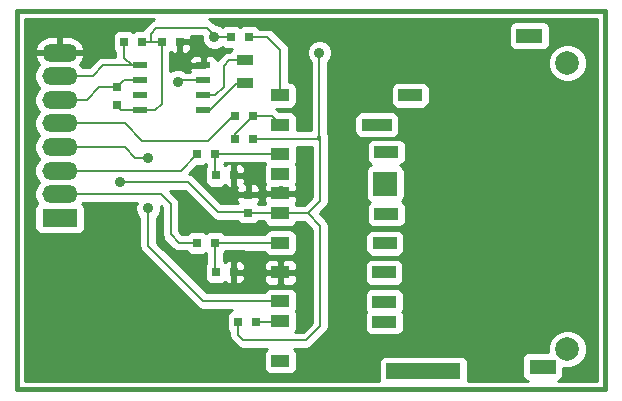
<source format=gtl>
G04 (created by PCBNEW-RS274X (2010-05-05 BZR 2356)-stable) date 4/07/2011 8:20:50 p.m.*
G01*
G70*
G90*
%MOIN*%
G04 Gerber Fmt 3.4, Leading zero omitted, Abs format*
%FSLAX34Y34*%
G04 APERTURE LIST*
%ADD10C,0.006000*%
%ADD11C,0.015000*%
%ADD12O,0.118100X0.059100*%
%ADD13R,0.118100X0.059100*%
%ADD14R,0.059100X0.039400*%
%ADD15R,0.086600X0.047200*%
%ADD16R,0.248000X0.055100*%
%ADD17R,0.078700X0.039400*%
%ADD18R,0.098400X0.039400*%
%ADD19R,0.078700X0.078700*%
%ADD20C,0.078700*%
%ADD21R,0.025000X0.031500*%
%ADD22R,0.031500X0.025000*%
%ADD23R,0.055000X0.035000*%
%ADD24R,0.045000X0.020000*%
%ADD25C,0.035000*%
%ADD26C,0.008000*%
%ADD27C,0.010000*%
G04 APERTURE END LIST*
G54D10*
G54D11*
X39291Y-32323D02*
X39291Y-19764D01*
X19685Y-32362D02*
X39291Y-32362D01*
X19685Y-19763D02*
X19685Y-32362D01*
X39291Y-19763D02*
X19685Y-19763D01*
G54D12*
X21102Y-25078D03*
X21102Y-25865D03*
G54D13*
X21102Y-26653D03*
G54D12*
X21102Y-24291D03*
X21102Y-23503D03*
X21102Y-22716D03*
X21102Y-21929D03*
X21102Y-21142D03*
G54D14*
X28465Y-26501D03*
X28465Y-27485D03*
X28465Y-28470D03*
X28465Y-29424D03*
X28465Y-30094D03*
X28465Y-31412D03*
X28465Y-25832D03*
X28465Y-25182D03*
X28465Y-22564D03*
X28465Y-23548D03*
X28465Y-24533D03*
G54D15*
X36762Y-20586D03*
X37205Y-31609D03*
G54D16*
X33229Y-31767D03*
G54D17*
X32795Y-22564D03*
G54D18*
X31673Y-23548D03*
G54D17*
X31998Y-24454D03*
G54D19*
X31959Y-25507D03*
G54D17*
X31998Y-26511D03*
X31939Y-27495D03*
X31919Y-28470D03*
X31929Y-29444D03*
X31929Y-30123D03*
G54D20*
X38032Y-31019D03*
X38032Y-21491D03*
G54D21*
X23842Y-20786D03*
X23242Y-20786D03*
X26944Y-23267D03*
X27544Y-23267D03*
X25684Y-24527D03*
X26284Y-24527D03*
X25684Y-27480D03*
X26284Y-27480D03*
G54D22*
X23031Y-22897D03*
X23031Y-22297D03*
G54D21*
X26314Y-28464D03*
X26914Y-28464D03*
X26314Y-25236D03*
X26914Y-25236D03*
X26826Y-20630D03*
X27426Y-20630D03*
X27042Y-30114D03*
X27642Y-30114D03*
G54D22*
X27386Y-26473D03*
X27386Y-25873D03*
G54D21*
X27544Y-24015D03*
X26944Y-24015D03*
X24502Y-20786D03*
X25102Y-20786D03*
G54D23*
X27283Y-21396D03*
X27283Y-22146D03*
G54D24*
X23792Y-23072D03*
X25892Y-23072D03*
X23792Y-22572D03*
X23792Y-22072D03*
X23792Y-21572D03*
X25892Y-22572D03*
X25892Y-22072D03*
X25892Y-21572D03*
G54D25*
X24055Y-24645D03*
X24055Y-26338D03*
X23110Y-25472D03*
X26260Y-20630D03*
X29764Y-21142D03*
X25709Y-20748D03*
X31417Y-20236D03*
X29764Y-20236D03*
X29645Y-31495D03*
X31260Y-31495D03*
X35669Y-31495D03*
X37992Y-28188D03*
X37992Y-26023D03*
X37992Y-24015D03*
X35433Y-20629D03*
X22638Y-20236D03*
X23701Y-20236D03*
X20984Y-31495D03*
X20118Y-31496D03*
X20118Y-28661D03*
X20118Y-30118D03*
X22559Y-31495D03*
X29330Y-25866D03*
X29409Y-28464D03*
X25039Y-22126D03*
G54D26*
X22428Y-22297D02*
X23031Y-22297D01*
X22009Y-22716D02*
X22428Y-22297D01*
X22968Y-22360D02*
X23031Y-22297D01*
X23031Y-22297D02*
X22819Y-22297D01*
X23031Y-22297D02*
X23031Y-22281D01*
X23240Y-22072D02*
X23792Y-22072D01*
X23031Y-22281D02*
X23240Y-22072D01*
X21102Y-22716D02*
X22009Y-22716D01*
X21102Y-21929D02*
X22205Y-21929D01*
X22562Y-21572D02*
X23792Y-21572D01*
X22205Y-21929D02*
X22562Y-21572D01*
X23502Y-21572D02*
X23792Y-21572D01*
X23791Y-21573D02*
X23792Y-21572D01*
X23242Y-20786D02*
X23242Y-21312D01*
X23791Y-21573D02*
X23792Y-21572D01*
X23242Y-21312D02*
X23502Y-21572D01*
X21102Y-23503D02*
X23269Y-23502D01*
X23269Y-23502D02*
X23861Y-24094D01*
X23861Y-24094D02*
X26062Y-24094D01*
X26062Y-24094D02*
X26889Y-23267D01*
X26889Y-23267D02*
X26944Y-23267D01*
X25881Y-29424D02*
X28465Y-29424D01*
X24055Y-27598D02*
X25881Y-29424D01*
X23622Y-24645D02*
X24055Y-24645D01*
X23267Y-24290D02*
X23622Y-24645D01*
X24055Y-26338D02*
X24055Y-27598D01*
X21102Y-24291D02*
X23267Y-24290D01*
X25134Y-25077D02*
X25684Y-24527D01*
X21102Y-25078D02*
X25134Y-25077D01*
X24803Y-27205D02*
X25078Y-27480D01*
X21102Y-25865D02*
X24486Y-25864D01*
X24803Y-26181D02*
X24803Y-27205D01*
X25078Y-27480D02*
X25684Y-27480D01*
X24486Y-25864D02*
X24803Y-26181D01*
X26260Y-20630D02*
X26260Y-20552D01*
X24134Y-20511D02*
X24134Y-20786D01*
X24330Y-20315D02*
X24134Y-20511D01*
X26023Y-20315D02*
X24330Y-20315D01*
X26260Y-20552D02*
X26023Y-20315D01*
X25393Y-25472D02*
X23110Y-25472D01*
X27370Y-26457D02*
X27386Y-26473D01*
X26378Y-26457D02*
X27370Y-26457D01*
X25393Y-25472D02*
X26378Y-26457D01*
X29764Y-23936D02*
X29764Y-21142D01*
X29326Y-30732D02*
X29791Y-30267D01*
X23031Y-22897D02*
X23031Y-22952D01*
X23151Y-23072D02*
X23792Y-23072D01*
X23031Y-22952D02*
X23151Y-23072D01*
X24502Y-20786D02*
X24134Y-20786D01*
X24134Y-20786D02*
X23842Y-20786D01*
X23792Y-23072D02*
X24288Y-23072D01*
X24288Y-23072D02*
X24502Y-22858D01*
X29685Y-24015D02*
X29724Y-24015D01*
X29724Y-24015D02*
X29791Y-24082D01*
X27544Y-24015D02*
X29685Y-24015D01*
X29685Y-24015D02*
X29764Y-23936D01*
X29764Y-23936D02*
X29791Y-23909D01*
X29791Y-23909D02*
X29791Y-24082D01*
X27386Y-26473D02*
X28437Y-26473D01*
X28437Y-26473D02*
X28465Y-26501D01*
X27042Y-30114D02*
X27042Y-30557D01*
X29791Y-26924D02*
X29368Y-26501D01*
X29791Y-30267D02*
X29791Y-26924D01*
X27217Y-30732D02*
X29326Y-30732D01*
X27042Y-30557D02*
X27217Y-30732D01*
X29368Y-26501D02*
X28465Y-26501D01*
X29791Y-26078D02*
X29368Y-26501D01*
X29791Y-24082D02*
X29791Y-26078D01*
X26260Y-20630D02*
X26826Y-20630D01*
X24502Y-22858D02*
X24502Y-20786D01*
X26747Y-20551D02*
X26826Y-20630D01*
X25709Y-20748D02*
X25671Y-20786D01*
X25671Y-20786D02*
X25102Y-20786D01*
X29645Y-31495D02*
X31260Y-31495D01*
X35669Y-31495D02*
X37992Y-29172D01*
X37992Y-29172D02*
X37992Y-28188D01*
X37992Y-26023D02*
X37992Y-24015D01*
X35433Y-20629D02*
X35040Y-20236D01*
X31417Y-20236D02*
X29764Y-20236D01*
X35040Y-20236D02*
X31417Y-20236D01*
X23701Y-20236D02*
X22638Y-20236D01*
X20118Y-30118D02*
X20118Y-28661D01*
X22559Y-31495D02*
X20984Y-31495D01*
X29330Y-25866D02*
X29296Y-25832D01*
X29296Y-25832D02*
X28465Y-25832D01*
X28465Y-28470D02*
X28076Y-28470D01*
X29409Y-28464D02*
X28076Y-28470D01*
X26914Y-25236D02*
X27166Y-25236D01*
X27166Y-25236D02*
X27386Y-25456D01*
X27386Y-25456D02*
X27386Y-25873D01*
X26914Y-28464D02*
X28459Y-28464D01*
X28459Y-28464D02*
X28465Y-28470D01*
X25102Y-20786D02*
X25102Y-21401D01*
X25102Y-21401D02*
X25273Y-21572D01*
X25273Y-21572D02*
X25892Y-21572D01*
X27386Y-25873D02*
X28424Y-25873D01*
X28424Y-25873D02*
X28465Y-25832D01*
X26286Y-22572D02*
X26574Y-22284D01*
X25892Y-22572D02*
X26286Y-22572D01*
X26753Y-21396D02*
X27283Y-21396D01*
X26574Y-21575D02*
X26753Y-21396D01*
X26574Y-22284D02*
X26574Y-21575D01*
X27544Y-23267D02*
X28184Y-23267D01*
X28184Y-23267D02*
X28465Y-23548D01*
X26944Y-23867D02*
X27544Y-23267D01*
X26944Y-24015D02*
X26944Y-23867D01*
X28462Y-23551D02*
X28465Y-23548D01*
X25039Y-22126D02*
X25093Y-22072D01*
X25093Y-22072D02*
X25892Y-22072D01*
X25919Y-22045D02*
X25892Y-22072D01*
X27026Y-22146D02*
X27283Y-22146D01*
X26100Y-23072D02*
X27026Y-22146D01*
X25910Y-23090D02*
X25892Y-23072D01*
X25892Y-23072D02*
X26100Y-23072D01*
X28458Y-27492D02*
X28465Y-27485D01*
X26284Y-27480D02*
X26284Y-28434D01*
X26284Y-28434D02*
X26314Y-28464D01*
X26284Y-27480D02*
X28458Y-27492D01*
X27642Y-30114D02*
X28445Y-30114D01*
X28445Y-30114D02*
X28465Y-30094D01*
X28465Y-21063D02*
X28465Y-22564D01*
X28032Y-20630D02*
X28465Y-21063D01*
X28446Y-22583D02*
X28465Y-22564D01*
X27426Y-20630D02*
X28032Y-20630D01*
X26284Y-25206D02*
X26314Y-25236D01*
X26284Y-24527D02*
X28463Y-24531D01*
X28463Y-24531D02*
X28465Y-24533D01*
X26284Y-24527D02*
X26284Y-25206D01*
G54D27*
X19960Y-20038D02*
X24264Y-20038D01*
X26088Y-20038D02*
X39016Y-20038D01*
X19960Y-20118D02*
X24117Y-20118D01*
X26236Y-20118D02*
X36239Y-20118D01*
X37286Y-20118D02*
X39016Y-20118D01*
X19960Y-20198D02*
X24037Y-20198D01*
X26316Y-20198D02*
X36129Y-20198D01*
X37395Y-20198D02*
X39016Y-20198D01*
X19960Y-20278D02*
X23957Y-20278D01*
X26509Y-20278D02*
X26544Y-20278D01*
X27108Y-20278D02*
X27144Y-20278D01*
X27708Y-20278D02*
X36090Y-20278D01*
X37435Y-20278D02*
X39016Y-20278D01*
X19960Y-20358D02*
X23894Y-20358D01*
X28123Y-20358D02*
X36080Y-20358D01*
X37444Y-20358D02*
X39016Y-20358D01*
X19960Y-20438D02*
X22956Y-20438D01*
X23528Y-20438D02*
X23555Y-20438D01*
X28250Y-20438D02*
X36080Y-20438D01*
X37444Y-20438D02*
X39016Y-20438D01*
X19960Y-20518D02*
X22894Y-20518D01*
X28330Y-20518D02*
X36080Y-20518D01*
X37444Y-20518D02*
X39016Y-20518D01*
X19960Y-20598D02*
X20708Y-20598D01*
X21052Y-20598D02*
X21152Y-20598D01*
X21497Y-20598D02*
X22868Y-20598D01*
X28410Y-20598D02*
X36080Y-20598D01*
X37444Y-20598D02*
X39016Y-20598D01*
X19960Y-20678D02*
X20507Y-20678D01*
X21052Y-20678D02*
X21152Y-20678D01*
X21698Y-20678D02*
X22868Y-20678D01*
X28490Y-20678D02*
X36080Y-20678D01*
X37444Y-20678D02*
X39016Y-20678D01*
X19960Y-20758D02*
X20424Y-20758D01*
X21052Y-20758D02*
X21152Y-20758D01*
X21781Y-20758D02*
X22868Y-20758D01*
X28570Y-20758D02*
X29581Y-20758D01*
X29948Y-20758D02*
X36080Y-20758D01*
X37444Y-20758D02*
X39016Y-20758D01*
X19960Y-20838D02*
X20349Y-20838D01*
X21052Y-20838D02*
X21152Y-20838D01*
X21856Y-20838D02*
X22868Y-20838D01*
X28650Y-20838D02*
X29467Y-20838D01*
X30061Y-20838D02*
X36080Y-20838D01*
X37444Y-20838D02*
X39016Y-20838D01*
X19960Y-20918D02*
X20316Y-20918D01*
X21052Y-20918D02*
X21152Y-20918D01*
X21889Y-20918D02*
X22868Y-20918D01*
X28711Y-20918D02*
X29397Y-20918D01*
X30132Y-20918D02*
X36099Y-20918D01*
X37424Y-20918D02*
X37737Y-20918D01*
X38328Y-20918D02*
X39016Y-20918D01*
X19960Y-20998D02*
X20284Y-20998D01*
X21052Y-20998D02*
X21152Y-20998D01*
X21921Y-20998D02*
X22870Y-20998D01*
X28743Y-20998D02*
X29364Y-20998D01*
X30165Y-20998D02*
X36153Y-20998D01*
X37371Y-20998D02*
X37617Y-20998D01*
X38448Y-20998D02*
X39016Y-20998D01*
X19960Y-21078D02*
X20319Y-21078D01*
X21052Y-21078D02*
X21152Y-21078D01*
X21885Y-21078D02*
X22903Y-21078D01*
X28755Y-21078D02*
X29339Y-21078D01*
X30189Y-21078D02*
X37537Y-21078D01*
X38528Y-21078D02*
X39016Y-21078D01*
X19960Y-21158D02*
X22952Y-21158D01*
X28755Y-21158D02*
X29339Y-21158D01*
X30189Y-21158D02*
X37475Y-21158D01*
X38590Y-21158D02*
X39016Y-21158D01*
X19960Y-21238D02*
X20301Y-21238D01*
X21904Y-21238D02*
X22952Y-21238D01*
X28755Y-21238D02*
X29343Y-21238D01*
X30184Y-21238D02*
X37442Y-21238D01*
X38623Y-21238D02*
X39016Y-21238D01*
X19960Y-21318D02*
X20296Y-21318D01*
X21907Y-21318D02*
X22431Y-21318D01*
X28755Y-21318D02*
X29376Y-21318D01*
X30151Y-21318D02*
X37408Y-21318D01*
X38656Y-21318D02*
X39016Y-21318D01*
X19960Y-21398D02*
X20328Y-21398D01*
X21875Y-21398D02*
X22326Y-21398D01*
X28755Y-21398D02*
X29419Y-21398D01*
X30109Y-21398D02*
X37389Y-21398D01*
X38675Y-21398D02*
X39016Y-21398D01*
X19960Y-21478D02*
X20373Y-21478D01*
X21829Y-21478D02*
X22246Y-21478D01*
X28755Y-21478D02*
X29474Y-21478D01*
X30054Y-21478D02*
X37389Y-21478D01*
X38675Y-21478D02*
X39016Y-21478D01*
X19960Y-21558D02*
X20405Y-21558D01*
X21799Y-21558D02*
X22166Y-21558D01*
X28755Y-21558D02*
X29474Y-21558D01*
X30054Y-21558D02*
X37389Y-21558D01*
X38675Y-21558D02*
X39016Y-21558D01*
X19960Y-21638D02*
X20333Y-21638D01*
X21872Y-21638D02*
X22086Y-21638D01*
X28755Y-21638D02*
X29474Y-21638D01*
X30054Y-21638D02*
X37397Y-21638D01*
X38667Y-21638D02*
X39016Y-21638D01*
X19960Y-21718D02*
X20300Y-21718D01*
X28755Y-21718D02*
X29474Y-21718D01*
X30054Y-21718D02*
X37430Y-21718D01*
X38633Y-21718D02*
X39016Y-21718D01*
X19960Y-21798D02*
X20267Y-21798D01*
X28755Y-21798D02*
X29474Y-21798D01*
X30054Y-21798D02*
X37463Y-21798D01*
X38600Y-21798D02*
X39016Y-21798D01*
X19960Y-21878D02*
X20256Y-21878D01*
X28755Y-21878D02*
X29474Y-21878D01*
X30054Y-21878D02*
X37510Y-21878D01*
X38553Y-21878D02*
X39016Y-21878D01*
X19960Y-21958D02*
X20256Y-21958D01*
X28755Y-21958D02*
X29474Y-21958D01*
X30054Y-21958D02*
X37590Y-21958D01*
X38473Y-21958D02*
X39016Y-21958D01*
X19960Y-22038D02*
X20257Y-22038D01*
X28755Y-22038D02*
X29474Y-22038D01*
X30054Y-22038D02*
X37674Y-22038D01*
X38390Y-22038D02*
X39016Y-22038D01*
X19960Y-22118D02*
X20290Y-22118D01*
X28810Y-22118D02*
X29474Y-22118D01*
X30054Y-22118D02*
X32353Y-22118D01*
X33238Y-22118D02*
X37864Y-22118D01*
X38197Y-22118D02*
X39016Y-22118D01*
X19960Y-22198D02*
X20323Y-22198D01*
X28943Y-22198D02*
X29474Y-22198D01*
X30054Y-22198D02*
X32219Y-22198D01*
X33371Y-22198D02*
X39016Y-22198D01*
X19960Y-22278D02*
X20383Y-22278D01*
X28993Y-22278D02*
X29474Y-22278D01*
X30054Y-22278D02*
X32170Y-22278D01*
X33421Y-22278D02*
X39016Y-22278D01*
X19960Y-22358D02*
X20393Y-22358D01*
X29009Y-22358D02*
X29474Y-22358D01*
X30054Y-22358D02*
X32153Y-22358D01*
X33437Y-22358D02*
X39016Y-22358D01*
X19960Y-22438D02*
X20328Y-22438D01*
X29009Y-22438D02*
X29474Y-22438D01*
X30054Y-22438D02*
X32153Y-22438D01*
X33437Y-22438D02*
X39016Y-22438D01*
X19960Y-22518D02*
X20295Y-22518D01*
X29009Y-22518D02*
X29474Y-22518D01*
X30054Y-22518D02*
X32153Y-22518D01*
X33437Y-22518D02*
X39016Y-22518D01*
X19960Y-22598D02*
X20261Y-22598D01*
X29009Y-22598D02*
X29474Y-22598D01*
X30054Y-22598D02*
X32153Y-22598D01*
X33437Y-22598D02*
X39016Y-22598D01*
X19960Y-22678D02*
X20256Y-22678D01*
X29009Y-22678D02*
X29474Y-22678D01*
X30054Y-22678D02*
X32153Y-22678D01*
X33437Y-22678D02*
X39016Y-22678D01*
X19960Y-22758D02*
X20256Y-22758D01*
X29009Y-22758D02*
X29474Y-22758D01*
X30054Y-22758D02*
X32153Y-22758D01*
X33437Y-22758D02*
X39016Y-22758D01*
X19960Y-22838D02*
X20262Y-22838D01*
X28997Y-22838D02*
X29474Y-22838D01*
X30054Y-22838D02*
X32164Y-22838D01*
X33425Y-22838D02*
X39016Y-22838D01*
X19960Y-22918D02*
X20295Y-22918D01*
X28955Y-22918D02*
X29474Y-22918D01*
X30054Y-22918D02*
X32207Y-22918D01*
X33383Y-22918D02*
X39016Y-22918D01*
X19960Y-22998D02*
X20328Y-22998D01*
X28838Y-22998D02*
X29474Y-22998D01*
X30054Y-22998D02*
X32323Y-22998D01*
X33266Y-22998D02*
X39016Y-22998D01*
X19960Y-23078D02*
X20396Y-23078D01*
X28405Y-23078D02*
X29474Y-23078D01*
X30054Y-23078D02*
X39016Y-23078D01*
X19960Y-23158D02*
X20380Y-23158D01*
X28919Y-23158D02*
X29474Y-23158D01*
X30054Y-23158D02*
X31022Y-23158D01*
X32325Y-23158D02*
X39016Y-23158D01*
X19960Y-23238D02*
X20323Y-23238D01*
X28983Y-23238D02*
X29474Y-23238D01*
X30054Y-23238D02*
X30959Y-23238D01*
X32388Y-23238D02*
X39016Y-23238D01*
X19960Y-23318D02*
X20289Y-23318D01*
X29009Y-23318D02*
X29474Y-23318D01*
X30054Y-23318D02*
X30932Y-23318D01*
X32414Y-23318D02*
X39016Y-23318D01*
X19960Y-23398D02*
X20256Y-23398D01*
X29009Y-23398D02*
X29474Y-23398D01*
X30054Y-23398D02*
X30932Y-23398D01*
X32414Y-23398D02*
X39016Y-23398D01*
X19960Y-23478D02*
X20256Y-23478D01*
X29009Y-23478D02*
X29474Y-23478D01*
X30054Y-23478D02*
X30932Y-23478D01*
X32414Y-23478D02*
X39016Y-23478D01*
X19960Y-23558D02*
X20256Y-23558D01*
X29009Y-23558D02*
X29474Y-23558D01*
X30054Y-23558D02*
X30932Y-23558D01*
X32414Y-23558D02*
X39016Y-23558D01*
X19960Y-23638D02*
X20267Y-23638D01*
X29009Y-23638D02*
X29474Y-23638D01*
X30054Y-23638D02*
X30932Y-23638D01*
X32414Y-23638D02*
X39016Y-23638D01*
X19960Y-23718D02*
X20300Y-23718D01*
X29009Y-23718D02*
X29474Y-23718D01*
X30054Y-23718D02*
X30932Y-23718D01*
X32414Y-23718D02*
X39016Y-23718D01*
X19960Y-23798D02*
X20333Y-23798D01*
X30059Y-23798D02*
X30933Y-23798D01*
X32412Y-23798D02*
X39016Y-23798D01*
X19960Y-23878D02*
X20409Y-23878D01*
X30075Y-23878D02*
X30966Y-23878D01*
X32379Y-23878D02*
X39016Y-23878D01*
X19960Y-23958D02*
X20368Y-23958D01*
X30081Y-23958D02*
X31044Y-23958D01*
X32301Y-23958D02*
X39016Y-23958D01*
X19960Y-24038D02*
X20318Y-24038D01*
X30081Y-24038D02*
X31484Y-24038D01*
X32513Y-24038D02*
X39016Y-24038D01*
X19960Y-24118D02*
X20284Y-24118D01*
X30081Y-24118D02*
X31394Y-24118D01*
X32603Y-24118D02*
X39016Y-24118D01*
X19960Y-24198D02*
X20256Y-24198D01*
X30081Y-24198D02*
X31360Y-24198D01*
X32636Y-24198D02*
X39016Y-24198D01*
X19960Y-24278D02*
X20256Y-24278D01*
X30081Y-24278D02*
X31356Y-24278D01*
X32640Y-24278D02*
X39016Y-24278D01*
X19960Y-24358D02*
X20256Y-24358D01*
X30081Y-24358D02*
X31356Y-24358D01*
X32640Y-24358D02*
X39016Y-24358D01*
X19960Y-24438D02*
X20272Y-24438D01*
X30081Y-24438D02*
X31356Y-24438D01*
X32640Y-24438D02*
X39016Y-24438D01*
X19960Y-24518D02*
X20305Y-24518D01*
X30081Y-24518D02*
X31356Y-24518D01*
X32640Y-24518D02*
X39016Y-24518D01*
X19960Y-24598D02*
X20341Y-24598D01*
X30081Y-24598D02*
X31356Y-24598D01*
X32640Y-24598D02*
X39016Y-24598D01*
X19960Y-24678D02*
X20421Y-24678D01*
X30081Y-24678D02*
X31356Y-24678D01*
X32640Y-24678D02*
X39016Y-24678D01*
X19960Y-24758D02*
X20355Y-24758D01*
X30081Y-24758D02*
X31379Y-24758D01*
X32616Y-24758D02*
X39016Y-24758D01*
X19960Y-24838D02*
X20312Y-24838D01*
X30081Y-24838D02*
X31440Y-24838D01*
X32556Y-24838D02*
X39016Y-24838D01*
X19960Y-24918D02*
X20279Y-24918D01*
X30081Y-24918D02*
X31410Y-24918D01*
X32508Y-24918D02*
X39016Y-24918D01*
X19960Y-24998D02*
X20256Y-24998D01*
X30081Y-24998D02*
X31345Y-24998D01*
X32574Y-24998D02*
X39016Y-24998D01*
X19960Y-25078D02*
X20256Y-25078D01*
X30081Y-25078D02*
X31317Y-25078D01*
X32601Y-25078D02*
X39016Y-25078D01*
X19960Y-25158D02*
X20256Y-25158D01*
X30081Y-25158D02*
X31317Y-25158D01*
X32601Y-25158D02*
X39016Y-25158D01*
X19960Y-25238D02*
X20278Y-25238D01*
X30081Y-25238D02*
X31317Y-25238D01*
X32601Y-25238D02*
X39016Y-25238D01*
X19960Y-25318D02*
X20311Y-25318D01*
X30081Y-25318D02*
X31317Y-25318D01*
X32601Y-25318D02*
X39016Y-25318D01*
X19960Y-25398D02*
X20354Y-25398D01*
X30081Y-25398D02*
X31317Y-25398D01*
X32601Y-25398D02*
X39016Y-25398D01*
X19960Y-25478D02*
X20422Y-25478D01*
X30081Y-25478D02*
X31317Y-25478D01*
X32601Y-25478D02*
X39016Y-25478D01*
X19960Y-25558D02*
X20342Y-25558D01*
X30081Y-25558D02*
X31317Y-25558D01*
X32601Y-25558D02*
X39016Y-25558D01*
X19960Y-25638D02*
X20307Y-25638D01*
X30081Y-25638D02*
X31317Y-25638D01*
X32601Y-25638D02*
X39016Y-25638D01*
X19960Y-25718D02*
X20273Y-25718D01*
X30081Y-25718D02*
X31317Y-25718D01*
X32601Y-25718D02*
X39016Y-25718D01*
X19960Y-25798D02*
X20256Y-25798D01*
X30081Y-25798D02*
X31317Y-25798D01*
X32601Y-25798D02*
X39016Y-25798D01*
X19960Y-25878D02*
X20256Y-25878D01*
X30081Y-25878D02*
X31317Y-25878D01*
X32601Y-25878D02*
X39016Y-25878D01*
X19960Y-25958D02*
X20256Y-25958D01*
X30081Y-25958D02*
X31320Y-25958D01*
X32597Y-25958D02*
X39016Y-25958D01*
X19960Y-26038D02*
X20283Y-26038D01*
X30081Y-26038D02*
X31353Y-26038D01*
X32564Y-26038D02*
X39016Y-26038D01*
X19960Y-26118D02*
X20316Y-26118D01*
X30073Y-26118D02*
X31441Y-26118D01*
X32547Y-26118D02*
X39016Y-26118D01*
X19960Y-26198D02*
X20320Y-26198D01*
X21884Y-26198D02*
X23653Y-26198D01*
X30052Y-26198D02*
X31384Y-26198D01*
X32613Y-26198D02*
X39016Y-26198D01*
X19960Y-26278D02*
X20276Y-26278D01*
X21929Y-26278D02*
X23630Y-26278D01*
X29999Y-26278D02*
X31356Y-26278D01*
X32640Y-26278D02*
X39016Y-26278D01*
X19960Y-26358D02*
X20263Y-26358D01*
X21941Y-26358D02*
X23630Y-26358D01*
X29920Y-26358D02*
X31356Y-26358D01*
X32640Y-26358D02*
X39016Y-26358D01*
X19960Y-26438D02*
X20263Y-26438D01*
X21941Y-26438D02*
X23636Y-26438D01*
X29839Y-26438D02*
X31356Y-26438D01*
X32640Y-26438D02*
X39016Y-26438D01*
X19960Y-26518D02*
X20263Y-26518D01*
X21941Y-26518D02*
X23669Y-26518D01*
X29795Y-26518D02*
X31356Y-26518D01*
X32640Y-26518D02*
X39016Y-26518D01*
X19960Y-26598D02*
X20263Y-26598D01*
X21941Y-26598D02*
X23714Y-26598D01*
X29875Y-26598D02*
X31356Y-26598D01*
X32640Y-26598D02*
X39016Y-26598D01*
X19960Y-26678D02*
X20263Y-26678D01*
X21941Y-26678D02*
X23765Y-26678D01*
X29955Y-26678D02*
X31356Y-26678D01*
X32640Y-26678D02*
X39016Y-26678D01*
X19960Y-26758D02*
X20263Y-26758D01*
X21941Y-26758D02*
X23765Y-26758D01*
X30023Y-26758D02*
X31356Y-26758D01*
X32640Y-26758D02*
X39016Y-26758D01*
X19960Y-26838D02*
X20263Y-26838D01*
X21941Y-26838D02*
X23765Y-26838D01*
X30064Y-26838D02*
X31389Y-26838D01*
X32606Y-26838D02*
X39016Y-26838D01*
X19960Y-26918D02*
X20263Y-26918D01*
X21941Y-26918D02*
X23765Y-26918D01*
X30080Y-26918D02*
X31463Y-26918D01*
X32533Y-26918D02*
X39016Y-26918D01*
X19960Y-26998D02*
X20263Y-26998D01*
X21941Y-26998D02*
X23765Y-26998D01*
X30081Y-26998D02*
X39016Y-26998D01*
X19960Y-27078D02*
X20296Y-27078D01*
X21907Y-27078D02*
X23765Y-27078D01*
X30081Y-27078D02*
X31427Y-27078D01*
X32452Y-27078D02*
X39016Y-27078D01*
X19960Y-27158D02*
X20370Y-27158D01*
X21834Y-27158D02*
X23765Y-27158D01*
X30081Y-27158D02*
X31335Y-27158D01*
X32544Y-27158D02*
X39016Y-27158D01*
X19960Y-27238D02*
X23765Y-27238D01*
X30081Y-27238D02*
X31302Y-27238D01*
X32577Y-27238D02*
X39016Y-27238D01*
X19960Y-27318D02*
X23765Y-27318D01*
X30081Y-27318D02*
X31297Y-27318D01*
X32581Y-27318D02*
X39016Y-27318D01*
X19960Y-27398D02*
X23765Y-27398D01*
X30081Y-27398D02*
X31297Y-27398D01*
X32581Y-27398D02*
X39016Y-27398D01*
X19960Y-27478D02*
X23765Y-27478D01*
X30081Y-27478D02*
X31297Y-27478D01*
X32581Y-27478D02*
X39016Y-27478D01*
X19960Y-27558D02*
X23765Y-27558D01*
X30081Y-27558D02*
X31297Y-27558D01*
X32581Y-27558D02*
X39016Y-27558D01*
X19960Y-27638D02*
X23772Y-27638D01*
X30081Y-27638D02*
X31297Y-27638D01*
X32581Y-27638D02*
X39016Y-27638D01*
X19960Y-27718D02*
X23793Y-27718D01*
X30081Y-27718D02*
X31297Y-27718D01*
X32581Y-27718D02*
X39016Y-27718D01*
X19960Y-27798D02*
X23846Y-27798D01*
X30081Y-27798D02*
X31320Y-27798D01*
X32557Y-27798D02*
X39016Y-27798D01*
X19960Y-27878D02*
X23925Y-27878D01*
X30081Y-27878D02*
X31380Y-27878D01*
X32498Y-27878D02*
X39016Y-27878D01*
X19960Y-27958D02*
X24005Y-27958D01*
X30081Y-27958D02*
X39016Y-27958D01*
X19960Y-28038D02*
X24085Y-28038D01*
X30081Y-28038D02*
X31444Y-28038D01*
X32396Y-28038D02*
X39016Y-28038D01*
X19960Y-28118D02*
X24165Y-28118D01*
X30081Y-28118D02*
X31329Y-28118D01*
X32509Y-28118D02*
X39016Y-28118D01*
X19960Y-28198D02*
X24245Y-28198D01*
X30081Y-28198D02*
X31288Y-28198D01*
X32551Y-28198D02*
X39016Y-28198D01*
X19960Y-28278D02*
X24325Y-28278D01*
X30081Y-28278D02*
X31277Y-28278D01*
X32561Y-28278D02*
X39016Y-28278D01*
X19960Y-28358D02*
X24405Y-28358D01*
X30081Y-28358D02*
X31277Y-28358D01*
X32561Y-28358D02*
X39016Y-28358D01*
X19960Y-28438D02*
X24485Y-28438D01*
X30081Y-28438D02*
X31277Y-28438D01*
X32561Y-28438D02*
X39016Y-28438D01*
X19960Y-28518D02*
X24565Y-28518D01*
X30081Y-28518D02*
X31277Y-28518D01*
X32561Y-28518D02*
X39016Y-28518D01*
X19960Y-28598D02*
X24645Y-28598D01*
X30081Y-28598D02*
X31277Y-28598D01*
X32561Y-28598D02*
X39016Y-28598D01*
X19960Y-28678D02*
X24725Y-28678D01*
X30081Y-28678D02*
X31277Y-28678D01*
X32561Y-28678D02*
X39016Y-28678D01*
X19960Y-28758D02*
X24805Y-28758D01*
X30081Y-28758D02*
X31294Y-28758D01*
X32543Y-28758D02*
X39016Y-28758D01*
X19960Y-28838D02*
X24885Y-28838D01*
X30081Y-28838D02*
X31345Y-28838D01*
X32493Y-28838D02*
X39016Y-28838D01*
X19960Y-28918D02*
X24965Y-28918D01*
X30081Y-28918D02*
X39016Y-28918D01*
X19960Y-28998D02*
X25045Y-28998D01*
X30081Y-28998D02*
X31487Y-28998D01*
X32372Y-28998D02*
X39016Y-28998D01*
X19960Y-29078D02*
X25125Y-29078D01*
X30081Y-29078D02*
X31353Y-29078D01*
X32505Y-29078D02*
X39016Y-29078D01*
X19960Y-29158D02*
X25205Y-29158D01*
X30081Y-29158D02*
X31304Y-29158D01*
X32555Y-29158D02*
X39016Y-29158D01*
X19960Y-29238D02*
X25285Y-29238D01*
X30081Y-29238D02*
X31287Y-29238D01*
X32571Y-29238D02*
X39016Y-29238D01*
X19960Y-29318D02*
X25365Y-29318D01*
X30081Y-29318D02*
X31287Y-29318D01*
X32571Y-29318D02*
X39016Y-29318D01*
X19960Y-29398D02*
X25445Y-29398D01*
X30081Y-29398D02*
X31287Y-29398D01*
X32571Y-29398D02*
X39016Y-29398D01*
X19960Y-29478D02*
X25525Y-29478D01*
X30081Y-29478D02*
X31287Y-29478D01*
X32571Y-29478D02*
X39016Y-29478D01*
X19960Y-29558D02*
X25605Y-29558D01*
X30081Y-29558D02*
X31287Y-29558D01*
X32571Y-29558D02*
X39016Y-29558D01*
X19960Y-29638D02*
X25689Y-29638D01*
X30081Y-29638D02*
X31287Y-29638D01*
X32571Y-29638D02*
X39016Y-29638D01*
X19960Y-29718D02*
X26844Y-29718D01*
X30081Y-29718D02*
X31298Y-29718D01*
X32559Y-29718D02*
X39016Y-29718D01*
X19960Y-29798D02*
X26724Y-29798D01*
X30081Y-29798D02*
X31320Y-29798D01*
X32539Y-29798D02*
X39016Y-29798D01*
X19960Y-29878D02*
X26681Y-29878D01*
X30081Y-29878D02*
X31287Y-29878D01*
X32571Y-29878D02*
X39016Y-29878D01*
X19960Y-29958D02*
X26668Y-29958D01*
X30081Y-29958D02*
X31287Y-29958D01*
X32571Y-29958D02*
X39016Y-29958D01*
X19960Y-30038D02*
X26668Y-30038D01*
X30081Y-30038D02*
X31287Y-30038D01*
X32571Y-30038D02*
X39016Y-30038D01*
X19960Y-30118D02*
X26668Y-30118D01*
X30081Y-30118D02*
X31287Y-30118D01*
X32571Y-30118D02*
X39016Y-30118D01*
X19960Y-30198D02*
X26668Y-30198D01*
X30081Y-30198D02*
X31287Y-30198D01*
X32571Y-30198D02*
X39016Y-30198D01*
X19960Y-30278D02*
X26668Y-30278D01*
X30078Y-30278D02*
X31287Y-30278D01*
X32571Y-30278D02*
X39016Y-30278D01*
X19960Y-30358D02*
X26683Y-30358D01*
X30062Y-30358D02*
X31287Y-30358D01*
X32571Y-30358D02*
X39016Y-30358D01*
X19960Y-30438D02*
X26732Y-30438D01*
X30018Y-30438D02*
X31315Y-30438D01*
X32542Y-30438D02*
X37755Y-30438D01*
X38309Y-30438D02*
X39016Y-30438D01*
X19960Y-30518D02*
X26752Y-30518D01*
X29950Y-30518D02*
X31382Y-30518D01*
X32476Y-30518D02*
X37625Y-30518D01*
X38440Y-30518D02*
X39016Y-30518D01*
X19960Y-30598D02*
X26760Y-30598D01*
X29870Y-30598D02*
X37545Y-30598D01*
X38520Y-30598D02*
X39016Y-30598D01*
X19960Y-30678D02*
X26780Y-30678D01*
X29790Y-30678D02*
X37478Y-30678D01*
X38587Y-30678D02*
X39016Y-30678D01*
X19960Y-30758D02*
X26834Y-30758D01*
X29710Y-30758D02*
X37445Y-30758D01*
X38620Y-30758D02*
X39016Y-30758D01*
X19960Y-30838D02*
X26913Y-30838D01*
X29630Y-30838D02*
X37411Y-30838D01*
X38653Y-30838D02*
X39016Y-30838D01*
X19960Y-30918D02*
X26993Y-30918D01*
X29550Y-30918D02*
X37389Y-30918D01*
X38675Y-30918D02*
X39016Y-30918D01*
X19960Y-30998D02*
X27103Y-30998D01*
X29439Y-30998D02*
X37389Y-30998D01*
X38675Y-30998D02*
X39016Y-30998D01*
X19960Y-31078D02*
X27958Y-31078D01*
X28973Y-31078D02*
X37389Y-31078D01*
X38675Y-31078D02*
X39016Y-31078D01*
X19960Y-31158D02*
X27924Y-31158D01*
X29006Y-31158D02*
X36641Y-31158D01*
X38670Y-31158D02*
X39016Y-31158D01*
X19960Y-31238D02*
X27921Y-31238D01*
X29009Y-31238D02*
X36559Y-31238D01*
X38637Y-31238D02*
X39016Y-31238D01*
X19960Y-31318D02*
X27921Y-31318D01*
X29009Y-31318D02*
X31811Y-31318D01*
X34647Y-31318D02*
X36526Y-31318D01*
X38603Y-31318D02*
X39016Y-31318D01*
X19960Y-31398D02*
X27921Y-31398D01*
X29009Y-31398D02*
X31759Y-31398D01*
X34700Y-31398D02*
X36523Y-31398D01*
X38561Y-31398D02*
X39016Y-31398D01*
X19960Y-31478D02*
X27921Y-31478D01*
X29009Y-31478D02*
X31740Y-31478D01*
X34718Y-31478D02*
X36523Y-31478D01*
X38481Y-31478D02*
X39016Y-31478D01*
X19960Y-31558D02*
X27921Y-31558D01*
X29009Y-31558D02*
X31740Y-31558D01*
X34718Y-31558D02*
X36523Y-31558D01*
X38401Y-31558D02*
X39016Y-31558D01*
X19960Y-31638D02*
X27921Y-31638D01*
X29009Y-31638D02*
X31740Y-31638D01*
X34718Y-31638D02*
X36523Y-31638D01*
X38216Y-31638D02*
X39016Y-31638D01*
X19960Y-31718D02*
X27945Y-31718D01*
X28984Y-31718D02*
X31740Y-31718D01*
X34718Y-31718D02*
X36523Y-31718D01*
X37887Y-31718D02*
X39016Y-31718D01*
X19960Y-31798D02*
X28007Y-31798D01*
X28923Y-31798D02*
X31740Y-31798D01*
X34718Y-31798D02*
X36523Y-31798D01*
X37887Y-31798D02*
X39016Y-31798D01*
X19960Y-31878D02*
X31740Y-31878D01*
X34718Y-31878D02*
X36523Y-31878D01*
X37887Y-31878D02*
X39016Y-31878D01*
X19960Y-31958D02*
X31740Y-31958D01*
X34718Y-31958D02*
X36549Y-31958D01*
X37860Y-31958D02*
X39016Y-31958D01*
X19960Y-32038D02*
X31740Y-32038D01*
X34718Y-32038D02*
X36613Y-32038D01*
X37797Y-32038D02*
X39016Y-32038D01*
X24793Y-25762D02*
X25273Y-25762D01*
X24874Y-25842D02*
X25353Y-25842D01*
X24954Y-25922D02*
X25433Y-25922D01*
X25026Y-26002D02*
X25513Y-26002D01*
X25074Y-26082D02*
X25593Y-26082D01*
X25090Y-26162D02*
X25673Y-26162D01*
X25093Y-26242D02*
X25753Y-26242D01*
X24480Y-26322D02*
X24513Y-26322D01*
X25093Y-26322D02*
X25833Y-26322D01*
X24480Y-26402D02*
X24513Y-26402D01*
X25093Y-26402D02*
X25913Y-26402D01*
X24455Y-26482D02*
X24513Y-26482D01*
X25093Y-26482D02*
X25993Y-26482D01*
X24422Y-26562D02*
X24513Y-26562D01*
X25093Y-26562D02*
X26073Y-26562D01*
X24352Y-26642D02*
X24513Y-26642D01*
X25093Y-26642D02*
X26153Y-26642D01*
X24345Y-26722D02*
X24513Y-26722D01*
X25093Y-26722D02*
X26262Y-26722D01*
X24345Y-26802D02*
X24513Y-26802D01*
X25093Y-26802D02*
X27080Y-26802D01*
X27690Y-26802D02*
X27943Y-26802D01*
X28986Y-26802D02*
X29259Y-26802D01*
X24345Y-26882D02*
X24513Y-26882D01*
X25093Y-26882D02*
X28002Y-26882D01*
X28928Y-26882D02*
X29339Y-26882D01*
X24345Y-26962D02*
X24513Y-26962D01*
X25093Y-26962D02*
X29419Y-26962D01*
X24345Y-27042D02*
X24513Y-27042D01*
X25093Y-27042D02*
X28114Y-27042D01*
X28818Y-27042D02*
X29499Y-27042D01*
X24345Y-27122D02*
X24513Y-27122D01*
X25130Y-27122D02*
X25408Y-27122D01*
X25960Y-27122D02*
X26008Y-27122D01*
X26560Y-27122D02*
X27984Y-27122D01*
X28946Y-27122D02*
X29501Y-27122D01*
X24345Y-27202D02*
X24513Y-27202D01*
X28994Y-27202D02*
X29501Y-27202D01*
X24345Y-27282D02*
X24528Y-27282D01*
X29009Y-27282D02*
X29501Y-27282D01*
X24345Y-27362D02*
X24565Y-27362D01*
X29009Y-27362D02*
X29501Y-27362D01*
X24345Y-27442D02*
X24630Y-27442D01*
X29009Y-27442D02*
X29501Y-27442D01*
X24389Y-27522D02*
X24710Y-27522D01*
X29009Y-27522D02*
X29501Y-27522D01*
X24469Y-27602D02*
X24790Y-27602D01*
X29009Y-27602D02*
X29501Y-27602D01*
X24549Y-27682D02*
X24870Y-27682D01*
X29009Y-27682D02*
X29501Y-27682D01*
X24629Y-27762D02*
X25037Y-27762D01*
X28996Y-27762D02*
X29501Y-27762D01*
X24709Y-27842D02*
X25412Y-27842D01*
X25955Y-27842D02*
X25994Y-27842D01*
X26574Y-27842D02*
X27978Y-27842D01*
X28952Y-27842D02*
X29501Y-27842D01*
X24789Y-27922D02*
X25994Y-27922D01*
X26574Y-27922D02*
X28098Y-27922D01*
X28830Y-27922D02*
X29501Y-27922D01*
X24869Y-28002D02*
X25994Y-28002D01*
X26574Y-28002D02*
X29501Y-28002D01*
X24949Y-28082D02*
X25994Y-28082D01*
X26574Y-28082D02*
X26682Y-28082D01*
X26827Y-28082D02*
X27001Y-28082D01*
X27147Y-28082D02*
X28009Y-28082D01*
X28412Y-28082D02*
X28518Y-28082D01*
X28921Y-28082D02*
X29501Y-28082D01*
X25029Y-28162D02*
X25982Y-28162D01*
X26864Y-28162D02*
X26964Y-28162D01*
X27246Y-28162D02*
X27947Y-28162D01*
X28415Y-28162D02*
X28515Y-28162D01*
X28984Y-28162D02*
X29501Y-28162D01*
X25109Y-28242D02*
X25947Y-28242D01*
X26864Y-28242D02*
X26964Y-28242D01*
X27282Y-28242D02*
X27921Y-28242D01*
X28415Y-28242D02*
X28515Y-28242D01*
X29010Y-28242D02*
X29501Y-28242D01*
X25189Y-28322D02*
X25940Y-28322D01*
X26864Y-28322D02*
X26964Y-28322D01*
X27288Y-28322D02*
X27921Y-28322D01*
X28415Y-28322D02*
X28515Y-28322D01*
X29010Y-28322D02*
X29501Y-28322D01*
X25269Y-28402D02*
X25940Y-28402D01*
X26864Y-28402D02*
X26964Y-28402D01*
X27239Y-28402D02*
X27964Y-28402D01*
X28415Y-28402D02*
X28515Y-28402D01*
X28966Y-28402D02*
X29501Y-28402D01*
X25349Y-28482D02*
X25940Y-28482D01*
X26864Y-28482D02*
X29501Y-28482D01*
X25429Y-28562D02*
X25940Y-28562D01*
X26864Y-28562D02*
X26964Y-28562D01*
X27275Y-28562D02*
X27940Y-28562D01*
X28415Y-28562D02*
X28515Y-28562D01*
X28990Y-28562D02*
X29501Y-28562D01*
X25509Y-28642D02*
X25940Y-28642D01*
X26864Y-28642D02*
X26964Y-28642D01*
X27288Y-28642D02*
X27920Y-28642D01*
X28415Y-28642D02*
X28515Y-28642D01*
X29009Y-28642D02*
X29501Y-28642D01*
X25589Y-28722D02*
X25961Y-28722D01*
X26864Y-28722D02*
X26964Y-28722D01*
X27266Y-28722D02*
X27923Y-28722D01*
X28415Y-28722D02*
X28515Y-28722D01*
X29006Y-28722D02*
X29501Y-28722D01*
X25669Y-28802D02*
X26018Y-28802D01*
X26608Y-28802D02*
X26618Y-28802D01*
X26864Y-28802D02*
X26964Y-28802D01*
X27210Y-28802D02*
X27956Y-28802D01*
X28415Y-28802D02*
X28515Y-28802D01*
X28973Y-28802D02*
X29501Y-28802D01*
X25749Y-28882D02*
X28038Y-28882D01*
X28388Y-28882D02*
X28542Y-28882D01*
X28891Y-28882D02*
X29501Y-28882D01*
X25829Y-28962D02*
X29501Y-28962D01*
X25909Y-29042D02*
X28003Y-29042D01*
X28927Y-29042D02*
X29501Y-29042D01*
X25989Y-29122D02*
X27943Y-29122D01*
X28986Y-29122D02*
X29501Y-29122D01*
X29009Y-29202D02*
X29501Y-29202D01*
X29009Y-29282D02*
X29501Y-29282D01*
X29009Y-29362D02*
X29501Y-29362D01*
X29009Y-29442D02*
X29501Y-29442D01*
X29009Y-29522D02*
X29501Y-29522D01*
X29009Y-29602D02*
X29501Y-29602D01*
X29004Y-29682D02*
X29501Y-29682D01*
X28974Y-29762D02*
X29501Y-29762D01*
X29007Y-29842D02*
X29501Y-29842D01*
X29009Y-29922D02*
X29501Y-29922D01*
X29009Y-30002D02*
X29501Y-30002D01*
X29009Y-30082D02*
X29501Y-30082D01*
X29009Y-30162D02*
X29486Y-30162D01*
X29009Y-30242D02*
X29406Y-30242D01*
X29009Y-30322D02*
X29326Y-30322D01*
X28983Y-30402D02*
X29246Y-30402D01*
X29009Y-24305D02*
X29501Y-24305D01*
X29009Y-24385D02*
X29501Y-24385D01*
X29009Y-24465D02*
X29501Y-24465D01*
X29009Y-24545D02*
X29501Y-24545D01*
X29009Y-24625D02*
X29501Y-24625D01*
X29009Y-24705D02*
X29501Y-24705D01*
X29006Y-24785D02*
X29501Y-24785D01*
X25978Y-24865D02*
X25988Y-24865D01*
X26579Y-24865D02*
X26656Y-24865D01*
X26838Y-24865D02*
X26990Y-24865D01*
X27173Y-24865D02*
X27950Y-24865D01*
X28980Y-24865D02*
X29501Y-24865D01*
X25675Y-24945D02*
X25976Y-24945D01*
X26864Y-24945D02*
X26964Y-24945D01*
X27253Y-24945D02*
X27921Y-24945D01*
X29009Y-24945D02*
X29501Y-24945D01*
X25595Y-25025D02*
X25942Y-25025D01*
X26864Y-25025D02*
X26964Y-25025D01*
X27287Y-25025D02*
X27921Y-25025D01*
X29009Y-25025D02*
X29501Y-25025D01*
X25515Y-25105D02*
X25940Y-25105D01*
X26864Y-25105D02*
X26964Y-25105D01*
X27288Y-25105D02*
X27921Y-25105D01*
X29009Y-25105D02*
X29501Y-25105D01*
X25435Y-25185D02*
X25940Y-25185D01*
X26864Y-25185D02*
X26964Y-25185D01*
X27228Y-25185D02*
X27921Y-25185D01*
X29009Y-25185D02*
X29501Y-25185D01*
X25596Y-25265D02*
X25940Y-25265D01*
X26864Y-25265D02*
X27921Y-25265D01*
X29009Y-25265D02*
X29501Y-25265D01*
X25676Y-25345D02*
X25940Y-25345D01*
X26864Y-25345D02*
X26964Y-25345D01*
X27286Y-25345D02*
X27921Y-25345D01*
X29009Y-25345D02*
X29501Y-25345D01*
X25756Y-25425D02*
X25940Y-25425D01*
X26864Y-25425D02*
X26964Y-25425D01*
X27288Y-25425D02*
X27921Y-25425D01*
X29009Y-25425D02*
X29501Y-25425D01*
X25836Y-25505D02*
X25966Y-25505D01*
X26864Y-25505D02*
X26964Y-25505D01*
X27281Y-25505D02*
X27491Y-25505D01*
X27608Y-25505D02*
X27952Y-25505D01*
X28976Y-25505D02*
X29501Y-25505D01*
X25916Y-25585D02*
X26029Y-25585D01*
X26597Y-25585D02*
X26629Y-25585D01*
X26860Y-25585D02*
X26968Y-25585D01*
X27336Y-25585D02*
X27436Y-25585D01*
X27732Y-25585D02*
X27922Y-25585D01*
X29009Y-25585D02*
X29501Y-25585D01*
X25996Y-25665D02*
X26994Y-25665D01*
X27336Y-25665D02*
X27436Y-25665D01*
X27778Y-25665D02*
X27921Y-25665D01*
X28415Y-25665D02*
X28515Y-25665D01*
X29010Y-25665D02*
X29501Y-25665D01*
X26076Y-25745D02*
X26980Y-25745D01*
X27336Y-25745D02*
X27436Y-25745D01*
X27793Y-25745D02*
X27945Y-25745D01*
X28415Y-25745D02*
X28515Y-25745D01*
X28985Y-25745D02*
X29501Y-25745D01*
X26156Y-25825D02*
X29501Y-25825D01*
X26236Y-25905D02*
X27959Y-25905D01*
X28971Y-25905D02*
X29501Y-25905D01*
X26316Y-25985D02*
X26979Y-25985D01*
X27793Y-25985D02*
X27920Y-25985D01*
X29009Y-25985D02*
X29474Y-25985D01*
X26396Y-26065D02*
X26987Y-26065D01*
X27784Y-26065D02*
X27920Y-26065D01*
X29009Y-26065D02*
X29394Y-26065D01*
X26476Y-26145D02*
X27024Y-26145D01*
X27747Y-26145D02*
X27948Y-26145D01*
X28980Y-26145D02*
X29314Y-26145D01*
X25476Y-20605D02*
X25835Y-20605D01*
X25466Y-20685D02*
X25835Y-20685D01*
X25052Y-20765D02*
X25855Y-20765D01*
X25052Y-20845D02*
X25152Y-20845D01*
X25424Y-20845D02*
X25888Y-20845D01*
X25052Y-20925D02*
X25152Y-20925D01*
X25476Y-20925D02*
X25954Y-20925D01*
X25052Y-21005D02*
X25152Y-21005D01*
X25470Y-21005D02*
X26055Y-21005D01*
X26465Y-21005D02*
X26576Y-21005D01*
X25052Y-21085D02*
X25152Y-21085D01*
X25437Y-21085D02*
X26795Y-21085D01*
X24792Y-21165D02*
X24862Y-21165D01*
X25018Y-21165D02*
X25186Y-21165D01*
X25341Y-21165D02*
X26587Y-21165D01*
X24792Y-21245D02*
X25565Y-21245D01*
X25803Y-21245D02*
X25981Y-21245D01*
X26220Y-21245D02*
X26494Y-21245D01*
X24792Y-21325D02*
X25462Y-21325D01*
X25842Y-21325D02*
X25942Y-21325D01*
X26322Y-21325D02*
X26414Y-21325D01*
X24792Y-21405D02*
X25426Y-21405D01*
X25842Y-21405D02*
X25942Y-21405D01*
X24792Y-21485D02*
X25442Y-21485D01*
X25842Y-21485D02*
X25942Y-21485D01*
X24792Y-21565D02*
X25942Y-21565D01*
X24792Y-21645D02*
X25456Y-21645D01*
X24792Y-21725D02*
X24897Y-21725D01*
X25183Y-21725D02*
X25419Y-21725D01*
X39016Y-32087D02*
X39016Y-20038D01*
X26088Y-20038D01*
X26134Y-20047D01*
X26228Y-20110D01*
X26322Y-20204D01*
X26345Y-20205D01*
X26501Y-20270D01*
X26526Y-20295D01*
X26560Y-20262D01*
X26652Y-20224D01*
X27001Y-20224D01*
X27092Y-20262D01*
X27125Y-20295D01*
X27160Y-20262D01*
X27252Y-20224D01*
X27601Y-20224D01*
X27692Y-20262D01*
X27762Y-20332D01*
X27765Y-20340D01*
X28032Y-20340D01*
X28143Y-20362D01*
X28237Y-20425D01*
X28670Y-20858D01*
X28733Y-20952D01*
X28755Y-21063D01*
X28755Y-22118D01*
X28810Y-22118D01*
X28901Y-22156D01*
X28971Y-22226D01*
X29009Y-22318D01*
X29009Y-22811D01*
X28971Y-22902D01*
X28901Y-22972D01*
X28809Y-23010D01*
X28311Y-23010D01*
X28389Y-23062D01*
X28429Y-23102D01*
X28810Y-23102D01*
X28901Y-23140D01*
X28971Y-23210D01*
X29009Y-23302D01*
X29009Y-23725D01*
X29474Y-23725D01*
X29474Y-21453D01*
X29403Y-21382D01*
X29339Y-21226D01*
X29339Y-21057D01*
X29404Y-20901D01*
X29524Y-20781D01*
X29680Y-20717D01*
X29849Y-20717D01*
X30005Y-20782D01*
X30125Y-20902D01*
X30189Y-21058D01*
X30189Y-21227D01*
X30124Y-21383D01*
X30054Y-21453D01*
X30054Y-23790D01*
X30059Y-23798D01*
X30081Y-23909D01*
X30081Y-26078D01*
X30059Y-26189D01*
X29996Y-26283D01*
X29777Y-26500D01*
X29996Y-26719D01*
X30059Y-26813D01*
X30081Y-26924D01*
X30081Y-30267D01*
X30059Y-30378D01*
X29996Y-30472D01*
X29531Y-30937D01*
X29437Y-31000D01*
X29326Y-31022D01*
X28919Y-31022D01*
X28971Y-31074D01*
X29009Y-31166D01*
X29009Y-31659D01*
X28971Y-31750D01*
X28901Y-31820D01*
X28809Y-31858D01*
X28120Y-31858D01*
X28029Y-31820D01*
X27959Y-31750D01*
X27921Y-31658D01*
X27921Y-31165D01*
X27959Y-31074D01*
X28011Y-31022D01*
X27217Y-31022D01*
X27106Y-31000D01*
X27011Y-30936D01*
X26837Y-30762D01*
X26774Y-30668D01*
X26752Y-30557D01*
X26752Y-30458D01*
X26706Y-30412D01*
X26668Y-30320D01*
X26668Y-29907D01*
X26706Y-29816D01*
X26776Y-29746D01*
X26853Y-29714D01*
X25881Y-29714D01*
X25770Y-29692D01*
X25675Y-29628D01*
X23850Y-27803D01*
X23787Y-27709D01*
X23765Y-27598D01*
X23765Y-26649D01*
X23694Y-26578D01*
X23630Y-26422D01*
X23630Y-26253D01*
X23670Y-26155D01*
X21871Y-26155D01*
X21866Y-26168D01*
X21860Y-26174D01*
X21903Y-26217D01*
X21941Y-26309D01*
X21941Y-26998D01*
X21903Y-27089D01*
X21833Y-27159D01*
X21741Y-27197D01*
X20462Y-27197D01*
X20371Y-27159D01*
X20301Y-27089D01*
X20263Y-26997D01*
X20263Y-26308D01*
X20301Y-26217D01*
X20343Y-26174D01*
X20337Y-26168D01*
X20256Y-25971D01*
X20256Y-25758D01*
X20338Y-25562D01*
X20428Y-25471D01*
X20337Y-25381D01*
X20256Y-25184D01*
X20256Y-24971D01*
X20338Y-24775D01*
X20428Y-24684D01*
X20337Y-24594D01*
X20256Y-24397D01*
X20256Y-24184D01*
X20338Y-23988D01*
X20428Y-23896D01*
X20337Y-23806D01*
X20256Y-23609D01*
X20256Y-23396D01*
X20338Y-23200D01*
X20428Y-23109D01*
X20337Y-23019D01*
X20256Y-22822D01*
X20256Y-22609D01*
X20338Y-22413D01*
X20428Y-22322D01*
X20337Y-22232D01*
X20256Y-22035D01*
X20256Y-21822D01*
X20338Y-21626D01*
X20430Y-21532D01*
X20353Y-21458D01*
X20279Y-21276D01*
X20327Y-21192D01*
X20327Y-21092D01*
X20279Y-21008D01*
X20353Y-20826D01*
X20509Y-20676D01*
X20710Y-20597D01*
X21052Y-20597D01*
X21052Y-21092D01*
X20327Y-21092D01*
X20327Y-21192D01*
X21052Y-21192D01*
X21152Y-21192D01*
X21152Y-21092D01*
X21152Y-20597D01*
X21494Y-20597D01*
X21695Y-20676D01*
X21851Y-20826D01*
X21925Y-21008D01*
X21877Y-21092D01*
X21152Y-21092D01*
X21152Y-21192D01*
X21877Y-21192D01*
X21925Y-21276D01*
X21851Y-21458D01*
X21773Y-21532D01*
X21867Y-21626D01*
X21872Y-21639D01*
X22085Y-21639D01*
X22356Y-21368D01*
X22356Y-21367D01*
X22357Y-21367D01*
X22451Y-21304D01*
X22562Y-21282D01*
X22952Y-21282D01*
X22952Y-21130D01*
X22906Y-21084D01*
X22868Y-20992D01*
X22868Y-20579D01*
X22906Y-20488D01*
X22976Y-20418D01*
X23068Y-20380D01*
X23417Y-20380D01*
X23508Y-20418D01*
X23541Y-20451D01*
X23576Y-20418D01*
X23668Y-20380D01*
X23879Y-20380D01*
X23929Y-20306D01*
X24124Y-20110D01*
X24219Y-20047D01*
X24264Y-20038D01*
X19960Y-20038D01*
X19960Y-32087D01*
X31131Y-32087D01*
X31131Y-23994D01*
X31040Y-23956D01*
X30970Y-23886D01*
X30932Y-23794D01*
X30932Y-23301D01*
X30970Y-23210D01*
X31040Y-23140D01*
X31132Y-23102D01*
X32215Y-23102D01*
X32306Y-23140D01*
X32352Y-23185D01*
X32352Y-23010D01*
X32261Y-22972D01*
X32191Y-22902D01*
X32153Y-22810D01*
X32153Y-22317D01*
X32191Y-22226D01*
X32261Y-22156D01*
X32353Y-22118D01*
X33238Y-22118D01*
X33329Y-22156D01*
X33399Y-22226D01*
X33437Y-22318D01*
X33437Y-22811D01*
X33399Y-22902D01*
X33329Y-22972D01*
X33237Y-23010D01*
X32352Y-23010D01*
X32352Y-23185D01*
X32376Y-23210D01*
X32414Y-23302D01*
X32414Y-23795D01*
X32376Y-23886D01*
X32306Y-23956D01*
X32214Y-23994D01*
X31131Y-23994D01*
X31131Y-32087D01*
X31486Y-32087D01*
X31486Y-30569D01*
X31395Y-30531D01*
X31325Y-30461D01*
X31287Y-30369D01*
X31287Y-29876D01*
X31325Y-29785D01*
X31326Y-29783D01*
X31325Y-29782D01*
X31287Y-29690D01*
X31287Y-29197D01*
X31325Y-29106D01*
X31395Y-29036D01*
X31476Y-29002D01*
X31476Y-28916D01*
X31385Y-28878D01*
X31315Y-28808D01*
X31277Y-28716D01*
X31277Y-28223D01*
X31315Y-28132D01*
X31385Y-28062D01*
X31477Y-28024D01*
X31496Y-28024D01*
X31496Y-27941D01*
X31405Y-27903D01*
X31335Y-27833D01*
X31297Y-27741D01*
X31297Y-27248D01*
X31335Y-27157D01*
X31405Y-27087D01*
X31497Y-27049D01*
X31555Y-27049D01*
X31555Y-26957D01*
X31464Y-26919D01*
X31394Y-26849D01*
X31356Y-26757D01*
X31356Y-26264D01*
X31394Y-26173D01*
X31446Y-26120D01*
X31425Y-26111D01*
X31355Y-26041D01*
X31317Y-25949D01*
X31317Y-25064D01*
X31355Y-24973D01*
X31425Y-24903D01*
X31493Y-24874D01*
X31464Y-24862D01*
X31394Y-24792D01*
X31356Y-24700D01*
X31356Y-24207D01*
X31394Y-24116D01*
X31464Y-24046D01*
X31556Y-24008D01*
X32441Y-24008D01*
X32532Y-24046D01*
X32602Y-24116D01*
X32640Y-24208D01*
X32640Y-24701D01*
X32602Y-24792D01*
X32532Y-24862D01*
X32463Y-24890D01*
X32493Y-24903D01*
X32563Y-24973D01*
X32601Y-25065D01*
X32601Y-25950D01*
X32563Y-26041D01*
X32510Y-26093D01*
X32532Y-26103D01*
X32602Y-26173D01*
X32640Y-26265D01*
X32640Y-26758D01*
X32602Y-26849D01*
X32532Y-26919D01*
X32440Y-26957D01*
X31555Y-26957D01*
X31555Y-27049D01*
X32382Y-27049D01*
X32473Y-27087D01*
X32543Y-27157D01*
X32581Y-27249D01*
X32581Y-27742D01*
X32543Y-27833D01*
X32473Y-27903D01*
X32381Y-27941D01*
X31496Y-27941D01*
X31496Y-28024D01*
X32362Y-28024D01*
X32453Y-28062D01*
X32523Y-28132D01*
X32561Y-28224D01*
X32561Y-28717D01*
X32523Y-28808D01*
X32453Y-28878D01*
X32361Y-28916D01*
X31476Y-28916D01*
X31476Y-29002D01*
X31487Y-28998D01*
X32372Y-28998D01*
X32463Y-29036D01*
X32533Y-29106D01*
X32571Y-29198D01*
X32571Y-29691D01*
X32533Y-29782D01*
X32531Y-29783D01*
X32533Y-29785D01*
X32571Y-29877D01*
X32571Y-30370D01*
X32533Y-30461D01*
X32463Y-30531D01*
X32371Y-30569D01*
X31486Y-30569D01*
X31486Y-32087D01*
X31740Y-32087D01*
X31740Y-31442D01*
X31778Y-31351D01*
X31848Y-31281D01*
X31940Y-31243D01*
X34519Y-31243D01*
X34610Y-31281D01*
X34680Y-31351D01*
X34718Y-31443D01*
X34718Y-32087D01*
X36279Y-32087D01*
X36279Y-21071D01*
X36188Y-21033D01*
X36118Y-20963D01*
X36080Y-20871D01*
X36080Y-20300D01*
X36118Y-20209D01*
X36188Y-20139D01*
X36280Y-20101D01*
X37245Y-20101D01*
X37336Y-20139D01*
X37406Y-20209D01*
X37444Y-20301D01*
X37444Y-20872D01*
X37406Y-20963D01*
X37336Y-21033D01*
X37244Y-21071D01*
X36279Y-21071D01*
X36279Y-32087D01*
X36705Y-32087D01*
X36631Y-32056D01*
X36561Y-31986D01*
X36523Y-31894D01*
X36523Y-31323D01*
X36561Y-31232D01*
X36631Y-31162D01*
X36723Y-31124D01*
X37389Y-31124D01*
X37389Y-30890D01*
X37488Y-30654D01*
X37669Y-30474D01*
X37903Y-30376D01*
X37903Y-22134D01*
X37667Y-22035D01*
X37487Y-21854D01*
X37389Y-21618D01*
X37389Y-21362D01*
X37488Y-21126D01*
X37669Y-20946D01*
X37905Y-20848D01*
X38161Y-20848D01*
X38397Y-20947D01*
X38577Y-21128D01*
X38675Y-21364D01*
X38675Y-21620D01*
X38576Y-21856D01*
X38395Y-22036D01*
X38159Y-22134D01*
X37903Y-22134D01*
X37903Y-30376D01*
X38161Y-30376D01*
X38397Y-30475D01*
X38577Y-30656D01*
X38675Y-30892D01*
X38675Y-31148D01*
X38576Y-31384D01*
X38395Y-31564D01*
X38159Y-31662D01*
X37903Y-31662D01*
X37887Y-31655D01*
X37887Y-31895D01*
X37849Y-31986D01*
X37779Y-32056D01*
X37703Y-32087D01*
X39016Y-32087D01*
X19960Y-20038D02*
X24264Y-20038D01*
X26088Y-20038D02*
X39016Y-20038D01*
X19960Y-20118D02*
X24117Y-20118D01*
X26236Y-20118D02*
X36239Y-20118D01*
X37286Y-20118D02*
X39016Y-20118D01*
X19960Y-20198D02*
X24037Y-20198D01*
X26316Y-20198D02*
X36129Y-20198D01*
X37395Y-20198D02*
X39016Y-20198D01*
X19960Y-20278D02*
X23957Y-20278D01*
X26509Y-20278D02*
X26544Y-20278D01*
X27108Y-20278D02*
X27144Y-20278D01*
X27708Y-20278D02*
X36090Y-20278D01*
X37435Y-20278D02*
X39016Y-20278D01*
X19960Y-20358D02*
X23894Y-20358D01*
X28123Y-20358D02*
X36080Y-20358D01*
X37444Y-20358D02*
X39016Y-20358D01*
X19960Y-20438D02*
X22956Y-20438D01*
X23528Y-20438D02*
X23555Y-20438D01*
X28250Y-20438D02*
X36080Y-20438D01*
X37444Y-20438D02*
X39016Y-20438D01*
X19960Y-20518D02*
X22894Y-20518D01*
X28330Y-20518D02*
X36080Y-20518D01*
X37444Y-20518D02*
X39016Y-20518D01*
X19960Y-20598D02*
X20708Y-20598D01*
X21052Y-20598D02*
X21152Y-20598D01*
X21497Y-20598D02*
X22868Y-20598D01*
X28410Y-20598D02*
X36080Y-20598D01*
X37444Y-20598D02*
X39016Y-20598D01*
X19960Y-20678D02*
X20507Y-20678D01*
X21052Y-20678D02*
X21152Y-20678D01*
X21698Y-20678D02*
X22868Y-20678D01*
X28490Y-20678D02*
X36080Y-20678D01*
X37444Y-20678D02*
X39016Y-20678D01*
X19960Y-20758D02*
X20424Y-20758D01*
X21052Y-20758D02*
X21152Y-20758D01*
X21781Y-20758D02*
X22868Y-20758D01*
X28570Y-20758D02*
X29581Y-20758D01*
X29948Y-20758D02*
X36080Y-20758D01*
X37444Y-20758D02*
X39016Y-20758D01*
X19960Y-20838D02*
X20349Y-20838D01*
X21052Y-20838D02*
X21152Y-20838D01*
X21856Y-20838D02*
X22868Y-20838D01*
X28650Y-20838D02*
X29467Y-20838D01*
X30061Y-20838D02*
X36080Y-20838D01*
X37444Y-20838D02*
X39016Y-20838D01*
X19960Y-20918D02*
X20316Y-20918D01*
X21052Y-20918D02*
X21152Y-20918D01*
X21889Y-20918D02*
X22868Y-20918D01*
X28711Y-20918D02*
X29397Y-20918D01*
X30132Y-20918D02*
X36099Y-20918D01*
X37424Y-20918D02*
X37737Y-20918D01*
X38328Y-20918D02*
X39016Y-20918D01*
X19960Y-20998D02*
X20284Y-20998D01*
X21052Y-20998D02*
X21152Y-20998D01*
X21921Y-20998D02*
X22870Y-20998D01*
X28743Y-20998D02*
X29364Y-20998D01*
X30165Y-20998D02*
X36153Y-20998D01*
X37371Y-20998D02*
X37617Y-20998D01*
X38448Y-20998D02*
X39016Y-20998D01*
X19960Y-21078D02*
X20319Y-21078D01*
X21052Y-21078D02*
X21152Y-21078D01*
X21885Y-21078D02*
X22903Y-21078D01*
X28755Y-21078D02*
X29339Y-21078D01*
X30189Y-21078D02*
X37537Y-21078D01*
X38528Y-21078D02*
X39016Y-21078D01*
X19960Y-21158D02*
X22952Y-21158D01*
X28755Y-21158D02*
X29339Y-21158D01*
X30189Y-21158D02*
X37475Y-21158D01*
X38590Y-21158D02*
X39016Y-21158D01*
X19960Y-21238D02*
X20301Y-21238D01*
X21904Y-21238D02*
X22952Y-21238D01*
X28755Y-21238D02*
X29343Y-21238D01*
X30184Y-21238D02*
X37442Y-21238D01*
X38623Y-21238D02*
X39016Y-21238D01*
X19960Y-21318D02*
X20296Y-21318D01*
X21907Y-21318D02*
X22431Y-21318D01*
X28755Y-21318D02*
X29376Y-21318D01*
X30151Y-21318D02*
X37408Y-21318D01*
X38656Y-21318D02*
X39016Y-21318D01*
X19960Y-21398D02*
X20328Y-21398D01*
X21875Y-21398D02*
X22326Y-21398D01*
X28755Y-21398D02*
X29419Y-21398D01*
X30109Y-21398D02*
X37389Y-21398D01*
X38675Y-21398D02*
X39016Y-21398D01*
X19960Y-21478D02*
X20373Y-21478D01*
X21829Y-21478D02*
X22246Y-21478D01*
X28755Y-21478D02*
X29474Y-21478D01*
X30054Y-21478D02*
X37389Y-21478D01*
X38675Y-21478D02*
X39016Y-21478D01*
X19960Y-21558D02*
X20405Y-21558D01*
X21799Y-21558D02*
X22166Y-21558D01*
X28755Y-21558D02*
X29474Y-21558D01*
X30054Y-21558D02*
X37389Y-21558D01*
X38675Y-21558D02*
X39016Y-21558D01*
X19960Y-21638D02*
X20333Y-21638D01*
X21872Y-21638D02*
X22086Y-21638D01*
X28755Y-21638D02*
X29474Y-21638D01*
X30054Y-21638D02*
X37397Y-21638D01*
X38667Y-21638D02*
X39016Y-21638D01*
X19960Y-21718D02*
X20300Y-21718D01*
X28755Y-21718D02*
X29474Y-21718D01*
X30054Y-21718D02*
X37430Y-21718D01*
X38633Y-21718D02*
X39016Y-21718D01*
X19960Y-21798D02*
X20267Y-21798D01*
X28755Y-21798D02*
X29474Y-21798D01*
X30054Y-21798D02*
X37463Y-21798D01*
X38600Y-21798D02*
X39016Y-21798D01*
X19960Y-21878D02*
X20256Y-21878D01*
X28755Y-21878D02*
X29474Y-21878D01*
X30054Y-21878D02*
X37510Y-21878D01*
X38553Y-21878D02*
X39016Y-21878D01*
X19960Y-21958D02*
X20256Y-21958D01*
X28755Y-21958D02*
X29474Y-21958D01*
X30054Y-21958D02*
X37590Y-21958D01*
X38473Y-21958D02*
X39016Y-21958D01*
X19960Y-22038D02*
X20257Y-22038D01*
X28755Y-22038D02*
X29474Y-22038D01*
X30054Y-22038D02*
X37674Y-22038D01*
X38390Y-22038D02*
X39016Y-22038D01*
X19960Y-22118D02*
X20290Y-22118D01*
X28810Y-22118D02*
X29474Y-22118D01*
X30054Y-22118D02*
X32353Y-22118D01*
X33238Y-22118D02*
X37864Y-22118D01*
X38197Y-22118D02*
X39016Y-22118D01*
X19960Y-22198D02*
X20323Y-22198D01*
X28943Y-22198D02*
X29474Y-22198D01*
X30054Y-22198D02*
X32219Y-22198D01*
X33371Y-22198D02*
X39016Y-22198D01*
X19960Y-22278D02*
X20383Y-22278D01*
X28993Y-22278D02*
X29474Y-22278D01*
X30054Y-22278D02*
X32170Y-22278D01*
X33421Y-22278D02*
X39016Y-22278D01*
X19960Y-22358D02*
X20393Y-22358D01*
X29009Y-22358D02*
X29474Y-22358D01*
X30054Y-22358D02*
X32153Y-22358D01*
X33437Y-22358D02*
X39016Y-22358D01*
X19960Y-22438D02*
X20328Y-22438D01*
X29009Y-22438D02*
X29474Y-22438D01*
X30054Y-22438D02*
X32153Y-22438D01*
X33437Y-22438D02*
X39016Y-22438D01*
X19960Y-22518D02*
X20295Y-22518D01*
X29009Y-22518D02*
X29474Y-22518D01*
X30054Y-22518D02*
X32153Y-22518D01*
X33437Y-22518D02*
X39016Y-22518D01*
X19960Y-22598D02*
X20261Y-22598D01*
X29009Y-22598D02*
X29474Y-22598D01*
X30054Y-22598D02*
X32153Y-22598D01*
X33437Y-22598D02*
X39016Y-22598D01*
X19960Y-22678D02*
X20256Y-22678D01*
X29009Y-22678D02*
X29474Y-22678D01*
X30054Y-22678D02*
X32153Y-22678D01*
X33437Y-22678D02*
X39016Y-22678D01*
X19960Y-22758D02*
X20256Y-22758D01*
X29009Y-22758D02*
X29474Y-22758D01*
X30054Y-22758D02*
X32153Y-22758D01*
X33437Y-22758D02*
X39016Y-22758D01*
X19960Y-22838D02*
X20262Y-22838D01*
X28997Y-22838D02*
X29474Y-22838D01*
X30054Y-22838D02*
X32164Y-22838D01*
X33425Y-22838D02*
X39016Y-22838D01*
X19960Y-22918D02*
X20295Y-22918D01*
X28955Y-22918D02*
X29474Y-22918D01*
X30054Y-22918D02*
X32207Y-22918D01*
X33383Y-22918D02*
X39016Y-22918D01*
X19960Y-22998D02*
X20328Y-22998D01*
X28838Y-22998D02*
X29474Y-22998D01*
X30054Y-22998D02*
X32323Y-22998D01*
X33266Y-22998D02*
X39016Y-22998D01*
X19960Y-23078D02*
X20396Y-23078D01*
X28405Y-23078D02*
X29474Y-23078D01*
X30054Y-23078D02*
X39016Y-23078D01*
X19960Y-23158D02*
X20380Y-23158D01*
X28919Y-23158D02*
X29474Y-23158D01*
X30054Y-23158D02*
X31022Y-23158D01*
X32325Y-23158D02*
X39016Y-23158D01*
X19960Y-23238D02*
X20323Y-23238D01*
X28983Y-23238D02*
X29474Y-23238D01*
X30054Y-23238D02*
X30959Y-23238D01*
X32388Y-23238D02*
X39016Y-23238D01*
X19960Y-23318D02*
X20289Y-23318D01*
X29009Y-23318D02*
X29474Y-23318D01*
X30054Y-23318D02*
X30932Y-23318D01*
X32414Y-23318D02*
X39016Y-23318D01*
X19960Y-23398D02*
X20256Y-23398D01*
X29009Y-23398D02*
X29474Y-23398D01*
X30054Y-23398D02*
X30932Y-23398D01*
X32414Y-23398D02*
X39016Y-23398D01*
X19960Y-23478D02*
X20256Y-23478D01*
X29009Y-23478D02*
X29474Y-23478D01*
X30054Y-23478D02*
X30932Y-23478D01*
X32414Y-23478D02*
X39016Y-23478D01*
X19960Y-23558D02*
X20256Y-23558D01*
X29009Y-23558D02*
X29474Y-23558D01*
X30054Y-23558D02*
X30932Y-23558D01*
X32414Y-23558D02*
X39016Y-23558D01*
X19960Y-23638D02*
X20267Y-23638D01*
X29009Y-23638D02*
X29474Y-23638D01*
X30054Y-23638D02*
X30932Y-23638D01*
X32414Y-23638D02*
X39016Y-23638D01*
X19960Y-23718D02*
X20300Y-23718D01*
X29009Y-23718D02*
X29474Y-23718D01*
X30054Y-23718D02*
X30932Y-23718D01*
X32414Y-23718D02*
X39016Y-23718D01*
X19960Y-23798D02*
X20333Y-23798D01*
X30059Y-23798D02*
X30933Y-23798D01*
X32412Y-23798D02*
X39016Y-23798D01*
X19960Y-23878D02*
X20409Y-23878D01*
X30075Y-23878D02*
X30966Y-23878D01*
X32379Y-23878D02*
X39016Y-23878D01*
X19960Y-23958D02*
X20368Y-23958D01*
X30081Y-23958D02*
X31044Y-23958D01*
X32301Y-23958D02*
X39016Y-23958D01*
X19960Y-24038D02*
X20318Y-24038D01*
X30081Y-24038D02*
X31484Y-24038D01*
X32513Y-24038D02*
X39016Y-24038D01*
X19960Y-24118D02*
X20284Y-24118D01*
X30081Y-24118D02*
X31394Y-24118D01*
X32603Y-24118D02*
X39016Y-24118D01*
X19960Y-24198D02*
X20256Y-24198D01*
X30081Y-24198D02*
X31360Y-24198D01*
X32636Y-24198D02*
X39016Y-24198D01*
X19960Y-24278D02*
X20256Y-24278D01*
X30081Y-24278D02*
X31356Y-24278D01*
X32640Y-24278D02*
X39016Y-24278D01*
X19960Y-24358D02*
X20256Y-24358D01*
X30081Y-24358D02*
X31356Y-24358D01*
X32640Y-24358D02*
X39016Y-24358D01*
X19960Y-24438D02*
X20272Y-24438D01*
X30081Y-24438D02*
X31356Y-24438D01*
X32640Y-24438D02*
X39016Y-24438D01*
X19960Y-24518D02*
X20305Y-24518D01*
X30081Y-24518D02*
X31356Y-24518D01*
X32640Y-24518D02*
X39016Y-24518D01*
X19960Y-24598D02*
X20341Y-24598D01*
X30081Y-24598D02*
X31356Y-24598D01*
X32640Y-24598D02*
X39016Y-24598D01*
X19960Y-24678D02*
X20421Y-24678D01*
X30081Y-24678D02*
X31356Y-24678D01*
X32640Y-24678D02*
X39016Y-24678D01*
X19960Y-24758D02*
X20355Y-24758D01*
X30081Y-24758D02*
X31379Y-24758D01*
X32616Y-24758D02*
X39016Y-24758D01*
X19960Y-24838D02*
X20312Y-24838D01*
X30081Y-24838D02*
X31440Y-24838D01*
X32556Y-24838D02*
X39016Y-24838D01*
X19960Y-24918D02*
X20279Y-24918D01*
X30081Y-24918D02*
X31410Y-24918D01*
X32508Y-24918D02*
X39016Y-24918D01*
X19960Y-24998D02*
X20256Y-24998D01*
X30081Y-24998D02*
X31345Y-24998D01*
X32574Y-24998D02*
X39016Y-24998D01*
X19960Y-25078D02*
X20256Y-25078D01*
X30081Y-25078D02*
X31317Y-25078D01*
X32601Y-25078D02*
X39016Y-25078D01*
X19960Y-25158D02*
X20256Y-25158D01*
X30081Y-25158D02*
X31317Y-25158D01*
X32601Y-25158D02*
X39016Y-25158D01*
X19960Y-25238D02*
X20278Y-25238D01*
X30081Y-25238D02*
X31317Y-25238D01*
X32601Y-25238D02*
X39016Y-25238D01*
X19960Y-25318D02*
X20311Y-25318D01*
X30081Y-25318D02*
X31317Y-25318D01*
X32601Y-25318D02*
X39016Y-25318D01*
X19960Y-25398D02*
X20354Y-25398D01*
X30081Y-25398D02*
X31317Y-25398D01*
X32601Y-25398D02*
X39016Y-25398D01*
X19960Y-25478D02*
X20422Y-25478D01*
X30081Y-25478D02*
X31317Y-25478D01*
X32601Y-25478D02*
X39016Y-25478D01*
X19960Y-25558D02*
X20342Y-25558D01*
X30081Y-25558D02*
X31317Y-25558D01*
X32601Y-25558D02*
X39016Y-25558D01*
X19960Y-25638D02*
X20307Y-25638D01*
X30081Y-25638D02*
X31317Y-25638D01*
X32601Y-25638D02*
X39016Y-25638D01*
X19960Y-25718D02*
X20273Y-25718D01*
X30081Y-25718D02*
X31317Y-25718D01*
X32601Y-25718D02*
X39016Y-25718D01*
X19960Y-25798D02*
X20256Y-25798D01*
X30081Y-25798D02*
X31317Y-25798D01*
X32601Y-25798D02*
X39016Y-25798D01*
X19960Y-25878D02*
X20256Y-25878D01*
X30081Y-25878D02*
X31317Y-25878D01*
X32601Y-25878D02*
X39016Y-25878D01*
X19960Y-25958D02*
X20256Y-25958D01*
X30081Y-25958D02*
X31320Y-25958D01*
X32597Y-25958D02*
X39016Y-25958D01*
X19960Y-26038D02*
X20283Y-26038D01*
X30081Y-26038D02*
X31353Y-26038D01*
X32564Y-26038D02*
X39016Y-26038D01*
X19960Y-26118D02*
X20316Y-26118D01*
X30073Y-26118D02*
X31441Y-26118D01*
X32547Y-26118D02*
X39016Y-26118D01*
X19960Y-26198D02*
X20320Y-26198D01*
X21884Y-26198D02*
X23653Y-26198D01*
X30052Y-26198D02*
X31384Y-26198D01*
X32613Y-26198D02*
X39016Y-26198D01*
X19960Y-26278D02*
X20276Y-26278D01*
X21929Y-26278D02*
X23630Y-26278D01*
X29999Y-26278D02*
X31356Y-26278D01*
X32640Y-26278D02*
X39016Y-26278D01*
X19960Y-26358D02*
X20263Y-26358D01*
X21941Y-26358D02*
X23630Y-26358D01*
X29920Y-26358D02*
X31356Y-26358D01*
X32640Y-26358D02*
X39016Y-26358D01*
X19960Y-26438D02*
X20263Y-26438D01*
X21941Y-26438D02*
X23636Y-26438D01*
X29839Y-26438D02*
X31356Y-26438D01*
X32640Y-26438D02*
X39016Y-26438D01*
X19960Y-26518D02*
X20263Y-26518D01*
X21941Y-26518D02*
X23669Y-26518D01*
X29795Y-26518D02*
X31356Y-26518D01*
X32640Y-26518D02*
X39016Y-26518D01*
X19960Y-26598D02*
X20263Y-26598D01*
X21941Y-26598D02*
X23714Y-26598D01*
X29875Y-26598D02*
X31356Y-26598D01*
X32640Y-26598D02*
X39016Y-26598D01*
X19960Y-26678D02*
X20263Y-26678D01*
X21941Y-26678D02*
X23765Y-26678D01*
X29955Y-26678D02*
X31356Y-26678D01*
X32640Y-26678D02*
X39016Y-26678D01*
X19960Y-26758D02*
X20263Y-26758D01*
X21941Y-26758D02*
X23765Y-26758D01*
X30023Y-26758D02*
X31356Y-26758D01*
X32640Y-26758D02*
X39016Y-26758D01*
X19960Y-26838D02*
X20263Y-26838D01*
X21941Y-26838D02*
X23765Y-26838D01*
X30064Y-26838D02*
X31389Y-26838D01*
X32606Y-26838D02*
X39016Y-26838D01*
X19960Y-26918D02*
X20263Y-26918D01*
X21941Y-26918D02*
X23765Y-26918D01*
X30080Y-26918D02*
X31463Y-26918D01*
X32533Y-26918D02*
X39016Y-26918D01*
X19960Y-26998D02*
X20263Y-26998D01*
X21941Y-26998D02*
X23765Y-26998D01*
X30081Y-26998D02*
X39016Y-26998D01*
X19960Y-27078D02*
X20296Y-27078D01*
X21907Y-27078D02*
X23765Y-27078D01*
X30081Y-27078D02*
X31427Y-27078D01*
X32452Y-27078D02*
X39016Y-27078D01*
X19960Y-27158D02*
X20370Y-27158D01*
X21834Y-27158D02*
X23765Y-27158D01*
X30081Y-27158D02*
X31335Y-27158D01*
X32544Y-27158D02*
X39016Y-27158D01*
X19960Y-27238D02*
X23765Y-27238D01*
X30081Y-27238D02*
X31302Y-27238D01*
X32577Y-27238D02*
X39016Y-27238D01*
X19960Y-27318D02*
X23765Y-27318D01*
X30081Y-27318D02*
X31297Y-27318D01*
X32581Y-27318D02*
X39016Y-27318D01*
X19960Y-27398D02*
X23765Y-27398D01*
X30081Y-27398D02*
X31297Y-27398D01*
X32581Y-27398D02*
X39016Y-27398D01*
X19960Y-27478D02*
X23765Y-27478D01*
X30081Y-27478D02*
X31297Y-27478D01*
X32581Y-27478D02*
X39016Y-27478D01*
X19960Y-27558D02*
X23765Y-27558D01*
X30081Y-27558D02*
X31297Y-27558D01*
X32581Y-27558D02*
X39016Y-27558D01*
X19960Y-27638D02*
X23772Y-27638D01*
X30081Y-27638D02*
X31297Y-27638D01*
X32581Y-27638D02*
X39016Y-27638D01*
X19960Y-27718D02*
X23793Y-27718D01*
X30081Y-27718D02*
X31297Y-27718D01*
X32581Y-27718D02*
X39016Y-27718D01*
X19960Y-27798D02*
X23846Y-27798D01*
X30081Y-27798D02*
X31320Y-27798D01*
X32557Y-27798D02*
X39016Y-27798D01*
X19960Y-27878D02*
X23925Y-27878D01*
X30081Y-27878D02*
X31380Y-27878D01*
X32498Y-27878D02*
X39016Y-27878D01*
X19960Y-27958D02*
X24005Y-27958D01*
X30081Y-27958D02*
X39016Y-27958D01*
X19960Y-28038D02*
X24085Y-28038D01*
X30081Y-28038D02*
X31444Y-28038D01*
X32396Y-28038D02*
X39016Y-28038D01*
X19960Y-28118D02*
X24165Y-28118D01*
X30081Y-28118D02*
X31329Y-28118D01*
X32509Y-28118D02*
X39016Y-28118D01*
X19960Y-28198D02*
X24245Y-28198D01*
X30081Y-28198D02*
X31288Y-28198D01*
X32551Y-28198D02*
X39016Y-28198D01*
X19960Y-28278D02*
X24325Y-28278D01*
X30081Y-28278D02*
X31277Y-28278D01*
X32561Y-28278D02*
X39016Y-28278D01*
X19960Y-28358D02*
X24405Y-28358D01*
X30081Y-28358D02*
X31277Y-28358D01*
X32561Y-28358D02*
X39016Y-28358D01*
X19960Y-28438D02*
X24485Y-28438D01*
X30081Y-28438D02*
X31277Y-28438D01*
X32561Y-28438D02*
X39016Y-28438D01*
X19960Y-28518D02*
X24565Y-28518D01*
X30081Y-28518D02*
X31277Y-28518D01*
X32561Y-28518D02*
X39016Y-28518D01*
X19960Y-28598D02*
X24645Y-28598D01*
X30081Y-28598D02*
X31277Y-28598D01*
X32561Y-28598D02*
X39016Y-28598D01*
X19960Y-28678D02*
X24725Y-28678D01*
X30081Y-28678D02*
X31277Y-28678D01*
X32561Y-28678D02*
X39016Y-28678D01*
X19960Y-28758D02*
X24805Y-28758D01*
X30081Y-28758D02*
X31294Y-28758D01*
X32543Y-28758D02*
X39016Y-28758D01*
X19960Y-28838D02*
X24885Y-28838D01*
X30081Y-28838D02*
X31345Y-28838D01*
X32493Y-28838D02*
X39016Y-28838D01*
X19960Y-28918D02*
X24965Y-28918D01*
X30081Y-28918D02*
X39016Y-28918D01*
X19960Y-28998D02*
X25045Y-28998D01*
X30081Y-28998D02*
X31487Y-28998D01*
X32372Y-28998D02*
X39016Y-28998D01*
X19960Y-29078D02*
X25125Y-29078D01*
X30081Y-29078D02*
X31353Y-29078D01*
X32505Y-29078D02*
X39016Y-29078D01*
X19960Y-29158D02*
X25205Y-29158D01*
X30081Y-29158D02*
X31304Y-29158D01*
X32555Y-29158D02*
X39016Y-29158D01*
X19960Y-29238D02*
X25285Y-29238D01*
X30081Y-29238D02*
X31287Y-29238D01*
X32571Y-29238D02*
X39016Y-29238D01*
X19960Y-29318D02*
X25365Y-29318D01*
X30081Y-29318D02*
X31287Y-29318D01*
X32571Y-29318D02*
X39016Y-29318D01*
X19960Y-29398D02*
X25445Y-29398D01*
X30081Y-29398D02*
X31287Y-29398D01*
X32571Y-29398D02*
X39016Y-29398D01*
X19960Y-29478D02*
X25525Y-29478D01*
X30081Y-29478D02*
X31287Y-29478D01*
X32571Y-29478D02*
X39016Y-29478D01*
X19960Y-29558D02*
X25605Y-29558D01*
X30081Y-29558D02*
X31287Y-29558D01*
X32571Y-29558D02*
X39016Y-29558D01*
X19960Y-29638D02*
X25689Y-29638D01*
X30081Y-29638D02*
X31287Y-29638D01*
X32571Y-29638D02*
X39016Y-29638D01*
X19960Y-29718D02*
X26844Y-29718D01*
X30081Y-29718D02*
X31298Y-29718D01*
X32559Y-29718D02*
X39016Y-29718D01*
X19960Y-29798D02*
X26724Y-29798D01*
X30081Y-29798D02*
X31320Y-29798D01*
X32539Y-29798D02*
X39016Y-29798D01*
X19960Y-29878D02*
X26681Y-29878D01*
X30081Y-29878D02*
X31287Y-29878D01*
X32571Y-29878D02*
X39016Y-29878D01*
X19960Y-29958D02*
X26668Y-29958D01*
X30081Y-29958D02*
X31287Y-29958D01*
X32571Y-29958D02*
X39016Y-29958D01*
X19960Y-30038D02*
X26668Y-30038D01*
X30081Y-30038D02*
X31287Y-30038D01*
X32571Y-30038D02*
X39016Y-30038D01*
X19960Y-30118D02*
X26668Y-30118D01*
X30081Y-30118D02*
X31287Y-30118D01*
X32571Y-30118D02*
X39016Y-30118D01*
X19960Y-30198D02*
X26668Y-30198D01*
X30081Y-30198D02*
X31287Y-30198D01*
X32571Y-30198D02*
X39016Y-30198D01*
X19960Y-30278D02*
X26668Y-30278D01*
X30078Y-30278D02*
X31287Y-30278D01*
X32571Y-30278D02*
X39016Y-30278D01*
X19960Y-30358D02*
X26683Y-30358D01*
X30062Y-30358D02*
X31287Y-30358D01*
X32571Y-30358D02*
X39016Y-30358D01*
X19960Y-30438D02*
X26732Y-30438D01*
X30018Y-30438D02*
X31315Y-30438D01*
X32542Y-30438D02*
X37755Y-30438D01*
X38309Y-30438D02*
X39016Y-30438D01*
X19960Y-30518D02*
X26752Y-30518D01*
X29950Y-30518D02*
X31382Y-30518D01*
X32476Y-30518D02*
X37625Y-30518D01*
X38440Y-30518D02*
X39016Y-30518D01*
X19960Y-30598D02*
X26760Y-30598D01*
X29870Y-30598D02*
X37545Y-30598D01*
X38520Y-30598D02*
X39016Y-30598D01*
X19960Y-30678D02*
X26780Y-30678D01*
X29790Y-30678D02*
X37478Y-30678D01*
X38587Y-30678D02*
X39016Y-30678D01*
X19960Y-30758D02*
X26834Y-30758D01*
X29710Y-30758D02*
X37445Y-30758D01*
X38620Y-30758D02*
X39016Y-30758D01*
X19960Y-30838D02*
X26913Y-30838D01*
X29630Y-30838D02*
X37411Y-30838D01*
X38653Y-30838D02*
X39016Y-30838D01*
X19960Y-30918D02*
X26993Y-30918D01*
X29550Y-30918D02*
X37389Y-30918D01*
X38675Y-30918D02*
X39016Y-30918D01*
X19960Y-30998D02*
X27103Y-30998D01*
X29439Y-30998D02*
X37389Y-30998D01*
X38675Y-30998D02*
X39016Y-30998D01*
X19960Y-31078D02*
X27958Y-31078D01*
X28973Y-31078D02*
X37389Y-31078D01*
X38675Y-31078D02*
X39016Y-31078D01*
X19960Y-31158D02*
X27924Y-31158D01*
X29006Y-31158D02*
X36641Y-31158D01*
X38670Y-31158D02*
X39016Y-31158D01*
X19960Y-31238D02*
X27921Y-31238D01*
X29009Y-31238D02*
X36559Y-31238D01*
X38637Y-31238D02*
X39016Y-31238D01*
X19960Y-31318D02*
X27921Y-31318D01*
X29009Y-31318D02*
X31811Y-31318D01*
X34647Y-31318D02*
X36526Y-31318D01*
X38603Y-31318D02*
X39016Y-31318D01*
X19960Y-31398D02*
X27921Y-31398D01*
X29009Y-31398D02*
X31759Y-31398D01*
X34700Y-31398D02*
X36523Y-31398D01*
X38561Y-31398D02*
X39016Y-31398D01*
X19960Y-31478D02*
X27921Y-31478D01*
X29009Y-31478D02*
X31740Y-31478D01*
X34718Y-31478D02*
X36523Y-31478D01*
X38481Y-31478D02*
X39016Y-31478D01*
X19960Y-31558D02*
X27921Y-31558D01*
X29009Y-31558D02*
X31740Y-31558D01*
X34718Y-31558D02*
X36523Y-31558D01*
X38401Y-31558D02*
X39016Y-31558D01*
X19960Y-31638D02*
X27921Y-31638D01*
X29009Y-31638D02*
X31740Y-31638D01*
X34718Y-31638D02*
X36523Y-31638D01*
X38216Y-31638D02*
X39016Y-31638D01*
X19960Y-31718D02*
X27945Y-31718D01*
X28984Y-31718D02*
X31740Y-31718D01*
X34718Y-31718D02*
X36523Y-31718D01*
X37887Y-31718D02*
X39016Y-31718D01*
X19960Y-31798D02*
X28007Y-31798D01*
X28923Y-31798D02*
X31740Y-31798D01*
X34718Y-31798D02*
X36523Y-31798D01*
X37887Y-31798D02*
X39016Y-31798D01*
X19960Y-31878D02*
X31740Y-31878D01*
X34718Y-31878D02*
X36523Y-31878D01*
X37887Y-31878D02*
X39016Y-31878D01*
X19960Y-31958D02*
X31740Y-31958D01*
X34718Y-31958D02*
X36549Y-31958D01*
X37860Y-31958D02*
X39016Y-31958D01*
X19960Y-32038D02*
X31740Y-32038D01*
X34718Y-32038D02*
X36613Y-32038D01*
X37797Y-32038D02*
X39016Y-32038D01*
X24793Y-25762D02*
X25273Y-25762D01*
X24874Y-25842D02*
X25353Y-25842D01*
X24954Y-25922D02*
X25433Y-25922D01*
X25026Y-26002D02*
X25513Y-26002D01*
X25074Y-26082D02*
X25593Y-26082D01*
X25090Y-26162D02*
X25673Y-26162D01*
X25093Y-26242D02*
X25753Y-26242D01*
X24480Y-26322D02*
X24513Y-26322D01*
X25093Y-26322D02*
X25833Y-26322D01*
X24480Y-26402D02*
X24513Y-26402D01*
X25093Y-26402D02*
X25913Y-26402D01*
X24455Y-26482D02*
X24513Y-26482D01*
X25093Y-26482D02*
X25993Y-26482D01*
X24422Y-26562D02*
X24513Y-26562D01*
X25093Y-26562D02*
X26073Y-26562D01*
X24352Y-26642D02*
X24513Y-26642D01*
X25093Y-26642D02*
X26153Y-26642D01*
X24345Y-26722D02*
X24513Y-26722D01*
X25093Y-26722D02*
X26262Y-26722D01*
X24345Y-26802D02*
X24513Y-26802D01*
X25093Y-26802D02*
X27080Y-26802D01*
X27690Y-26802D02*
X27943Y-26802D01*
X28986Y-26802D02*
X29259Y-26802D01*
X24345Y-26882D02*
X24513Y-26882D01*
X25093Y-26882D02*
X28002Y-26882D01*
X28928Y-26882D02*
X29339Y-26882D01*
X24345Y-26962D02*
X24513Y-26962D01*
X25093Y-26962D02*
X29419Y-26962D01*
X24345Y-27042D02*
X24513Y-27042D01*
X25093Y-27042D02*
X28114Y-27042D01*
X28818Y-27042D02*
X29499Y-27042D01*
X24345Y-27122D02*
X24513Y-27122D01*
X25130Y-27122D02*
X25408Y-27122D01*
X25960Y-27122D02*
X26008Y-27122D01*
X26560Y-27122D02*
X27984Y-27122D01*
X28946Y-27122D02*
X29501Y-27122D01*
X24345Y-27202D02*
X24513Y-27202D01*
X28994Y-27202D02*
X29501Y-27202D01*
X24345Y-27282D02*
X24528Y-27282D01*
X29009Y-27282D02*
X29501Y-27282D01*
X24345Y-27362D02*
X24565Y-27362D01*
X29009Y-27362D02*
X29501Y-27362D01*
X24345Y-27442D02*
X24630Y-27442D01*
X29009Y-27442D02*
X29501Y-27442D01*
X24389Y-27522D02*
X24710Y-27522D01*
X29009Y-27522D02*
X29501Y-27522D01*
X24469Y-27602D02*
X24790Y-27602D01*
X29009Y-27602D02*
X29501Y-27602D01*
X24549Y-27682D02*
X24870Y-27682D01*
X29009Y-27682D02*
X29501Y-27682D01*
X24629Y-27762D02*
X25037Y-27762D01*
X28996Y-27762D02*
X29501Y-27762D01*
X24709Y-27842D02*
X25412Y-27842D01*
X25955Y-27842D02*
X25994Y-27842D01*
X26574Y-27842D02*
X27978Y-27842D01*
X28952Y-27842D02*
X29501Y-27842D01*
X24789Y-27922D02*
X25994Y-27922D01*
X26574Y-27922D02*
X28098Y-27922D01*
X28830Y-27922D02*
X29501Y-27922D01*
X24869Y-28002D02*
X25994Y-28002D01*
X26574Y-28002D02*
X29501Y-28002D01*
X24949Y-28082D02*
X25994Y-28082D01*
X26574Y-28082D02*
X26682Y-28082D01*
X26827Y-28082D02*
X27001Y-28082D01*
X27147Y-28082D02*
X28009Y-28082D01*
X28412Y-28082D02*
X28518Y-28082D01*
X28921Y-28082D02*
X29501Y-28082D01*
X25029Y-28162D02*
X25982Y-28162D01*
X26864Y-28162D02*
X26964Y-28162D01*
X27246Y-28162D02*
X27947Y-28162D01*
X28415Y-28162D02*
X28515Y-28162D01*
X28984Y-28162D02*
X29501Y-28162D01*
X25109Y-28242D02*
X25947Y-28242D01*
X26864Y-28242D02*
X26964Y-28242D01*
X27282Y-28242D02*
X27921Y-28242D01*
X28415Y-28242D02*
X28515Y-28242D01*
X29010Y-28242D02*
X29501Y-28242D01*
X25189Y-28322D02*
X25940Y-28322D01*
X26864Y-28322D02*
X26964Y-28322D01*
X27288Y-28322D02*
X27921Y-28322D01*
X28415Y-28322D02*
X28515Y-28322D01*
X29010Y-28322D02*
X29501Y-28322D01*
X25269Y-28402D02*
X25940Y-28402D01*
X26864Y-28402D02*
X26964Y-28402D01*
X27239Y-28402D02*
X27964Y-28402D01*
X28415Y-28402D02*
X28515Y-28402D01*
X28966Y-28402D02*
X29501Y-28402D01*
X25349Y-28482D02*
X25940Y-28482D01*
X26864Y-28482D02*
X29501Y-28482D01*
X25429Y-28562D02*
X25940Y-28562D01*
X26864Y-28562D02*
X26964Y-28562D01*
X27275Y-28562D02*
X27940Y-28562D01*
X28415Y-28562D02*
X28515Y-28562D01*
X28990Y-28562D02*
X29501Y-28562D01*
X25509Y-28642D02*
X25940Y-28642D01*
X26864Y-28642D02*
X26964Y-28642D01*
X27288Y-28642D02*
X27920Y-28642D01*
X28415Y-28642D02*
X28515Y-28642D01*
X29009Y-28642D02*
X29501Y-28642D01*
X25589Y-28722D02*
X25961Y-28722D01*
X26864Y-28722D02*
X26964Y-28722D01*
X27266Y-28722D02*
X27923Y-28722D01*
X28415Y-28722D02*
X28515Y-28722D01*
X29006Y-28722D02*
X29501Y-28722D01*
X25669Y-28802D02*
X26018Y-28802D01*
X26608Y-28802D02*
X26618Y-28802D01*
X26864Y-28802D02*
X26964Y-28802D01*
X27210Y-28802D02*
X27956Y-28802D01*
X28415Y-28802D02*
X28515Y-28802D01*
X28973Y-28802D02*
X29501Y-28802D01*
X25749Y-28882D02*
X28038Y-28882D01*
X28388Y-28882D02*
X28542Y-28882D01*
X28891Y-28882D02*
X29501Y-28882D01*
X25829Y-28962D02*
X29501Y-28962D01*
X25909Y-29042D02*
X28003Y-29042D01*
X28927Y-29042D02*
X29501Y-29042D01*
X25989Y-29122D02*
X27943Y-29122D01*
X28986Y-29122D02*
X29501Y-29122D01*
X29009Y-29202D02*
X29501Y-29202D01*
X29009Y-29282D02*
X29501Y-29282D01*
X29009Y-29362D02*
X29501Y-29362D01*
X29009Y-29442D02*
X29501Y-29442D01*
X29009Y-29522D02*
X29501Y-29522D01*
X29009Y-29602D02*
X29501Y-29602D01*
X29004Y-29682D02*
X29501Y-29682D01*
X28974Y-29762D02*
X29501Y-29762D01*
X29007Y-29842D02*
X29501Y-29842D01*
X29009Y-29922D02*
X29501Y-29922D01*
X29009Y-30002D02*
X29501Y-30002D01*
X29009Y-30082D02*
X29501Y-30082D01*
X29009Y-30162D02*
X29486Y-30162D01*
X29009Y-30242D02*
X29406Y-30242D01*
X29009Y-30322D02*
X29326Y-30322D01*
X28983Y-30402D02*
X29246Y-30402D01*
X29009Y-24305D02*
X29501Y-24305D01*
X29009Y-24385D02*
X29501Y-24385D01*
X29009Y-24465D02*
X29501Y-24465D01*
X29009Y-24545D02*
X29501Y-24545D01*
X29009Y-24625D02*
X29501Y-24625D01*
X29009Y-24705D02*
X29501Y-24705D01*
X29006Y-24785D02*
X29501Y-24785D01*
X25978Y-24865D02*
X25988Y-24865D01*
X26579Y-24865D02*
X26656Y-24865D01*
X26838Y-24865D02*
X26990Y-24865D01*
X27173Y-24865D02*
X27950Y-24865D01*
X28980Y-24865D02*
X29501Y-24865D01*
X25675Y-24945D02*
X25976Y-24945D01*
X26864Y-24945D02*
X26964Y-24945D01*
X27253Y-24945D02*
X27921Y-24945D01*
X29009Y-24945D02*
X29501Y-24945D01*
X25595Y-25025D02*
X25942Y-25025D01*
X26864Y-25025D02*
X26964Y-25025D01*
X27287Y-25025D02*
X27921Y-25025D01*
X29009Y-25025D02*
X29501Y-25025D01*
X25515Y-25105D02*
X25940Y-25105D01*
X26864Y-25105D02*
X26964Y-25105D01*
X27288Y-25105D02*
X27921Y-25105D01*
X29009Y-25105D02*
X29501Y-25105D01*
X25435Y-25185D02*
X25940Y-25185D01*
X26864Y-25185D02*
X26964Y-25185D01*
X27228Y-25185D02*
X27921Y-25185D01*
X29009Y-25185D02*
X29501Y-25185D01*
X25596Y-25265D02*
X25940Y-25265D01*
X26864Y-25265D02*
X27921Y-25265D01*
X29009Y-25265D02*
X29501Y-25265D01*
X25676Y-25345D02*
X25940Y-25345D01*
X26864Y-25345D02*
X26964Y-25345D01*
X27286Y-25345D02*
X27921Y-25345D01*
X29009Y-25345D02*
X29501Y-25345D01*
X25756Y-25425D02*
X25940Y-25425D01*
X26864Y-25425D02*
X26964Y-25425D01*
X27288Y-25425D02*
X27921Y-25425D01*
X29009Y-25425D02*
X29501Y-25425D01*
X25836Y-25505D02*
X25966Y-25505D01*
X26864Y-25505D02*
X26964Y-25505D01*
X27281Y-25505D02*
X27491Y-25505D01*
X27608Y-25505D02*
X27952Y-25505D01*
X28976Y-25505D02*
X29501Y-25505D01*
X25916Y-25585D02*
X26029Y-25585D01*
X26597Y-25585D02*
X26629Y-25585D01*
X26860Y-25585D02*
X26968Y-25585D01*
X27336Y-25585D02*
X27436Y-25585D01*
X27732Y-25585D02*
X27922Y-25585D01*
X29009Y-25585D02*
X29501Y-25585D01*
X25996Y-25665D02*
X26994Y-25665D01*
X27336Y-25665D02*
X27436Y-25665D01*
X27778Y-25665D02*
X27921Y-25665D01*
X28415Y-25665D02*
X28515Y-25665D01*
X29010Y-25665D02*
X29501Y-25665D01*
X26076Y-25745D02*
X26980Y-25745D01*
X27336Y-25745D02*
X27436Y-25745D01*
X27793Y-25745D02*
X27945Y-25745D01*
X28415Y-25745D02*
X28515Y-25745D01*
X28985Y-25745D02*
X29501Y-25745D01*
X26156Y-25825D02*
X29501Y-25825D01*
X26236Y-25905D02*
X27959Y-25905D01*
X28971Y-25905D02*
X29501Y-25905D01*
X26316Y-25985D02*
X26979Y-25985D01*
X27793Y-25985D02*
X27920Y-25985D01*
X29009Y-25985D02*
X29474Y-25985D01*
X26396Y-26065D02*
X26987Y-26065D01*
X27784Y-26065D02*
X27920Y-26065D01*
X29009Y-26065D02*
X29394Y-26065D01*
X26476Y-26145D02*
X27024Y-26145D01*
X27747Y-26145D02*
X27948Y-26145D01*
X28980Y-26145D02*
X29314Y-26145D01*
X25476Y-20605D02*
X25835Y-20605D01*
X25466Y-20685D02*
X25835Y-20685D01*
X25052Y-20765D02*
X25855Y-20765D01*
X25052Y-20845D02*
X25152Y-20845D01*
X25424Y-20845D02*
X25888Y-20845D01*
X25052Y-20925D02*
X25152Y-20925D01*
X25476Y-20925D02*
X25954Y-20925D01*
X25052Y-21005D02*
X25152Y-21005D01*
X25470Y-21005D02*
X26055Y-21005D01*
X26465Y-21005D02*
X26576Y-21005D01*
X25052Y-21085D02*
X25152Y-21085D01*
X25437Y-21085D02*
X26795Y-21085D01*
X24792Y-21165D02*
X24862Y-21165D01*
X25018Y-21165D02*
X25186Y-21165D01*
X25341Y-21165D02*
X26587Y-21165D01*
X24792Y-21245D02*
X25565Y-21245D01*
X25803Y-21245D02*
X25981Y-21245D01*
X26220Y-21245D02*
X26494Y-21245D01*
X24792Y-21325D02*
X25462Y-21325D01*
X25842Y-21325D02*
X25942Y-21325D01*
X26322Y-21325D02*
X26414Y-21325D01*
X24792Y-21405D02*
X25426Y-21405D01*
X25842Y-21405D02*
X25942Y-21405D01*
X24792Y-21485D02*
X25442Y-21485D01*
X25842Y-21485D02*
X25942Y-21485D01*
X24792Y-21565D02*
X25942Y-21565D01*
X24792Y-21645D02*
X25456Y-21645D01*
X24792Y-21725D02*
X24897Y-21725D01*
X25183Y-21725D02*
X25419Y-21725D01*
X29205Y-30442D02*
X29501Y-30147D01*
X29501Y-27044D01*
X29248Y-26791D01*
X28991Y-26791D01*
X28971Y-26839D01*
X28901Y-26909D01*
X28809Y-26947D01*
X28120Y-26947D01*
X28029Y-26909D01*
X27959Y-26839D01*
X27927Y-26763D01*
X27729Y-26763D01*
X27684Y-26809D01*
X27592Y-26847D01*
X27179Y-26847D01*
X27088Y-26809D01*
X27025Y-26747D01*
X26378Y-26747D01*
X26267Y-26725D01*
X26172Y-26661D01*
X25273Y-25762D01*
X24793Y-25762D01*
X25008Y-25976D01*
X25071Y-26070D01*
X25093Y-26181D01*
X25093Y-27085D01*
X25198Y-27190D01*
X25344Y-27190D01*
X25348Y-27182D01*
X25418Y-27112D01*
X25510Y-27074D01*
X25859Y-27074D01*
X25950Y-27112D01*
X25983Y-27145D01*
X26018Y-27112D01*
X26110Y-27074D01*
X26459Y-27074D01*
X26550Y-27112D01*
X26620Y-27182D01*
X26624Y-27191D01*
X27937Y-27198D01*
X27959Y-27147D01*
X28029Y-27077D01*
X28121Y-27039D01*
X28810Y-27039D01*
X28901Y-27077D01*
X28971Y-27147D01*
X29009Y-27239D01*
X29009Y-27732D01*
X28971Y-27823D01*
X28901Y-27893D01*
X28809Y-27931D01*
X28120Y-27931D01*
X28029Y-27893D01*
X27959Y-27823D01*
X27940Y-27778D01*
X26622Y-27771D01*
X26620Y-27778D01*
X26574Y-27824D01*
X26574Y-28093D01*
X26580Y-28096D01*
X26613Y-28129D01*
X26648Y-28096D01*
X26740Y-28058D01*
X26802Y-28057D01*
X26864Y-28119D01*
X26864Y-28414D01*
X26864Y-28514D01*
X26864Y-28809D01*
X26802Y-28871D01*
X26740Y-28870D01*
X26648Y-28832D01*
X26613Y-28797D01*
X26580Y-28832D01*
X26488Y-28870D01*
X26139Y-28870D01*
X26048Y-28832D01*
X25978Y-28762D01*
X25940Y-28670D01*
X25940Y-28257D01*
X25978Y-28166D01*
X25994Y-28150D01*
X25994Y-27824D01*
X25983Y-27813D01*
X25950Y-27848D01*
X25858Y-27886D01*
X25509Y-27886D01*
X25418Y-27848D01*
X25348Y-27778D01*
X25344Y-27770D01*
X25078Y-27770D01*
X24967Y-27748D01*
X24873Y-27685D01*
X24598Y-27410D01*
X24535Y-27316D01*
X24513Y-27205D01*
X24513Y-26301D01*
X24480Y-26268D01*
X24480Y-26423D01*
X24415Y-26579D01*
X24345Y-26649D01*
X24345Y-27478D01*
X26000Y-29134D01*
X27026Y-29133D01*
X27026Y-28871D01*
X26964Y-28809D01*
X26964Y-28514D01*
X26964Y-28414D01*
X26964Y-28119D01*
X27026Y-28057D01*
X27088Y-28058D01*
X27180Y-28096D01*
X27250Y-28166D01*
X27288Y-28257D01*
X27288Y-28353D01*
X27289Y-28352D01*
X27288Y-28356D01*
X27288Y-28353D01*
X27227Y-28414D01*
X26964Y-28414D01*
X26964Y-28514D01*
X27227Y-28514D01*
X27288Y-28575D01*
X27288Y-28671D01*
X27250Y-28762D01*
X27180Y-28832D01*
X27088Y-28870D01*
X27026Y-28871D01*
X27026Y-29133D01*
X27938Y-29133D01*
X27959Y-29086D01*
X28029Y-29016D01*
X28121Y-28978D01*
X28353Y-28978D01*
X28353Y-28917D01*
X28219Y-28916D01*
X28120Y-28916D01*
X28029Y-28878D01*
X27959Y-28808D01*
X27921Y-28716D01*
X27920Y-28582D01*
X27982Y-28520D01*
X27982Y-28420D01*
X27920Y-28358D01*
X27921Y-28224D01*
X27959Y-28132D01*
X28029Y-28062D01*
X28120Y-28024D01*
X28219Y-28024D01*
X28353Y-28023D01*
X28415Y-28085D01*
X28415Y-28420D01*
X27982Y-28420D01*
X27982Y-28520D01*
X28415Y-28520D01*
X28415Y-28855D01*
X28353Y-28917D01*
X28353Y-28978D01*
X28577Y-28978D01*
X28577Y-28917D01*
X28515Y-28855D01*
X28515Y-28520D01*
X28515Y-28420D01*
X28515Y-28085D01*
X28577Y-28023D01*
X28711Y-28024D01*
X28810Y-28024D01*
X28901Y-28062D01*
X28971Y-28132D01*
X29009Y-28224D01*
X29010Y-28358D01*
X28948Y-28420D01*
X28515Y-28420D01*
X28515Y-28520D01*
X28948Y-28520D01*
X29010Y-28582D01*
X29009Y-28716D01*
X28971Y-28808D01*
X28901Y-28878D01*
X28810Y-28916D01*
X28711Y-28916D01*
X28577Y-28917D01*
X28577Y-28978D01*
X28810Y-28978D01*
X28901Y-29016D01*
X28971Y-29086D01*
X29009Y-29178D01*
X29009Y-29671D01*
X28972Y-29759D01*
X29009Y-29848D01*
X29009Y-30341D01*
X28971Y-30432D01*
X28960Y-30442D01*
X29205Y-30442D01*
X19960Y-20038D02*
X24264Y-20038D01*
X26088Y-20038D02*
X39016Y-20038D01*
X19960Y-20118D02*
X24117Y-20118D01*
X26236Y-20118D02*
X36239Y-20118D01*
X37286Y-20118D02*
X39016Y-20118D01*
X19960Y-20198D02*
X24037Y-20198D01*
X26316Y-20198D02*
X36129Y-20198D01*
X37395Y-20198D02*
X39016Y-20198D01*
X19960Y-20278D02*
X23957Y-20278D01*
X26509Y-20278D02*
X26544Y-20278D01*
X27108Y-20278D02*
X27144Y-20278D01*
X27708Y-20278D02*
X36090Y-20278D01*
X37435Y-20278D02*
X39016Y-20278D01*
X19960Y-20358D02*
X23894Y-20358D01*
X28123Y-20358D02*
X36080Y-20358D01*
X37444Y-20358D02*
X39016Y-20358D01*
X19960Y-20438D02*
X22956Y-20438D01*
X23528Y-20438D02*
X23555Y-20438D01*
X28250Y-20438D02*
X36080Y-20438D01*
X37444Y-20438D02*
X39016Y-20438D01*
X19960Y-20518D02*
X22894Y-20518D01*
X28330Y-20518D02*
X36080Y-20518D01*
X37444Y-20518D02*
X39016Y-20518D01*
X19960Y-20598D02*
X20708Y-20598D01*
X21052Y-20598D02*
X21152Y-20598D01*
X21497Y-20598D02*
X22868Y-20598D01*
X28410Y-20598D02*
X36080Y-20598D01*
X37444Y-20598D02*
X39016Y-20598D01*
X19960Y-20678D02*
X20507Y-20678D01*
X21052Y-20678D02*
X21152Y-20678D01*
X21698Y-20678D02*
X22868Y-20678D01*
X28490Y-20678D02*
X36080Y-20678D01*
X37444Y-20678D02*
X39016Y-20678D01*
X19960Y-20758D02*
X20424Y-20758D01*
X21052Y-20758D02*
X21152Y-20758D01*
X21781Y-20758D02*
X22868Y-20758D01*
X28570Y-20758D02*
X29581Y-20758D01*
X29948Y-20758D02*
X36080Y-20758D01*
X37444Y-20758D02*
X39016Y-20758D01*
X19960Y-20838D02*
X20349Y-20838D01*
X21052Y-20838D02*
X21152Y-20838D01*
X21856Y-20838D02*
X22868Y-20838D01*
X28650Y-20838D02*
X29467Y-20838D01*
X30061Y-20838D02*
X36080Y-20838D01*
X37444Y-20838D02*
X39016Y-20838D01*
X19960Y-20918D02*
X20316Y-20918D01*
X21052Y-20918D02*
X21152Y-20918D01*
X21889Y-20918D02*
X22868Y-20918D01*
X28711Y-20918D02*
X29397Y-20918D01*
X30132Y-20918D02*
X36099Y-20918D01*
X37424Y-20918D02*
X37737Y-20918D01*
X38328Y-20918D02*
X39016Y-20918D01*
X19960Y-20998D02*
X20284Y-20998D01*
X21052Y-20998D02*
X21152Y-20998D01*
X21921Y-20998D02*
X22870Y-20998D01*
X28743Y-20998D02*
X29364Y-20998D01*
X30165Y-20998D02*
X36153Y-20998D01*
X37371Y-20998D02*
X37617Y-20998D01*
X38448Y-20998D02*
X39016Y-20998D01*
X19960Y-21078D02*
X20319Y-21078D01*
X21052Y-21078D02*
X21152Y-21078D01*
X21885Y-21078D02*
X22903Y-21078D01*
X28755Y-21078D02*
X29339Y-21078D01*
X30189Y-21078D02*
X37537Y-21078D01*
X38528Y-21078D02*
X39016Y-21078D01*
X19960Y-21158D02*
X22952Y-21158D01*
X28755Y-21158D02*
X29339Y-21158D01*
X30189Y-21158D02*
X37475Y-21158D01*
X38590Y-21158D02*
X39016Y-21158D01*
X19960Y-21238D02*
X20301Y-21238D01*
X21904Y-21238D02*
X22952Y-21238D01*
X28755Y-21238D02*
X29343Y-21238D01*
X30184Y-21238D02*
X37442Y-21238D01*
X38623Y-21238D02*
X39016Y-21238D01*
X19960Y-21318D02*
X20296Y-21318D01*
X21907Y-21318D02*
X22431Y-21318D01*
X28755Y-21318D02*
X29376Y-21318D01*
X30151Y-21318D02*
X37408Y-21318D01*
X38656Y-21318D02*
X39016Y-21318D01*
X19960Y-21398D02*
X20328Y-21398D01*
X21875Y-21398D02*
X22326Y-21398D01*
X28755Y-21398D02*
X29419Y-21398D01*
X30109Y-21398D02*
X37389Y-21398D01*
X38675Y-21398D02*
X39016Y-21398D01*
X19960Y-21478D02*
X20373Y-21478D01*
X21829Y-21478D02*
X22246Y-21478D01*
X28755Y-21478D02*
X29474Y-21478D01*
X30054Y-21478D02*
X37389Y-21478D01*
X38675Y-21478D02*
X39016Y-21478D01*
X19960Y-21558D02*
X20405Y-21558D01*
X21799Y-21558D02*
X22166Y-21558D01*
X28755Y-21558D02*
X29474Y-21558D01*
X30054Y-21558D02*
X37389Y-21558D01*
X38675Y-21558D02*
X39016Y-21558D01*
X19960Y-21638D02*
X20333Y-21638D01*
X21872Y-21638D02*
X22086Y-21638D01*
X28755Y-21638D02*
X29474Y-21638D01*
X30054Y-21638D02*
X37397Y-21638D01*
X38667Y-21638D02*
X39016Y-21638D01*
X19960Y-21718D02*
X20300Y-21718D01*
X28755Y-21718D02*
X29474Y-21718D01*
X30054Y-21718D02*
X37430Y-21718D01*
X38633Y-21718D02*
X39016Y-21718D01*
X19960Y-21798D02*
X20267Y-21798D01*
X28755Y-21798D02*
X29474Y-21798D01*
X30054Y-21798D02*
X37463Y-21798D01*
X38600Y-21798D02*
X39016Y-21798D01*
X19960Y-21878D02*
X20256Y-21878D01*
X28755Y-21878D02*
X29474Y-21878D01*
X30054Y-21878D02*
X37510Y-21878D01*
X38553Y-21878D02*
X39016Y-21878D01*
X19960Y-21958D02*
X20256Y-21958D01*
X28755Y-21958D02*
X29474Y-21958D01*
X30054Y-21958D02*
X37590Y-21958D01*
X38473Y-21958D02*
X39016Y-21958D01*
X19960Y-22038D02*
X20257Y-22038D01*
X28755Y-22038D02*
X29474Y-22038D01*
X30054Y-22038D02*
X37674Y-22038D01*
X38390Y-22038D02*
X39016Y-22038D01*
X19960Y-22118D02*
X20290Y-22118D01*
X28810Y-22118D02*
X29474Y-22118D01*
X30054Y-22118D02*
X32353Y-22118D01*
X33238Y-22118D02*
X37864Y-22118D01*
X38197Y-22118D02*
X39016Y-22118D01*
X19960Y-22198D02*
X20323Y-22198D01*
X28943Y-22198D02*
X29474Y-22198D01*
X30054Y-22198D02*
X32219Y-22198D01*
X33371Y-22198D02*
X39016Y-22198D01*
X19960Y-22278D02*
X20383Y-22278D01*
X28993Y-22278D02*
X29474Y-22278D01*
X30054Y-22278D02*
X32170Y-22278D01*
X33421Y-22278D02*
X39016Y-22278D01*
X19960Y-22358D02*
X20393Y-22358D01*
X29009Y-22358D02*
X29474Y-22358D01*
X30054Y-22358D02*
X32153Y-22358D01*
X33437Y-22358D02*
X39016Y-22358D01*
X19960Y-22438D02*
X20328Y-22438D01*
X29009Y-22438D02*
X29474Y-22438D01*
X30054Y-22438D02*
X32153Y-22438D01*
X33437Y-22438D02*
X39016Y-22438D01*
X19960Y-22518D02*
X20295Y-22518D01*
X29009Y-22518D02*
X29474Y-22518D01*
X30054Y-22518D02*
X32153Y-22518D01*
X33437Y-22518D02*
X39016Y-22518D01*
X19960Y-22598D02*
X20261Y-22598D01*
X29009Y-22598D02*
X29474Y-22598D01*
X30054Y-22598D02*
X32153Y-22598D01*
X33437Y-22598D02*
X39016Y-22598D01*
X19960Y-22678D02*
X20256Y-22678D01*
X29009Y-22678D02*
X29474Y-22678D01*
X30054Y-22678D02*
X32153Y-22678D01*
X33437Y-22678D02*
X39016Y-22678D01*
X19960Y-22758D02*
X20256Y-22758D01*
X29009Y-22758D02*
X29474Y-22758D01*
X30054Y-22758D02*
X32153Y-22758D01*
X33437Y-22758D02*
X39016Y-22758D01*
X19960Y-22838D02*
X20262Y-22838D01*
X28997Y-22838D02*
X29474Y-22838D01*
X30054Y-22838D02*
X32164Y-22838D01*
X33425Y-22838D02*
X39016Y-22838D01*
X19960Y-22918D02*
X20295Y-22918D01*
X28955Y-22918D02*
X29474Y-22918D01*
X30054Y-22918D02*
X32207Y-22918D01*
X33383Y-22918D02*
X39016Y-22918D01*
X19960Y-22998D02*
X20328Y-22998D01*
X28838Y-22998D02*
X29474Y-22998D01*
X30054Y-22998D02*
X32323Y-22998D01*
X33266Y-22998D02*
X39016Y-22998D01*
X19960Y-23078D02*
X20396Y-23078D01*
X28405Y-23078D02*
X29474Y-23078D01*
X30054Y-23078D02*
X39016Y-23078D01*
X19960Y-23158D02*
X20380Y-23158D01*
X28919Y-23158D02*
X29474Y-23158D01*
X30054Y-23158D02*
X31022Y-23158D01*
X32325Y-23158D02*
X39016Y-23158D01*
X19960Y-23238D02*
X20323Y-23238D01*
X28983Y-23238D02*
X29474Y-23238D01*
X30054Y-23238D02*
X30959Y-23238D01*
X32388Y-23238D02*
X39016Y-23238D01*
X19960Y-23318D02*
X20289Y-23318D01*
X29009Y-23318D02*
X29474Y-23318D01*
X30054Y-23318D02*
X30932Y-23318D01*
X32414Y-23318D02*
X39016Y-23318D01*
X19960Y-23398D02*
X20256Y-23398D01*
X29009Y-23398D02*
X29474Y-23398D01*
X30054Y-23398D02*
X30932Y-23398D01*
X32414Y-23398D02*
X39016Y-23398D01*
X19960Y-23478D02*
X20256Y-23478D01*
X29009Y-23478D02*
X29474Y-23478D01*
X30054Y-23478D02*
X30932Y-23478D01*
X32414Y-23478D02*
X39016Y-23478D01*
X19960Y-23558D02*
X20256Y-23558D01*
X29009Y-23558D02*
X29474Y-23558D01*
X30054Y-23558D02*
X30932Y-23558D01*
X32414Y-23558D02*
X39016Y-23558D01*
X19960Y-23638D02*
X20267Y-23638D01*
X29009Y-23638D02*
X29474Y-23638D01*
X30054Y-23638D02*
X30932Y-23638D01*
X32414Y-23638D02*
X39016Y-23638D01*
X19960Y-23718D02*
X20300Y-23718D01*
X29009Y-23718D02*
X29474Y-23718D01*
X30054Y-23718D02*
X30932Y-23718D01*
X32414Y-23718D02*
X39016Y-23718D01*
X19960Y-23798D02*
X20333Y-23798D01*
X30059Y-23798D02*
X30933Y-23798D01*
X32412Y-23798D02*
X39016Y-23798D01*
X19960Y-23878D02*
X20409Y-23878D01*
X30075Y-23878D02*
X30966Y-23878D01*
X32379Y-23878D02*
X39016Y-23878D01*
X19960Y-23958D02*
X20368Y-23958D01*
X30081Y-23958D02*
X31044Y-23958D01*
X32301Y-23958D02*
X39016Y-23958D01*
X19960Y-24038D02*
X20318Y-24038D01*
X30081Y-24038D02*
X31484Y-24038D01*
X32513Y-24038D02*
X39016Y-24038D01*
X19960Y-24118D02*
X20284Y-24118D01*
X30081Y-24118D02*
X31394Y-24118D01*
X32603Y-24118D02*
X39016Y-24118D01*
X19960Y-24198D02*
X20256Y-24198D01*
X30081Y-24198D02*
X31360Y-24198D01*
X32636Y-24198D02*
X39016Y-24198D01*
X19960Y-24278D02*
X20256Y-24278D01*
X30081Y-24278D02*
X31356Y-24278D01*
X32640Y-24278D02*
X39016Y-24278D01*
X19960Y-24358D02*
X20256Y-24358D01*
X30081Y-24358D02*
X31356Y-24358D01*
X32640Y-24358D02*
X39016Y-24358D01*
X19960Y-24438D02*
X20272Y-24438D01*
X30081Y-24438D02*
X31356Y-24438D01*
X32640Y-24438D02*
X39016Y-24438D01*
X19960Y-24518D02*
X20305Y-24518D01*
X30081Y-24518D02*
X31356Y-24518D01*
X32640Y-24518D02*
X39016Y-24518D01*
X19960Y-24598D02*
X20341Y-24598D01*
X30081Y-24598D02*
X31356Y-24598D01*
X32640Y-24598D02*
X39016Y-24598D01*
X19960Y-24678D02*
X20421Y-24678D01*
X30081Y-24678D02*
X31356Y-24678D01*
X32640Y-24678D02*
X39016Y-24678D01*
X19960Y-24758D02*
X20355Y-24758D01*
X30081Y-24758D02*
X31379Y-24758D01*
X32616Y-24758D02*
X39016Y-24758D01*
X19960Y-24838D02*
X20312Y-24838D01*
X30081Y-24838D02*
X31440Y-24838D01*
X32556Y-24838D02*
X39016Y-24838D01*
X19960Y-24918D02*
X20279Y-24918D01*
X30081Y-24918D02*
X31410Y-24918D01*
X32508Y-24918D02*
X39016Y-24918D01*
X19960Y-24998D02*
X20256Y-24998D01*
X30081Y-24998D02*
X31345Y-24998D01*
X32574Y-24998D02*
X39016Y-24998D01*
X19960Y-25078D02*
X20256Y-25078D01*
X30081Y-25078D02*
X31317Y-25078D01*
X32601Y-25078D02*
X39016Y-25078D01*
X19960Y-25158D02*
X20256Y-25158D01*
X30081Y-25158D02*
X31317Y-25158D01*
X32601Y-25158D02*
X39016Y-25158D01*
X19960Y-25238D02*
X20278Y-25238D01*
X30081Y-25238D02*
X31317Y-25238D01*
X32601Y-25238D02*
X39016Y-25238D01*
X19960Y-25318D02*
X20311Y-25318D01*
X30081Y-25318D02*
X31317Y-25318D01*
X32601Y-25318D02*
X39016Y-25318D01*
X19960Y-25398D02*
X20354Y-25398D01*
X30081Y-25398D02*
X31317Y-25398D01*
X32601Y-25398D02*
X39016Y-25398D01*
X19960Y-25478D02*
X20422Y-25478D01*
X30081Y-25478D02*
X31317Y-25478D01*
X32601Y-25478D02*
X39016Y-25478D01*
X19960Y-25558D02*
X20342Y-25558D01*
X30081Y-25558D02*
X31317Y-25558D01*
X32601Y-25558D02*
X39016Y-25558D01*
X19960Y-25638D02*
X20307Y-25638D01*
X30081Y-25638D02*
X31317Y-25638D01*
X32601Y-25638D02*
X39016Y-25638D01*
X19960Y-25718D02*
X20273Y-25718D01*
X30081Y-25718D02*
X31317Y-25718D01*
X32601Y-25718D02*
X39016Y-25718D01*
X19960Y-25798D02*
X20256Y-25798D01*
X30081Y-25798D02*
X31317Y-25798D01*
X32601Y-25798D02*
X39016Y-25798D01*
X19960Y-25878D02*
X20256Y-25878D01*
X30081Y-25878D02*
X31317Y-25878D01*
X32601Y-25878D02*
X39016Y-25878D01*
X19960Y-25958D02*
X20256Y-25958D01*
X30081Y-25958D02*
X31320Y-25958D01*
X32597Y-25958D02*
X39016Y-25958D01*
X19960Y-26038D02*
X20283Y-26038D01*
X30081Y-26038D02*
X31353Y-26038D01*
X32564Y-26038D02*
X39016Y-26038D01*
X19960Y-26118D02*
X20316Y-26118D01*
X30073Y-26118D02*
X31441Y-26118D01*
X32547Y-26118D02*
X39016Y-26118D01*
X19960Y-26198D02*
X20320Y-26198D01*
X21884Y-26198D02*
X23653Y-26198D01*
X30052Y-26198D02*
X31384Y-26198D01*
X32613Y-26198D02*
X39016Y-26198D01*
X19960Y-26278D02*
X20276Y-26278D01*
X21929Y-26278D02*
X23630Y-26278D01*
X29999Y-26278D02*
X31356Y-26278D01*
X32640Y-26278D02*
X39016Y-26278D01*
X19960Y-26358D02*
X20263Y-26358D01*
X21941Y-26358D02*
X23630Y-26358D01*
X29920Y-26358D02*
X31356Y-26358D01*
X32640Y-26358D02*
X39016Y-26358D01*
X19960Y-26438D02*
X20263Y-26438D01*
X21941Y-26438D02*
X23636Y-26438D01*
X29839Y-26438D02*
X31356Y-26438D01*
X32640Y-26438D02*
X39016Y-26438D01*
X19960Y-26518D02*
X20263Y-26518D01*
X21941Y-26518D02*
X23669Y-26518D01*
X29795Y-26518D02*
X31356Y-26518D01*
X32640Y-26518D02*
X39016Y-26518D01*
X19960Y-26598D02*
X20263Y-26598D01*
X21941Y-26598D02*
X23714Y-26598D01*
X29875Y-26598D02*
X31356Y-26598D01*
X32640Y-26598D02*
X39016Y-26598D01*
X19960Y-26678D02*
X20263Y-26678D01*
X21941Y-26678D02*
X23765Y-26678D01*
X29955Y-26678D02*
X31356Y-26678D01*
X32640Y-26678D02*
X39016Y-26678D01*
X19960Y-26758D02*
X20263Y-26758D01*
X21941Y-26758D02*
X23765Y-26758D01*
X30023Y-26758D02*
X31356Y-26758D01*
X32640Y-26758D02*
X39016Y-26758D01*
X19960Y-26838D02*
X20263Y-26838D01*
X21941Y-26838D02*
X23765Y-26838D01*
X30064Y-26838D02*
X31389Y-26838D01*
X32606Y-26838D02*
X39016Y-26838D01*
X19960Y-26918D02*
X20263Y-26918D01*
X21941Y-26918D02*
X23765Y-26918D01*
X30080Y-26918D02*
X31463Y-26918D01*
X32533Y-26918D02*
X39016Y-26918D01*
X19960Y-26998D02*
X20263Y-26998D01*
X21941Y-26998D02*
X23765Y-26998D01*
X30081Y-26998D02*
X39016Y-26998D01*
X19960Y-27078D02*
X20296Y-27078D01*
X21907Y-27078D02*
X23765Y-27078D01*
X30081Y-27078D02*
X31427Y-27078D01*
X32452Y-27078D02*
X39016Y-27078D01*
X19960Y-27158D02*
X20370Y-27158D01*
X21834Y-27158D02*
X23765Y-27158D01*
X30081Y-27158D02*
X31335Y-27158D01*
X32544Y-27158D02*
X39016Y-27158D01*
X19960Y-27238D02*
X23765Y-27238D01*
X30081Y-27238D02*
X31302Y-27238D01*
X32577Y-27238D02*
X39016Y-27238D01*
X19960Y-27318D02*
X23765Y-27318D01*
X30081Y-27318D02*
X31297Y-27318D01*
X32581Y-27318D02*
X39016Y-27318D01*
X19960Y-27398D02*
X23765Y-27398D01*
X30081Y-27398D02*
X31297Y-27398D01*
X32581Y-27398D02*
X39016Y-27398D01*
X19960Y-27478D02*
X23765Y-27478D01*
X30081Y-27478D02*
X31297Y-27478D01*
X32581Y-27478D02*
X39016Y-27478D01*
X19960Y-27558D02*
X23765Y-27558D01*
X30081Y-27558D02*
X31297Y-27558D01*
X32581Y-27558D02*
X39016Y-27558D01*
X19960Y-27638D02*
X23772Y-27638D01*
X30081Y-27638D02*
X31297Y-27638D01*
X32581Y-27638D02*
X39016Y-27638D01*
X19960Y-27718D02*
X23793Y-27718D01*
X30081Y-27718D02*
X31297Y-27718D01*
X32581Y-27718D02*
X39016Y-27718D01*
X19960Y-27798D02*
X23846Y-27798D01*
X30081Y-27798D02*
X31320Y-27798D01*
X32557Y-27798D02*
X39016Y-27798D01*
X19960Y-27878D02*
X23925Y-27878D01*
X30081Y-27878D02*
X31380Y-27878D01*
X32498Y-27878D02*
X39016Y-27878D01*
X19960Y-27958D02*
X24005Y-27958D01*
X30081Y-27958D02*
X39016Y-27958D01*
X19960Y-28038D02*
X24085Y-28038D01*
X30081Y-28038D02*
X31444Y-28038D01*
X32396Y-28038D02*
X39016Y-28038D01*
X19960Y-28118D02*
X24165Y-28118D01*
X30081Y-28118D02*
X31329Y-28118D01*
X32509Y-28118D02*
X39016Y-28118D01*
X19960Y-28198D02*
X24245Y-28198D01*
X30081Y-28198D02*
X31288Y-28198D01*
X32551Y-28198D02*
X39016Y-28198D01*
X19960Y-28278D02*
X24325Y-28278D01*
X30081Y-28278D02*
X31277Y-28278D01*
X32561Y-28278D02*
X39016Y-28278D01*
X19960Y-28358D02*
X24405Y-28358D01*
X30081Y-28358D02*
X31277Y-28358D01*
X32561Y-28358D02*
X39016Y-28358D01*
X19960Y-28438D02*
X24485Y-28438D01*
X30081Y-28438D02*
X31277Y-28438D01*
X32561Y-28438D02*
X39016Y-28438D01*
X19960Y-28518D02*
X24565Y-28518D01*
X30081Y-28518D02*
X31277Y-28518D01*
X32561Y-28518D02*
X39016Y-28518D01*
X19960Y-28598D02*
X24645Y-28598D01*
X30081Y-28598D02*
X31277Y-28598D01*
X32561Y-28598D02*
X39016Y-28598D01*
X19960Y-28678D02*
X24725Y-28678D01*
X30081Y-28678D02*
X31277Y-28678D01*
X32561Y-28678D02*
X39016Y-28678D01*
X19960Y-28758D02*
X24805Y-28758D01*
X30081Y-28758D02*
X31294Y-28758D01*
X32543Y-28758D02*
X39016Y-28758D01*
X19960Y-28838D02*
X24885Y-28838D01*
X30081Y-28838D02*
X31345Y-28838D01*
X32493Y-28838D02*
X39016Y-28838D01*
X19960Y-28918D02*
X24965Y-28918D01*
X30081Y-28918D02*
X39016Y-28918D01*
X19960Y-28998D02*
X25045Y-28998D01*
X30081Y-28998D02*
X31487Y-28998D01*
X32372Y-28998D02*
X39016Y-28998D01*
X19960Y-29078D02*
X25125Y-29078D01*
X30081Y-29078D02*
X31353Y-29078D01*
X32505Y-29078D02*
X39016Y-29078D01*
X19960Y-29158D02*
X25205Y-29158D01*
X30081Y-29158D02*
X31304Y-29158D01*
X32555Y-29158D02*
X39016Y-29158D01*
X19960Y-29238D02*
X25285Y-29238D01*
X30081Y-29238D02*
X31287Y-29238D01*
X32571Y-29238D02*
X39016Y-29238D01*
X19960Y-29318D02*
X25365Y-29318D01*
X30081Y-29318D02*
X31287Y-29318D01*
X32571Y-29318D02*
X39016Y-29318D01*
X19960Y-29398D02*
X25445Y-29398D01*
X30081Y-29398D02*
X31287Y-29398D01*
X32571Y-29398D02*
X39016Y-29398D01*
X19960Y-29478D02*
X25525Y-29478D01*
X30081Y-29478D02*
X31287Y-29478D01*
X32571Y-29478D02*
X39016Y-29478D01*
X19960Y-29558D02*
X25605Y-29558D01*
X30081Y-29558D02*
X31287Y-29558D01*
X32571Y-29558D02*
X39016Y-29558D01*
X19960Y-29638D02*
X25689Y-29638D01*
X30081Y-29638D02*
X31287Y-29638D01*
X32571Y-29638D02*
X39016Y-29638D01*
X19960Y-29718D02*
X26844Y-29718D01*
X30081Y-29718D02*
X31298Y-29718D01*
X32559Y-29718D02*
X39016Y-29718D01*
X19960Y-29798D02*
X26724Y-29798D01*
X30081Y-29798D02*
X31320Y-29798D01*
X32539Y-29798D02*
X39016Y-29798D01*
X19960Y-29878D02*
X26681Y-29878D01*
X30081Y-29878D02*
X31287Y-29878D01*
X32571Y-29878D02*
X39016Y-29878D01*
X19960Y-29958D02*
X26668Y-29958D01*
X30081Y-29958D02*
X31287Y-29958D01*
X32571Y-29958D02*
X39016Y-29958D01*
X19960Y-30038D02*
X26668Y-30038D01*
X30081Y-30038D02*
X31287Y-30038D01*
X32571Y-30038D02*
X39016Y-30038D01*
X19960Y-30118D02*
X26668Y-30118D01*
X30081Y-30118D02*
X31287Y-30118D01*
X32571Y-30118D02*
X39016Y-30118D01*
X19960Y-30198D02*
X26668Y-30198D01*
X30081Y-30198D02*
X31287Y-30198D01*
X32571Y-30198D02*
X39016Y-30198D01*
X19960Y-30278D02*
X26668Y-30278D01*
X30078Y-30278D02*
X31287Y-30278D01*
X32571Y-30278D02*
X39016Y-30278D01*
X19960Y-30358D02*
X26683Y-30358D01*
X30062Y-30358D02*
X31287Y-30358D01*
X32571Y-30358D02*
X39016Y-30358D01*
X19960Y-30438D02*
X26732Y-30438D01*
X30018Y-30438D02*
X31315Y-30438D01*
X32542Y-30438D02*
X37755Y-30438D01*
X38309Y-30438D02*
X39016Y-30438D01*
X19960Y-30518D02*
X26752Y-30518D01*
X29950Y-30518D02*
X31382Y-30518D01*
X32476Y-30518D02*
X37625Y-30518D01*
X38440Y-30518D02*
X39016Y-30518D01*
X19960Y-30598D02*
X26760Y-30598D01*
X29870Y-30598D02*
X37545Y-30598D01*
X38520Y-30598D02*
X39016Y-30598D01*
X19960Y-30678D02*
X26780Y-30678D01*
X29790Y-30678D02*
X37478Y-30678D01*
X38587Y-30678D02*
X39016Y-30678D01*
X19960Y-30758D02*
X26834Y-30758D01*
X29710Y-30758D02*
X37445Y-30758D01*
X38620Y-30758D02*
X39016Y-30758D01*
X19960Y-30838D02*
X26913Y-30838D01*
X29630Y-30838D02*
X37411Y-30838D01*
X38653Y-30838D02*
X39016Y-30838D01*
X19960Y-30918D02*
X26993Y-30918D01*
X29550Y-30918D02*
X37389Y-30918D01*
X38675Y-30918D02*
X39016Y-30918D01*
X19960Y-30998D02*
X27103Y-30998D01*
X29439Y-30998D02*
X37389Y-30998D01*
X38675Y-30998D02*
X39016Y-30998D01*
X19960Y-31078D02*
X27958Y-31078D01*
X28973Y-31078D02*
X37389Y-31078D01*
X38675Y-31078D02*
X39016Y-31078D01*
X19960Y-31158D02*
X27924Y-31158D01*
X29006Y-31158D02*
X36641Y-31158D01*
X38670Y-31158D02*
X39016Y-31158D01*
X19960Y-31238D02*
X27921Y-31238D01*
X29009Y-31238D02*
X36559Y-31238D01*
X38637Y-31238D02*
X39016Y-31238D01*
X19960Y-31318D02*
X27921Y-31318D01*
X29009Y-31318D02*
X31811Y-31318D01*
X34647Y-31318D02*
X36526Y-31318D01*
X38603Y-31318D02*
X39016Y-31318D01*
X19960Y-31398D02*
X27921Y-31398D01*
X29009Y-31398D02*
X31759Y-31398D01*
X34700Y-31398D02*
X36523Y-31398D01*
X38561Y-31398D02*
X39016Y-31398D01*
X19960Y-31478D02*
X27921Y-31478D01*
X29009Y-31478D02*
X31740Y-31478D01*
X34718Y-31478D02*
X36523Y-31478D01*
X38481Y-31478D02*
X39016Y-31478D01*
X19960Y-31558D02*
X27921Y-31558D01*
X29009Y-31558D02*
X31740Y-31558D01*
X34718Y-31558D02*
X36523Y-31558D01*
X38401Y-31558D02*
X39016Y-31558D01*
X19960Y-31638D02*
X27921Y-31638D01*
X29009Y-31638D02*
X31740Y-31638D01*
X34718Y-31638D02*
X36523Y-31638D01*
X38216Y-31638D02*
X39016Y-31638D01*
X19960Y-31718D02*
X27945Y-31718D01*
X28984Y-31718D02*
X31740Y-31718D01*
X34718Y-31718D02*
X36523Y-31718D01*
X37887Y-31718D02*
X39016Y-31718D01*
X19960Y-31798D02*
X28007Y-31798D01*
X28923Y-31798D02*
X31740Y-31798D01*
X34718Y-31798D02*
X36523Y-31798D01*
X37887Y-31798D02*
X39016Y-31798D01*
X19960Y-31878D02*
X31740Y-31878D01*
X34718Y-31878D02*
X36523Y-31878D01*
X37887Y-31878D02*
X39016Y-31878D01*
X19960Y-31958D02*
X31740Y-31958D01*
X34718Y-31958D02*
X36549Y-31958D01*
X37860Y-31958D02*
X39016Y-31958D01*
X19960Y-32038D02*
X31740Y-32038D01*
X34718Y-32038D02*
X36613Y-32038D01*
X37797Y-32038D02*
X39016Y-32038D01*
X24793Y-25762D02*
X25273Y-25762D01*
X24874Y-25842D02*
X25353Y-25842D01*
X24954Y-25922D02*
X25433Y-25922D01*
X25026Y-26002D02*
X25513Y-26002D01*
X25074Y-26082D02*
X25593Y-26082D01*
X25090Y-26162D02*
X25673Y-26162D01*
X25093Y-26242D02*
X25753Y-26242D01*
X24480Y-26322D02*
X24513Y-26322D01*
X25093Y-26322D02*
X25833Y-26322D01*
X24480Y-26402D02*
X24513Y-26402D01*
X25093Y-26402D02*
X25913Y-26402D01*
X24455Y-26482D02*
X24513Y-26482D01*
X25093Y-26482D02*
X25993Y-26482D01*
X24422Y-26562D02*
X24513Y-26562D01*
X25093Y-26562D02*
X26073Y-26562D01*
X24352Y-26642D02*
X24513Y-26642D01*
X25093Y-26642D02*
X26153Y-26642D01*
X24345Y-26722D02*
X24513Y-26722D01*
X25093Y-26722D02*
X26262Y-26722D01*
X24345Y-26802D02*
X24513Y-26802D01*
X25093Y-26802D02*
X27080Y-26802D01*
X27690Y-26802D02*
X27943Y-26802D01*
X28986Y-26802D02*
X29259Y-26802D01*
X24345Y-26882D02*
X24513Y-26882D01*
X25093Y-26882D02*
X28002Y-26882D01*
X28928Y-26882D02*
X29339Y-26882D01*
X24345Y-26962D02*
X24513Y-26962D01*
X25093Y-26962D02*
X29419Y-26962D01*
X24345Y-27042D02*
X24513Y-27042D01*
X25093Y-27042D02*
X28114Y-27042D01*
X28818Y-27042D02*
X29499Y-27042D01*
X24345Y-27122D02*
X24513Y-27122D01*
X25130Y-27122D02*
X25408Y-27122D01*
X25960Y-27122D02*
X26008Y-27122D01*
X26560Y-27122D02*
X27984Y-27122D01*
X28946Y-27122D02*
X29501Y-27122D01*
X24345Y-27202D02*
X24513Y-27202D01*
X28994Y-27202D02*
X29501Y-27202D01*
X24345Y-27282D02*
X24528Y-27282D01*
X29009Y-27282D02*
X29501Y-27282D01*
X24345Y-27362D02*
X24565Y-27362D01*
X29009Y-27362D02*
X29501Y-27362D01*
X24345Y-27442D02*
X24630Y-27442D01*
X29009Y-27442D02*
X29501Y-27442D01*
X24389Y-27522D02*
X24710Y-27522D01*
X29009Y-27522D02*
X29501Y-27522D01*
X24469Y-27602D02*
X24790Y-27602D01*
X29009Y-27602D02*
X29501Y-27602D01*
X24549Y-27682D02*
X24870Y-27682D01*
X29009Y-27682D02*
X29501Y-27682D01*
X24629Y-27762D02*
X25037Y-27762D01*
X28996Y-27762D02*
X29501Y-27762D01*
X24709Y-27842D02*
X25412Y-27842D01*
X25955Y-27842D02*
X25994Y-27842D01*
X26574Y-27842D02*
X27978Y-27842D01*
X28952Y-27842D02*
X29501Y-27842D01*
X24789Y-27922D02*
X25994Y-27922D01*
X26574Y-27922D02*
X28098Y-27922D01*
X28830Y-27922D02*
X29501Y-27922D01*
X24869Y-28002D02*
X25994Y-28002D01*
X26574Y-28002D02*
X29501Y-28002D01*
X24949Y-28082D02*
X25994Y-28082D01*
X26574Y-28082D02*
X26682Y-28082D01*
X26827Y-28082D02*
X27001Y-28082D01*
X27147Y-28082D02*
X28009Y-28082D01*
X28412Y-28082D02*
X28518Y-28082D01*
X28921Y-28082D02*
X29501Y-28082D01*
X25029Y-28162D02*
X25982Y-28162D01*
X26864Y-28162D02*
X26964Y-28162D01*
X27246Y-28162D02*
X27947Y-28162D01*
X28415Y-28162D02*
X28515Y-28162D01*
X28984Y-28162D02*
X29501Y-28162D01*
X25109Y-28242D02*
X25947Y-28242D01*
X26864Y-28242D02*
X26964Y-28242D01*
X27282Y-28242D02*
X27921Y-28242D01*
X28415Y-28242D02*
X28515Y-28242D01*
X29010Y-28242D02*
X29501Y-28242D01*
X25189Y-28322D02*
X25940Y-28322D01*
X26864Y-28322D02*
X26964Y-28322D01*
X27288Y-28322D02*
X27921Y-28322D01*
X28415Y-28322D02*
X28515Y-28322D01*
X29010Y-28322D02*
X29501Y-28322D01*
X25269Y-28402D02*
X25940Y-28402D01*
X26864Y-28402D02*
X26964Y-28402D01*
X27239Y-28402D02*
X27964Y-28402D01*
X28415Y-28402D02*
X28515Y-28402D01*
X28966Y-28402D02*
X29501Y-28402D01*
X25349Y-28482D02*
X25940Y-28482D01*
X26864Y-28482D02*
X29501Y-28482D01*
X25429Y-28562D02*
X25940Y-28562D01*
X26864Y-28562D02*
X26964Y-28562D01*
X27275Y-28562D02*
X27940Y-28562D01*
X28415Y-28562D02*
X28515Y-28562D01*
X28990Y-28562D02*
X29501Y-28562D01*
X25509Y-28642D02*
X25940Y-28642D01*
X26864Y-28642D02*
X26964Y-28642D01*
X27288Y-28642D02*
X27920Y-28642D01*
X28415Y-28642D02*
X28515Y-28642D01*
X29009Y-28642D02*
X29501Y-28642D01*
X25589Y-28722D02*
X25961Y-28722D01*
X26864Y-28722D02*
X26964Y-28722D01*
X27266Y-28722D02*
X27923Y-28722D01*
X28415Y-28722D02*
X28515Y-28722D01*
X29006Y-28722D02*
X29501Y-28722D01*
X25669Y-28802D02*
X26018Y-28802D01*
X26608Y-28802D02*
X26618Y-28802D01*
X26864Y-28802D02*
X26964Y-28802D01*
X27210Y-28802D02*
X27956Y-28802D01*
X28415Y-28802D02*
X28515Y-28802D01*
X28973Y-28802D02*
X29501Y-28802D01*
X25749Y-28882D02*
X28038Y-28882D01*
X28388Y-28882D02*
X28542Y-28882D01*
X28891Y-28882D02*
X29501Y-28882D01*
X25829Y-28962D02*
X29501Y-28962D01*
X25909Y-29042D02*
X28003Y-29042D01*
X28927Y-29042D02*
X29501Y-29042D01*
X25989Y-29122D02*
X27943Y-29122D01*
X28986Y-29122D02*
X29501Y-29122D01*
X29009Y-29202D02*
X29501Y-29202D01*
X29009Y-29282D02*
X29501Y-29282D01*
X29009Y-29362D02*
X29501Y-29362D01*
X29009Y-29442D02*
X29501Y-29442D01*
X29009Y-29522D02*
X29501Y-29522D01*
X29009Y-29602D02*
X29501Y-29602D01*
X29004Y-29682D02*
X29501Y-29682D01*
X28974Y-29762D02*
X29501Y-29762D01*
X29007Y-29842D02*
X29501Y-29842D01*
X29009Y-29922D02*
X29501Y-29922D01*
X29009Y-30002D02*
X29501Y-30002D01*
X29009Y-30082D02*
X29501Y-30082D01*
X29009Y-30162D02*
X29486Y-30162D01*
X29009Y-30242D02*
X29406Y-30242D01*
X29009Y-30322D02*
X29326Y-30322D01*
X28983Y-30402D02*
X29246Y-30402D01*
X29009Y-24305D02*
X29501Y-24305D01*
X29009Y-24385D02*
X29501Y-24385D01*
X29009Y-24465D02*
X29501Y-24465D01*
X29009Y-24545D02*
X29501Y-24545D01*
X29009Y-24625D02*
X29501Y-24625D01*
X29009Y-24705D02*
X29501Y-24705D01*
X29006Y-24785D02*
X29501Y-24785D01*
X25978Y-24865D02*
X25988Y-24865D01*
X26579Y-24865D02*
X26656Y-24865D01*
X26838Y-24865D02*
X26990Y-24865D01*
X27173Y-24865D02*
X27950Y-24865D01*
X28980Y-24865D02*
X29501Y-24865D01*
X25675Y-24945D02*
X25976Y-24945D01*
X26864Y-24945D02*
X26964Y-24945D01*
X27253Y-24945D02*
X27921Y-24945D01*
X29009Y-24945D02*
X29501Y-24945D01*
X25595Y-25025D02*
X25942Y-25025D01*
X26864Y-25025D02*
X26964Y-25025D01*
X27287Y-25025D02*
X27921Y-25025D01*
X29009Y-25025D02*
X29501Y-25025D01*
X25515Y-25105D02*
X25940Y-25105D01*
X26864Y-25105D02*
X26964Y-25105D01*
X27288Y-25105D02*
X27921Y-25105D01*
X29009Y-25105D02*
X29501Y-25105D01*
X25435Y-25185D02*
X25940Y-25185D01*
X26864Y-25185D02*
X26964Y-25185D01*
X27228Y-25185D02*
X27921Y-25185D01*
X29009Y-25185D02*
X29501Y-25185D01*
X25596Y-25265D02*
X25940Y-25265D01*
X26864Y-25265D02*
X27921Y-25265D01*
X29009Y-25265D02*
X29501Y-25265D01*
X25676Y-25345D02*
X25940Y-25345D01*
X26864Y-25345D02*
X26964Y-25345D01*
X27286Y-25345D02*
X27921Y-25345D01*
X29009Y-25345D02*
X29501Y-25345D01*
X25756Y-25425D02*
X25940Y-25425D01*
X26864Y-25425D02*
X26964Y-25425D01*
X27288Y-25425D02*
X27921Y-25425D01*
X29009Y-25425D02*
X29501Y-25425D01*
X25836Y-25505D02*
X25966Y-25505D01*
X26864Y-25505D02*
X26964Y-25505D01*
X27281Y-25505D02*
X27491Y-25505D01*
X27608Y-25505D02*
X27952Y-25505D01*
X28976Y-25505D02*
X29501Y-25505D01*
X25916Y-25585D02*
X26029Y-25585D01*
X26597Y-25585D02*
X26629Y-25585D01*
X26860Y-25585D02*
X26968Y-25585D01*
X27336Y-25585D02*
X27436Y-25585D01*
X27732Y-25585D02*
X27922Y-25585D01*
X29009Y-25585D02*
X29501Y-25585D01*
X25996Y-25665D02*
X26994Y-25665D01*
X27336Y-25665D02*
X27436Y-25665D01*
X27778Y-25665D02*
X27921Y-25665D01*
X28415Y-25665D02*
X28515Y-25665D01*
X29010Y-25665D02*
X29501Y-25665D01*
X26076Y-25745D02*
X26980Y-25745D01*
X27336Y-25745D02*
X27436Y-25745D01*
X27793Y-25745D02*
X27945Y-25745D01*
X28415Y-25745D02*
X28515Y-25745D01*
X28985Y-25745D02*
X29501Y-25745D01*
X26156Y-25825D02*
X29501Y-25825D01*
X26236Y-25905D02*
X27959Y-25905D01*
X28971Y-25905D02*
X29501Y-25905D01*
X26316Y-25985D02*
X26979Y-25985D01*
X27793Y-25985D02*
X27920Y-25985D01*
X29009Y-25985D02*
X29474Y-25985D01*
X26396Y-26065D02*
X26987Y-26065D01*
X27784Y-26065D02*
X27920Y-26065D01*
X29009Y-26065D02*
X29394Y-26065D01*
X26476Y-26145D02*
X27024Y-26145D01*
X27747Y-26145D02*
X27948Y-26145D01*
X28980Y-26145D02*
X29314Y-26145D01*
X25476Y-20605D02*
X25835Y-20605D01*
X25466Y-20685D02*
X25835Y-20685D01*
X25052Y-20765D02*
X25855Y-20765D01*
X25052Y-20845D02*
X25152Y-20845D01*
X25424Y-20845D02*
X25888Y-20845D01*
X25052Y-20925D02*
X25152Y-20925D01*
X25476Y-20925D02*
X25954Y-20925D01*
X25052Y-21005D02*
X25152Y-21005D01*
X25470Y-21005D02*
X26055Y-21005D01*
X26465Y-21005D02*
X26576Y-21005D01*
X25052Y-21085D02*
X25152Y-21085D01*
X25437Y-21085D02*
X26795Y-21085D01*
X24792Y-21165D02*
X24862Y-21165D01*
X25018Y-21165D02*
X25186Y-21165D01*
X25341Y-21165D02*
X26587Y-21165D01*
X24792Y-21245D02*
X25565Y-21245D01*
X25803Y-21245D02*
X25981Y-21245D01*
X26220Y-21245D02*
X26494Y-21245D01*
X24792Y-21325D02*
X25462Y-21325D01*
X25842Y-21325D02*
X25942Y-21325D01*
X26322Y-21325D02*
X26414Y-21325D01*
X24792Y-21405D02*
X25426Y-21405D01*
X25842Y-21405D02*
X25942Y-21405D01*
X24792Y-21485D02*
X25442Y-21485D01*
X25842Y-21485D02*
X25942Y-21485D01*
X24792Y-21565D02*
X25942Y-21565D01*
X24792Y-21645D02*
X25456Y-21645D01*
X24792Y-21725D02*
X24897Y-21725D01*
X25183Y-21725D02*
X25419Y-21725D01*
X29247Y-26211D02*
X29501Y-25958D01*
X29501Y-24305D01*
X29009Y-24305D01*
X29009Y-24780D01*
X28976Y-24857D01*
X29009Y-24936D01*
X29009Y-25429D01*
X28976Y-25507D01*
X29009Y-25586D01*
X29010Y-25720D01*
X28948Y-25782D01*
X28515Y-25782D01*
X28515Y-25628D01*
X28415Y-25628D01*
X28415Y-25782D01*
X27982Y-25782D01*
X27920Y-25720D01*
X27921Y-25586D01*
X27953Y-25507D01*
X27921Y-25428D01*
X27921Y-24935D01*
X27953Y-24857D01*
X27937Y-24820D01*
X26623Y-24817D01*
X26620Y-24825D01*
X26577Y-24867D01*
X26580Y-24868D01*
X26613Y-24901D01*
X26648Y-24868D01*
X26740Y-24830D01*
X26802Y-24829D01*
X26864Y-24891D01*
X26864Y-25186D01*
X26864Y-25286D01*
X26864Y-25581D01*
X26802Y-25643D01*
X26740Y-25642D01*
X26648Y-25604D01*
X26613Y-25569D01*
X26580Y-25604D01*
X26488Y-25642D01*
X26139Y-25642D01*
X26048Y-25604D01*
X25978Y-25534D01*
X25940Y-25442D01*
X25940Y-25029D01*
X25978Y-24938D01*
X25994Y-24922D01*
X25994Y-24871D01*
X25983Y-24860D01*
X25950Y-24895D01*
X25858Y-24933D01*
X25688Y-24933D01*
X25431Y-25189D01*
X25504Y-25204D01*
X25598Y-25267D01*
X26498Y-26167D01*
X27046Y-26167D01*
X27018Y-26139D01*
X26980Y-26047D01*
X26979Y-25985D01*
X27041Y-25923D01*
X27041Y-25823D01*
X26979Y-25761D01*
X26980Y-25699D01*
X27009Y-25626D01*
X26964Y-25581D01*
X26964Y-25286D01*
X26964Y-25186D01*
X26964Y-24891D01*
X27026Y-24829D01*
X27088Y-24830D01*
X27180Y-24868D01*
X27250Y-24938D01*
X27288Y-25029D01*
X27288Y-25125D01*
X27227Y-25186D01*
X26964Y-25186D01*
X26964Y-25286D01*
X27227Y-25286D01*
X27288Y-25347D01*
X27288Y-25443D01*
X27264Y-25499D01*
X27275Y-25499D01*
X27274Y-25498D01*
X27278Y-25499D01*
X27275Y-25499D01*
X27336Y-25560D01*
X27336Y-25823D01*
X27041Y-25823D01*
X27041Y-25923D01*
X27336Y-25923D01*
X27436Y-25923D01*
X27436Y-25823D01*
X27436Y-25560D01*
X27497Y-25499D01*
X27494Y-25499D01*
X27498Y-25498D01*
X27497Y-25499D01*
X27593Y-25499D01*
X27684Y-25537D01*
X27754Y-25607D01*
X27792Y-25699D01*
X27793Y-25761D01*
X27731Y-25823D01*
X27436Y-25823D01*
X27436Y-25923D01*
X27731Y-25923D01*
X27793Y-25985D01*
X27792Y-26047D01*
X27754Y-26139D01*
X27719Y-26173D01*
X27729Y-26183D01*
X27950Y-26183D01*
X27957Y-26166D01*
X27921Y-26078D01*
X27920Y-25944D01*
X27982Y-25882D01*
X28415Y-25882D01*
X28515Y-25882D01*
X28948Y-25882D01*
X29010Y-25944D01*
X29009Y-26078D01*
X28972Y-26166D01*
X28990Y-26211D01*
X29247Y-26211D01*
X19960Y-20038D02*
X24264Y-20038D01*
X26088Y-20038D02*
X39016Y-20038D01*
X19960Y-20118D02*
X24117Y-20118D01*
X26236Y-20118D02*
X36239Y-20118D01*
X37286Y-20118D02*
X39016Y-20118D01*
X19960Y-20198D02*
X24037Y-20198D01*
X26316Y-20198D02*
X36129Y-20198D01*
X37395Y-20198D02*
X39016Y-20198D01*
X19960Y-20278D02*
X23957Y-20278D01*
X26509Y-20278D02*
X26544Y-20278D01*
X27108Y-20278D02*
X27144Y-20278D01*
X27708Y-20278D02*
X36090Y-20278D01*
X37435Y-20278D02*
X39016Y-20278D01*
X19960Y-20358D02*
X23894Y-20358D01*
X28123Y-20358D02*
X36080Y-20358D01*
X37444Y-20358D02*
X39016Y-20358D01*
X19960Y-20438D02*
X22956Y-20438D01*
X23528Y-20438D02*
X23555Y-20438D01*
X28250Y-20438D02*
X36080Y-20438D01*
X37444Y-20438D02*
X39016Y-20438D01*
X19960Y-20518D02*
X22894Y-20518D01*
X28330Y-20518D02*
X36080Y-20518D01*
X37444Y-20518D02*
X39016Y-20518D01*
X19960Y-20598D02*
X20708Y-20598D01*
X21052Y-20598D02*
X21152Y-20598D01*
X21497Y-20598D02*
X22868Y-20598D01*
X28410Y-20598D02*
X36080Y-20598D01*
X37444Y-20598D02*
X39016Y-20598D01*
X19960Y-20678D02*
X20507Y-20678D01*
X21052Y-20678D02*
X21152Y-20678D01*
X21698Y-20678D02*
X22868Y-20678D01*
X28490Y-20678D02*
X36080Y-20678D01*
X37444Y-20678D02*
X39016Y-20678D01*
X19960Y-20758D02*
X20424Y-20758D01*
X21052Y-20758D02*
X21152Y-20758D01*
X21781Y-20758D02*
X22868Y-20758D01*
X28570Y-20758D02*
X29581Y-20758D01*
X29948Y-20758D02*
X36080Y-20758D01*
X37444Y-20758D02*
X39016Y-20758D01*
X19960Y-20838D02*
X20349Y-20838D01*
X21052Y-20838D02*
X21152Y-20838D01*
X21856Y-20838D02*
X22868Y-20838D01*
X28650Y-20838D02*
X29467Y-20838D01*
X30061Y-20838D02*
X36080Y-20838D01*
X37444Y-20838D02*
X39016Y-20838D01*
X19960Y-20918D02*
X20316Y-20918D01*
X21052Y-20918D02*
X21152Y-20918D01*
X21889Y-20918D02*
X22868Y-20918D01*
X28711Y-20918D02*
X29397Y-20918D01*
X30132Y-20918D02*
X36099Y-20918D01*
X37424Y-20918D02*
X37737Y-20918D01*
X38328Y-20918D02*
X39016Y-20918D01*
X19960Y-20998D02*
X20284Y-20998D01*
X21052Y-20998D02*
X21152Y-20998D01*
X21921Y-20998D02*
X22870Y-20998D01*
X28743Y-20998D02*
X29364Y-20998D01*
X30165Y-20998D02*
X36153Y-20998D01*
X37371Y-20998D02*
X37617Y-20998D01*
X38448Y-20998D02*
X39016Y-20998D01*
X19960Y-21078D02*
X20319Y-21078D01*
X21052Y-21078D02*
X21152Y-21078D01*
X21885Y-21078D02*
X22903Y-21078D01*
X28755Y-21078D02*
X29339Y-21078D01*
X30189Y-21078D02*
X37537Y-21078D01*
X38528Y-21078D02*
X39016Y-21078D01*
X19960Y-21158D02*
X22952Y-21158D01*
X28755Y-21158D02*
X29339Y-21158D01*
X30189Y-21158D02*
X37475Y-21158D01*
X38590Y-21158D02*
X39016Y-21158D01*
X19960Y-21238D02*
X20301Y-21238D01*
X21904Y-21238D02*
X22952Y-21238D01*
X28755Y-21238D02*
X29343Y-21238D01*
X30184Y-21238D02*
X37442Y-21238D01*
X38623Y-21238D02*
X39016Y-21238D01*
X19960Y-21318D02*
X20296Y-21318D01*
X21907Y-21318D02*
X22431Y-21318D01*
X28755Y-21318D02*
X29376Y-21318D01*
X30151Y-21318D02*
X37408Y-21318D01*
X38656Y-21318D02*
X39016Y-21318D01*
X19960Y-21398D02*
X20328Y-21398D01*
X21875Y-21398D02*
X22326Y-21398D01*
X28755Y-21398D02*
X29419Y-21398D01*
X30109Y-21398D02*
X37389Y-21398D01*
X38675Y-21398D02*
X39016Y-21398D01*
X19960Y-21478D02*
X20373Y-21478D01*
X21829Y-21478D02*
X22246Y-21478D01*
X28755Y-21478D02*
X29474Y-21478D01*
X30054Y-21478D02*
X37389Y-21478D01*
X38675Y-21478D02*
X39016Y-21478D01*
X19960Y-21558D02*
X20405Y-21558D01*
X21799Y-21558D02*
X22166Y-21558D01*
X28755Y-21558D02*
X29474Y-21558D01*
X30054Y-21558D02*
X37389Y-21558D01*
X38675Y-21558D02*
X39016Y-21558D01*
X19960Y-21638D02*
X20333Y-21638D01*
X21872Y-21638D02*
X22086Y-21638D01*
X28755Y-21638D02*
X29474Y-21638D01*
X30054Y-21638D02*
X37397Y-21638D01*
X38667Y-21638D02*
X39016Y-21638D01*
X19960Y-21718D02*
X20300Y-21718D01*
X28755Y-21718D02*
X29474Y-21718D01*
X30054Y-21718D02*
X37430Y-21718D01*
X38633Y-21718D02*
X39016Y-21718D01*
X19960Y-21798D02*
X20267Y-21798D01*
X28755Y-21798D02*
X29474Y-21798D01*
X30054Y-21798D02*
X37463Y-21798D01*
X38600Y-21798D02*
X39016Y-21798D01*
X19960Y-21878D02*
X20256Y-21878D01*
X28755Y-21878D02*
X29474Y-21878D01*
X30054Y-21878D02*
X37510Y-21878D01*
X38553Y-21878D02*
X39016Y-21878D01*
X19960Y-21958D02*
X20256Y-21958D01*
X28755Y-21958D02*
X29474Y-21958D01*
X30054Y-21958D02*
X37590Y-21958D01*
X38473Y-21958D02*
X39016Y-21958D01*
X19960Y-22038D02*
X20257Y-22038D01*
X28755Y-22038D02*
X29474Y-22038D01*
X30054Y-22038D02*
X37674Y-22038D01*
X38390Y-22038D02*
X39016Y-22038D01*
X19960Y-22118D02*
X20290Y-22118D01*
X28810Y-22118D02*
X29474Y-22118D01*
X30054Y-22118D02*
X32353Y-22118D01*
X33238Y-22118D02*
X37864Y-22118D01*
X38197Y-22118D02*
X39016Y-22118D01*
X19960Y-22198D02*
X20323Y-22198D01*
X28943Y-22198D02*
X29474Y-22198D01*
X30054Y-22198D02*
X32219Y-22198D01*
X33371Y-22198D02*
X39016Y-22198D01*
X19960Y-22278D02*
X20383Y-22278D01*
X28993Y-22278D02*
X29474Y-22278D01*
X30054Y-22278D02*
X32170Y-22278D01*
X33421Y-22278D02*
X39016Y-22278D01*
X19960Y-22358D02*
X20393Y-22358D01*
X29009Y-22358D02*
X29474Y-22358D01*
X30054Y-22358D02*
X32153Y-22358D01*
X33437Y-22358D02*
X39016Y-22358D01*
X19960Y-22438D02*
X20328Y-22438D01*
X29009Y-22438D02*
X29474Y-22438D01*
X30054Y-22438D02*
X32153Y-22438D01*
X33437Y-22438D02*
X39016Y-22438D01*
X19960Y-22518D02*
X20295Y-22518D01*
X29009Y-22518D02*
X29474Y-22518D01*
X30054Y-22518D02*
X32153Y-22518D01*
X33437Y-22518D02*
X39016Y-22518D01*
X19960Y-22598D02*
X20261Y-22598D01*
X29009Y-22598D02*
X29474Y-22598D01*
X30054Y-22598D02*
X32153Y-22598D01*
X33437Y-22598D02*
X39016Y-22598D01*
X19960Y-22678D02*
X20256Y-22678D01*
X29009Y-22678D02*
X29474Y-22678D01*
X30054Y-22678D02*
X32153Y-22678D01*
X33437Y-22678D02*
X39016Y-22678D01*
X19960Y-22758D02*
X20256Y-22758D01*
X29009Y-22758D02*
X29474Y-22758D01*
X30054Y-22758D02*
X32153Y-22758D01*
X33437Y-22758D02*
X39016Y-22758D01*
X19960Y-22838D02*
X20262Y-22838D01*
X28997Y-22838D02*
X29474Y-22838D01*
X30054Y-22838D02*
X32164Y-22838D01*
X33425Y-22838D02*
X39016Y-22838D01*
X19960Y-22918D02*
X20295Y-22918D01*
X28955Y-22918D02*
X29474Y-22918D01*
X30054Y-22918D02*
X32207Y-22918D01*
X33383Y-22918D02*
X39016Y-22918D01*
X19960Y-22998D02*
X20328Y-22998D01*
X28838Y-22998D02*
X29474Y-22998D01*
X30054Y-22998D02*
X32323Y-22998D01*
X33266Y-22998D02*
X39016Y-22998D01*
X19960Y-23078D02*
X20396Y-23078D01*
X28405Y-23078D02*
X29474Y-23078D01*
X30054Y-23078D02*
X39016Y-23078D01*
X19960Y-23158D02*
X20380Y-23158D01*
X28919Y-23158D02*
X29474Y-23158D01*
X30054Y-23158D02*
X31022Y-23158D01*
X32325Y-23158D02*
X39016Y-23158D01*
X19960Y-23238D02*
X20323Y-23238D01*
X28983Y-23238D02*
X29474Y-23238D01*
X30054Y-23238D02*
X30959Y-23238D01*
X32388Y-23238D02*
X39016Y-23238D01*
X19960Y-23318D02*
X20289Y-23318D01*
X29009Y-23318D02*
X29474Y-23318D01*
X30054Y-23318D02*
X30932Y-23318D01*
X32414Y-23318D02*
X39016Y-23318D01*
X19960Y-23398D02*
X20256Y-23398D01*
X29009Y-23398D02*
X29474Y-23398D01*
X30054Y-23398D02*
X30932Y-23398D01*
X32414Y-23398D02*
X39016Y-23398D01*
X19960Y-23478D02*
X20256Y-23478D01*
X29009Y-23478D02*
X29474Y-23478D01*
X30054Y-23478D02*
X30932Y-23478D01*
X32414Y-23478D02*
X39016Y-23478D01*
X19960Y-23558D02*
X20256Y-23558D01*
X29009Y-23558D02*
X29474Y-23558D01*
X30054Y-23558D02*
X30932Y-23558D01*
X32414Y-23558D02*
X39016Y-23558D01*
X19960Y-23638D02*
X20267Y-23638D01*
X29009Y-23638D02*
X29474Y-23638D01*
X30054Y-23638D02*
X30932Y-23638D01*
X32414Y-23638D02*
X39016Y-23638D01*
X19960Y-23718D02*
X20300Y-23718D01*
X29009Y-23718D02*
X29474Y-23718D01*
X30054Y-23718D02*
X30932Y-23718D01*
X32414Y-23718D02*
X39016Y-23718D01*
X19960Y-23798D02*
X20333Y-23798D01*
X30059Y-23798D02*
X30933Y-23798D01*
X32412Y-23798D02*
X39016Y-23798D01*
X19960Y-23878D02*
X20409Y-23878D01*
X30075Y-23878D02*
X30966Y-23878D01*
X32379Y-23878D02*
X39016Y-23878D01*
X19960Y-23958D02*
X20368Y-23958D01*
X30081Y-23958D02*
X31044Y-23958D01*
X32301Y-23958D02*
X39016Y-23958D01*
X19960Y-24038D02*
X20318Y-24038D01*
X30081Y-24038D02*
X31484Y-24038D01*
X32513Y-24038D02*
X39016Y-24038D01*
X19960Y-24118D02*
X20284Y-24118D01*
X30081Y-24118D02*
X31394Y-24118D01*
X32603Y-24118D02*
X39016Y-24118D01*
X19960Y-24198D02*
X20256Y-24198D01*
X30081Y-24198D02*
X31360Y-24198D01*
X32636Y-24198D02*
X39016Y-24198D01*
X19960Y-24278D02*
X20256Y-24278D01*
X30081Y-24278D02*
X31356Y-24278D01*
X32640Y-24278D02*
X39016Y-24278D01*
X19960Y-24358D02*
X20256Y-24358D01*
X30081Y-24358D02*
X31356Y-24358D01*
X32640Y-24358D02*
X39016Y-24358D01*
X19960Y-24438D02*
X20272Y-24438D01*
X30081Y-24438D02*
X31356Y-24438D01*
X32640Y-24438D02*
X39016Y-24438D01*
X19960Y-24518D02*
X20305Y-24518D01*
X30081Y-24518D02*
X31356Y-24518D01*
X32640Y-24518D02*
X39016Y-24518D01*
X19960Y-24598D02*
X20341Y-24598D01*
X30081Y-24598D02*
X31356Y-24598D01*
X32640Y-24598D02*
X39016Y-24598D01*
X19960Y-24678D02*
X20421Y-24678D01*
X30081Y-24678D02*
X31356Y-24678D01*
X32640Y-24678D02*
X39016Y-24678D01*
X19960Y-24758D02*
X20355Y-24758D01*
X30081Y-24758D02*
X31379Y-24758D01*
X32616Y-24758D02*
X39016Y-24758D01*
X19960Y-24838D02*
X20312Y-24838D01*
X30081Y-24838D02*
X31440Y-24838D01*
X32556Y-24838D02*
X39016Y-24838D01*
X19960Y-24918D02*
X20279Y-24918D01*
X30081Y-24918D02*
X31410Y-24918D01*
X32508Y-24918D02*
X39016Y-24918D01*
X19960Y-24998D02*
X20256Y-24998D01*
X30081Y-24998D02*
X31345Y-24998D01*
X32574Y-24998D02*
X39016Y-24998D01*
X19960Y-25078D02*
X20256Y-25078D01*
X30081Y-25078D02*
X31317Y-25078D01*
X32601Y-25078D02*
X39016Y-25078D01*
X19960Y-25158D02*
X20256Y-25158D01*
X30081Y-25158D02*
X31317Y-25158D01*
X32601Y-25158D02*
X39016Y-25158D01*
X19960Y-25238D02*
X20278Y-25238D01*
X30081Y-25238D02*
X31317Y-25238D01*
X32601Y-25238D02*
X39016Y-25238D01*
X19960Y-25318D02*
X20311Y-25318D01*
X30081Y-25318D02*
X31317Y-25318D01*
X32601Y-25318D02*
X39016Y-25318D01*
X19960Y-25398D02*
X20354Y-25398D01*
X30081Y-25398D02*
X31317Y-25398D01*
X32601Y-25398D02*
X39016Y-25398D01*
X19960Y-25478D02*
X20422Y-25478D01*
X30081Y-25478D02*
X31317Y-25478D01*
X32601Y-25478D02*
X39016Y-25478D01*
X19960Y-25558D02*
X20342Y-25558D01*
X30081Y-25558D02*
X31317Y-25558D01*
X32601Y-25558D02*
X39016Y-25558D01*
X19960Y-25638D02*
X20307Y-25638D01*
X30081Y-25638D02*
X31317Y-25638D01*
X32601Y-25638D02*
X39016Y-25638D01*
X19960Y-25718D02*
X20273Y-25718D01*
X30081Y-25718D02*
X31317Y-25718D01*
X32601Y-25718D02*
X39016Y-25718D01*
X19960Y-25798D02*
X20256Y-25798D01*
X30081Y-25798D02*
X31317Y-25798D01*
X32601Y-25798D02*
X39016Y-25798D01*
X19960Y-25878D02*
X20256Y-25878D01*
X30081Y-25878D02*
X31317Y-25878D01*
X32601Y-25878D02*
X39016Y-25878D01*
X19960Y-25958D02*
X20256Y-25958D01*
X30081Y-25958D02*
X31320Y-25958D01*
X32597Y-25958D02*
X39016Y-25958D01*
X19960Y-26038D02*
X20283Y-26038D01*
X30081Y-26038D02*
X31353Y-26038D01*
X32564Y-26038D02*
X39016Y-26038D01*
X19960Y-26118D02*
X20316Y-26118D01*
X30073Y-26118D02*
X31441Y-26118D01*
X32547Y-26118D02*
X39016Y-26118D01*
X19960Y-26198D02*
X20320Y-26198D01*
X21884Y-26198D02*
X23653Y-26198D01*
X30052Y-26198D02*
X31384Y-26198D01*
X32613Y-26198D02*
X39016Y-26198D01*
X19960Y-26278D02*
X20276Y-26278D01*
X21929Y-26278D02*
X23630Y-26278D01*
X29999Y-26278D02*
X31356Y-26278D01*
X32640Y-26278D02*
X39016Y-26278D01*
X19960Y-26358D02*
X20263Y-26358D01*
X21941Y-26358D02*
X23630Y-26358D01*
X29920Y-26358D02*
X31356Y-26358D01*
X32640Y-26358D02*
X39016Y-26358D01*
X19960Y-26438D02*
X20263Y-26438D01*
X21941Y-26438D02*
X23636Y-26438D01*
X29839Y-26438D02*
X31356Y-26438D01*
X32640Y-26438D02*
X39016Y-26438D01*
X19960Y-26518D02*
X20263Y-26518D01*
X21941Y-26518D02*
X23669Y-26518D01*
X29795Y-26518D02*
X31356Y-26518D01*
X32640Y-26518D02*
X39016Y-26518D01*
X19960Y-26598D02*
X20263Y-26598D01*
X21941Y-26598D02*
X23714Y-26598D01*
X29875Y-26598D02*
X31356Y-26598D01*
X32640Y-26598D02*
X39016Y-26598D01*
X19960Y-26678D02*
X20263Y-26678D01*
X21941Y-26678D02*
X23765Y-26678D01*
X29955Y-26678D02*
X31356Y-26678D01*
X32640Y-26678D02*
X39016Y-26678D01*
X19960Y-26758D02*
X20263Y-26758D01*
X21941Y-26758D02*
X23765Y-26758D01*
X30023Y-26758D02*
X31356Y-26758D01*
X32640Y-26758D02*
X39016Y-26758D01*
X19960Y-26838D02*
X20263Y-26838D01*
X21941Y-26838D02*
X23765Y-26838D01*
X30064Y-26838D02*
X31389Y-26838D01*
X32606Y-26838D02*
X39016Y-26838D01*
X19960Y-26918D02*
X20263Y-26918D01*
X21941Y-26918D02*
X23765Y-26918D01*
X30080Y-26918D02*
X31463Y-26918D01*
X32533Y-26918D02*
X39016Y-26918D01*
X19960Y-26998D02*
X20263Y-26998D01*
X21941Y-26998D02*
X23765Y-26998D01*
X30081Y-26998D02*
X39016Y-26998D01*
X19960Y-27078D02*
X20296Y-27078D01*
X21907Y-27078D02*
X23765Y-27078D01*
X30081Y-27078D02*
X31427Y-27078D01*
X32452Y-27078D02*
X39016Y-27078D01*
X19960Y-27158D02*
X20370Y-27158D01*
X21834Y-27158D02*
X23765Y-27158D01*
X30081Y-27158D02*
X31335Y-27158D01*
X32544Y-27158D02*
X39016Y-27158D01*
X19960Y-27238D02*
X23765Y-27238D01*
X30081Y-27238D02*
X31302Y-27238D01*
X32577Y-27238D02*
X39016Y-27238D01*
X19960Y-27318D02*
X23765Y-27318D01*
X30081Y-27318D02*
X31297Y-27318D01*
X32581Y-27318D02*
X39016Y-27318D01*
X19960Y-27398D02*
X23765Y-27398D01*
X30081Y-27398D02*
X31297Y-27398D01*
X32581Y-27398D02*
X39016Y-27398D01*
X19960Y-27478D02*
X23765Y-27478D01*
X30081Y-27478D02*
X31297Y-27478D01*
X32581Y-27478D02*
X39016Y-27478D01*
X19960Y-27558D02*
X23765Y-27558D01*
X30081Y-27558D02*
X31297Y-27558D01*
X32581Y-27558D02*
X39016Y-27558D01*
X19960Y-27638D02*
X23772Y-27638D01*
X30081Y-27638D02*
X31297Y-27638D01*
X32581Y-27638D02*
X39016Y-27638D01*
X19960Y-27718D02*
X23793Y-27718D01*
X30081Y-27718D02*
X31297Y-27718D01*
X32581Y-27718D02*
X39016Y-27718D01*
X19960Y-27798D02*
X23846Y-27798D01*
X30081Y-27798D02*
X31320Y-27798D01*
X32557Y-27798D02*
X39016Y-27798D01*
X19960Y-27878D02*
X23925Y-27878D01*
X30081Y-27878D02*
X31380Y-27878D01*
X32498Y-27878D02*
X39016Y-27878D01*
X19960Y-27958D02*
X24005Y-27958D01*
X30081Y-27958D02*
X39016Y-27958D01*
X19960Y-28038D02*
X24085Y-28038D01*
X30081Y-28038D02*
X31444Y-28038D01*
X32396Y-28038D02*
X39016Y-28038D01*
X19960Y-28118D02*
X24165Y-28118D01*
X30081Y-28118D02*
X31329Y-28118D01*
X32509Y-28118D02*
X39016Y-28118D01*
X19960Y-28198D02*
X24245Y-28198D01*
X30081Y-28198D02*
X31288Y-28198D01*
X32551Y-28198D02*
X39016Y-28198D01*
X19960Y-28278D02*
X24325Y-28278D01*
X30081Y-28278D02*
X31277Y-28278D01*
X32561Y-28278D02*
X39016Y-28278D01*
X19960Y-28358D02*
X24405Y-28358D01*
X30081Y-28358D02*
X31277Y-28358D01*
X32561Y-28358D02*
X39016Y-28358D01*
X19960Y-28438D02*
X24485Y-28438D01*
X30081Y-28438D02*
X31277Y-28438D01*
X32561Y-28438D02*
X39016Y-28438D01*
X19960Y-28518D02*
X24565Y-28518D01*
X30081Y-28518D02*
X31277Y-28518D01*
X32561Y-28518D02*
X39016Y-28518D01*
X19960Y-28598D02*
X24645Y-28598D01*
X30081Y-28598D02*
X31277Y-28598D01*
X32561Y-28598D02*
X39016Y-28598D01*
X19960Y-28678D02*
X24725Y-28678D01*
X30081Y-28678D02*
X31277Y-28678D01*
X32561Y-28678D02*
X39016Y-28678D01*
X19960Y-28758D02*
X24805Y-28758D01*
X30081Y-28758D02*
X31294Y-28758D01*
X32543Y-28758D02*
X39016Y-28758D01*
X19960Y-28838D02*
X24885Y-28838D01*
X30081Y-28838D02*
X31345Y-28838D01*
X32493Y-28838D02*
X39016Y-28838D01*
X19960Y-28918D02*
X24965Y-28918D01*
X30081Y-28918D02*
X39016Y-28918D01*
X19960Y-28998D02*
X25045Y-28998D01*
X30081Y-28998D02*
X31487Y-28998D01*
X32372Y-28998D02*
X39016Y-28998D01*
X19960Y-29078D02*
X25125Y-29078D01*
X30081Y-29078D02*
X31353Y-29078D01*
X32505Y-29078D02*
X39016Y-29078D01*
X19960Y-29158D02*
X25205Y-29158D01*
X30081Y-29158D02*
X31304Y-29158D01*
X32555Y-29158D02*
X39016Y-29158D01*
X19960Y-29238D02*
X25285Y-29238D01*
X30081Y-29238D02*
X31287Y-29238D01*
X32571Y-29238D02*
X39016Y-29238D01*
X19960Y-29318D02*
X25365Y-29318D01*
X30081Y-29318D02*
X31287Y-29318D01*
X32571Y-29318D02*
X39016Y-29318D01*
X19960Y-29398D02*
X25445Y-29398D01*
X30081Y-29398D02*
X31287Y-29398D01*
X32571Y-29398D02*
X39016Y-29398D01*
X19960Y-29478D02*
X25525Y-29478D01*
X30081Y-29478D02*
X31287Y-29478D01*
X32571Y-29478D02*
X39016Y-29478D01*
X19960Y-29558D02*
X25605Y-29558D01*
X30081Y-29558D02*
X31287Y-29558D01*
X32571Y-29558D02*
X39016Y-29558D01*
X19960Y-29638D02*
X25689Y-29638D01*
X30081Y-29638D02*
X31287Y-29638D01*
X32571Y-29638D02*
X39016Y-29638D01*
X19960Y-29718D02*
X26844Y-29718D01*
X30081Y-29718D02*
X31298Y-29718D01*
X32559Y-29718D02*
X39016Y-29718D01*
X19960Y-29798D02*
X26724Y-29798D01*
X30081Y-29798D02*
X31320Y-29798D01*
X32539Y-29798D02*
X39016Y-29798D01*
X19960Y-29878D02*
X26681Y-29878D01*
X30081Y-29878D02*
X31287Y-29878D01*
X32571Y-29878D02*
X39016Y-29878D01*
X19960Y-29958D02*
X26668Y-29958D01*
X30081Y-29958D02*
X31287Y-29958D01*
X32571Y-29958D02*
X39016Y-29958D01*
X19960Y-30038D02*
X26668Y-30038D01*
X30081Y-30038D02*
X31287Y-30038D01*
X32571Y-30038D02*
X39016Y-30038D01*
X19960Y-30118D02*
X26668Y-30118D01*
X30081Y-30118D02*
X31287Y-30118D01*
X32571Y-30118D02*
X39016Y-30118D01*
X19960Y-30198D02*
X26668Y-30198D01*
X30081Y-30198D02*
X31287Y-30198D01*
X32571Y-30198D02*
X39016Y-30198D01*
X19960Y-30278D02*
X26668Y-30278D01*
X30078Y-30278D02*
X31287Y-30278D01*
X32571Y-30278D02*
X39016Y-30278D01*
X19960Y-30358D02*
X26683Y-30358D01*
X30062Y-30358D02*
X31287Y-30358D01*
X32571Y-30358D02*
X39016Y-30358D01*
X19960Y-30438D02*
X26732Y-30438D01*
X30018Y-30438D02*
X31315Y-30438D01*
X32542Y-30438D02*
X37755Y-30438D01*
X38309Y-30438D02*
X39016Y-30438D01*
X19960Y-30518D02*
X26752Y-30518D01*
X29950Y-30518D02*
X31382Y-30518D01*
X32476Y-30518D02*
X37625Y-30518D01*
X38440Y-30518D02*
X39016Y-30518D01*
X19960Y-30598D02*
X26760Y-30598D01*
X29870Y-30598D02*
X37545Y-30598D01*
X38520Y-30598D02*
X39016Y-30598D01*
X19960Y-30678D02*
X26780Y-30678D01*
X29790Y-30678D02*
X37478Y-30678D01*
X38587Y-30678D02*
X39016Y-30678D01*
X19960Y-30758D02*
X26834Y-30758D01*
X29710Y-30758D02*
X37445Y-30758D01*
X38620Y-30758D02*
X39016Y-30758D01*
X19960Y-30838D02*
X26913Y-30838D01*
X29630Y-30838D02*
X37411Y-30838D01*
X38653Y-30838D02*
X39016Y-30838D01*
X19960Y-30918D02*
X26993Y-30918D01*
X29550Y-30918D02*
X37389Y-30918D01*
X38675Y-30918D02*
X39016Y-30918D01*
X19960Y-30998D02*
X27103Y-30998D01*
X29439Y-30998D02*
X37389Y-30998D01*
X38675Y-30998D02*
X39016Y-30998D01*
X19960Y-31078D02*
X27958Y-31078D01*
X28973Y-31078D02*
X37389Y-31078D01*
X38675Y-31078D02*
X39016Y-31078D01*
X19960Y-31158D02*
X27924Y-31158D01*
X29006Y-31158D02*
X36641Y-31158D01*
X38670Y-31158D02*
X39016Y-31158D01*
X19960Y-31238D02*
X27921Y-31238D01*
X29009Y-31238D02*
X36559Y-31238D01*
X38637Y-31238D02*
X39016Y-31238D01*
X19960Y-31318D02*
X27921Y-31318D01*
X29009Y-31318D02*
X31811Y-31318D01*
X34647Y-31318D02*
X36526Y-31318D01*
X38603Y-31318D02*
X39016Y-31318D01*
X19960Y-31398D02*
X27921Y-31398D01*
X29009Y-31398D02*
X31759Y-31398D01*
X34700Y-31398D02*
X36523Y-31398D01*
X38561Y-31398D02*
X39016Y-31398D01*
X19960Y-31478D02*
X27921Y-31478D01*
X29009Y-31478D02*
X31740Y-31478D01*
X34718Y-31478D02*
X36523Y-31478D01*
X38481Y-31478D02*
X39016Y-31478D01*
X19960Y-31558D02*
X27921Y-31558D01*
X29009Y-31558D02*
X31740Y-31558D01*
X34718Y-31558D02*
X36523Y-31558D01*
X38401Y-31558D02*
X39016Y-31558D01*
X19960Y-31638D02*
X27921Y-31638D01*
X29009Y-31638D02*
X31740Y-31638D01*
X34718Y-31638D02*
X36523Y-31638D01*
X38216Y-31638D02*
X39016Y-31638D01*
X19960Y-31718D02*
X27945Y-31718D01*
X28984Y-31718D02*
X31740Y-31718D01*
X34718Y-31718D02*
X36523Y-31718D01*
X37887Y-31718D02*
X39016Y-31718D01*
X19960Y-31798D02*
X28007Y-31798D01*
X28923Y-31798D02*
X31740Y-31798D01*
X34718Y-31798D02*
X36523Y-31798D01*
X37887Y-31798D02*
X39016Y-31798D01*
X19960Y-31878D02*
X31740Y-31878D01*
X34718Y-31878D02*
X36523Y-31878D01*
X37887Y-31878D02*
X39016Y-31878D01*
X19960Y-31958D02*
X31740Y-31958D01*
X34718Y-31958D02*
X36549Y-31958D01*
X37860Y-31958D02*
X39016Y-31958D01*
X19960Y-32038D02*
X31740Y-32038D01*
X34718Y-32038D02*
X36613Y-32038D01*
X37797Y-32038D02*
X39016Y-32038D01*
X24793Y-25762D02*
X25273Y-25762D01*
X24874Y-25842D02*
X25353Y-25842D01*
X24954Y-25922D02*
X25433Y-25922D01*
X25026Y-26002D02*
X25513Y-26002D01*
X25074Y-26082D02*
X25593Y-26082D01*
X25090Y-26162D02*
X25673Y-26162D01*
X25093Y-26242D02*
X25753Y-26242D01*
X24480Y-26322D02*
X24513Y-26322D01*
X25093Y-26322D02*
X25833Y-26322D01*
X24480Y-26402D02*
X24513Y-26402D01*
X25093Y-26402D02*
X25913Y-26402D01*
X24455Y-26482D02*
X24513Y-26482D01*
X25093Y-26482D02*
X25993Y-26482D01*
X24422Y-26562D02*
X24513Y-26562D01*
X25093Y-26562D02*
X26073Y-26562D01*
X24352Y-26642D02*
X24513Y-26642D01*
X25093Y-26642D02*
X26153Y-26642D01*
X24345Y-26722D02*
X24513Y-26722D01*
X25093Y-26722D02*
X26262Y-26722D01*
X24345Y-26802D02*
X24513Y-26802D01*
X25093Y-26802D02*
X27080Y-26802D01*
X27690Y-26802D02*
X27943Y-26802D01*
X28986Y-26802D02*
X29259Y-26802D01*
X24345Y-26882D02*
X24513Y-26882D01*
X25093Y-26882D02*
X28002Y-26882D01*
X28928Y-26882D02*
X29339Y-26882D01*
X24345Y-26962D02*
X24513Y-26962D01*
X25093Y-26962D02*
X29419Y-26962D01*
X24345Y-27042D02*
X24513Y-27042D01*
X25093Y-27042D02*
X28114Y-27042D01*
X28818Y-27042D02*
X29499Y-27042D01*
X24345Y-27122D02*
X24513Y-27122D01*
X25130Y-27122D02*
X25408Y-27122D01*
X25960Y-27122D02*
X26008Y-27122D01*
X26560Y-27122D02*
X27984Y-27122D01*
X28946Y-27122D02*
X29501Y-27122D01*
X24345Y-27202D02*
X24513Y-27202D01*
X28994Y-27202D02*
X29501Y-27202D01*
X24345Y-27282D02*
X24528Y-27282D01*
X29009Y-27282D02*
X29501Y-27282D01*
X24345Y-27362D02*
X24565Y-27362D01*
X29009Y-27362D02*
X29501Y-27362D01*
X24345Y-27442D02*
X24630Y-27442D01*
X29009Y-27442D02*
X29501Y-27442D01*
X24389Y-27522D02*
X24710Y-27522D01*
X29009Y-27522D02*
X29501Y-27522D01*
X24469Y-27602D02*
X24790Y-27602D01*
X29009Y-27602D02*
X29501Y-27602D01*
X24549Y-27682D02*
X24870Y-27682D01*
X29009Y-27682D02*
X29501Y-27682D01*
X24629Y-27762D02*
X25037Y-27762D01*
X28996Y-27762D02*
X29501Y-27762D01*
X24709Y-27842D02*
X25412Y-27842D01*
X25955Y-27842D02*
X25994Y-27842D01*
X26574Y-27842D02*
X27978Y-27842D01*
X28952Y-27842D02*
X29501Y-27842D01*
X24789Y-27922D02*
X25994Y-27922D01*
X26574Y-27922D02*
X28098Y-27922D01*
X28830Y-27922D02*
X29501Y-27922D01*
X24869Y-28002D02*
X25994Y-28002D01*
X26574Y-28002D02*
X29501Y-28002D01*
X24949Y-28082D02*
X25994Y-28082D01*
X26574Y-28082D02*
X26682Y-28082D01*
X26827Y-28082D02*
X27001Y-28082D01*
X27147Y-28082D02*
X28009Y-28082D01*
X28412Y-28082D02*
X28518Y-28082D01*
X28921Y-28082D02*
X29501Y-28082D01*
X25029Y-28162D02*
X25982Y-28162D01*
X26864Y-28162D02*
X26964Y-28162D01*
X27246Y-28162D02*
X27947Y-28162D01*
X28415Y-28162D02*
X28515Y-28162D01*
X28984Y-28162D02*
X29501Y-28162D01*
X25109Y-28242D02*
X25947Y-28242D01*
X26864Y-28242D02*
X26964Y-28242D01*
X27282Y-28242D02*
X27921Y-28242D01*
X28415Y-28242D02*
X28515Y-28242D01*
X29010Y-28242D02*
X29501Y-28242D01*
X25189Y-28322D02*
X25940Y-28322D01*
X26864Y-28322D02*
X26964Y-28322D01*
X27288Y-28322D02*
X27921Y-28322D01*
X28415Y-28322D02*
X28515Y-28322D01*
X29010Y-28322D02*
X29501Y-28322D01*
X25269Y-28402D02*
X25940Y-28402D01*
X26864Y-28402D02*
X26964Y-28402D01*
X27239Y-28402D02*
X27964Y-28402D01*
X28415Y-28402D02*
X28515Y-28402D01*
X28966Y-28402D02*
X29501Y-28402D01*
X25349Y-28482D02*
X25940Y-28482D01*
X26864Y-28482D02*
X29501Y-28482D01*
X25429Y-28562D02*
X25940Y-28562D01*
X26864Y-28562D02*
X26964Y-28562D01*
X27275Y-28562D02*
X27940Y-28562D01*
X28415Y-28562D02*
X28515Y-28562D01*
X28990Y-28562D02*
X29501Y-28562D01*
X25509Y-28642D02*
X25940Y-28642D01*
X26864Y-28642D02*
X26964Y-28642D01*
X27288Y-28642D02*
X27920Y-28642D01*
X28415Y-28642D02*
X28515Y-28642D01*
X29009Y-28642D02*
X29501Y-28642D01*
X25589Y-28722D02*
X25961Y-28722D01*
X26864Y-28722D02*
X26964Y-28722D01*
X27266Y-28722D02*
X27923Y-28722D01*
X28415Y-28722D02*
X28515Y-28722D01*
X29006Y-28722D02*
X29501Y-28722D01*
X25669Y-28802D02*
X26018Y-28802D01*
X26608Y-28802D02*
X26618Y-28802D01*
X26864Y-28802D02*
X26964Y-28802D01*
X27210Y-28802D02*
X27956Y-28802D01*
X28415Y-28802D02*
X28515Y-28802D01*
X28973Y-28802D02*
X29501Y-28802D01*
X25749Y-28882D02*
X28038Y-28882D01*
X28388Y-28882D02*
X28542Y-28882D01*
X28891Y-28882D02*
X29501Y-28882D01*
X25829Y-28962D02*
X29501Y-28962D01*
X25909Y-29042D02*
X28003Y-29042D01*
X28927Y-29042D02*
X29501Y-29042D01*
X25989Y-29122D02*
X27943Y-29122D01*
X28986Y-29122D02*
X29501Y-29122D01*
X29009Y-29202D02*
X29501Y-29202D01*
X29009Y-29282D02*
X29501Y-29282D01*
X29009Y-29362D02*
X29501Y-29362D01*
X29009Y-29442D02*
X29501Y-29442D01*
X29009Y-29522D02*
X29501Y-29522D01*
X29009Y-29602D02*
X29501Y-29602D01*
X29004Y-29682D02*
X29501Y-29682D01*
X28974Y-29762D02*
X29501Y-29762D01*
X29007Y-29842D02*
X29501Y-29842D01*
X29009Y-29922D02*
X29501Y-29922D01*
X29009Y-30002D02*
X29501Y-30002D01*
X29009Y-30082D02*
X29501Y-30082D01*
X29009Y-30162D02*
X29486Y-30162D01*
X29009Y-30242D02*
X29406Y-30242D01*
X29009Y-30322D02*
X29326Y-30322D01*
X28983Y-30402D02*
X29246Y-30402D01*
X29009Y-24305D02*
X29501Y-24305D01*
X29009Y-24385D02*
X29501Y-24385D01*
X29009Y-24465D02*
X29501Y-24465D01*
X29009Y-24545D02*
X29501Y-24545D01*
X29009Y-24625D02*
X29501Y-24625D01*
X29009Y-24705D02*
X29501Y-24705D01*
X29006Y-24785D02*
X29501Y-24785D01*
X25978Y-24865D02*
X25988Y-24865D01*
X26579Y-24865D02*
X26656Y-24865D01*
X26838Y-24865D02*
X26990Y-24865D01*
X27173Y-24865D02*
X27950Y-24865D01*
X28980Y-24865D02*
X29501Y-24865D01*
X25675Y-24945D02*
X25976Y-24945D01*
X26864Y-24945D02*
X26964Y-24945D01*
X27253Y-24945D02*
X27921Y-24945D01*
X29009Y-24945D02*
X29501Y-24945D01*
X25595Y-25025D02*
X25942Y-25025D01*
X26864Y-25025D02*
X26964Y-25025D01*
X27287Y-25025D02*
X27921Y-25025D01*
X29009Y-25025D02*
X29501Y-25025D01*
X25515Y-25105D02*
X25940Y-25105D01*
X26864Y-25105D02*
X26964Y-25105D01*
X27288Y-25105D02*
X27921Y-25105D01*
X29009Y-25105D02*
X29501Y-25105D01*
X25435Y-25185D02*
X25940Y-25185D01*
X26864Y-25185D02*
X26964Y-25185D01*
X27228Y-25185D02*
X27921Y-25185D01*
X29009Y-25185D02*
X29501Y-25185D01*
X25596Y-25265D02*
X25940Y-25265D01*
X26864Y-25265D02*
X27921Y-25265D01*
X29009Y-25265D02*
X29501Y-25265D01*
X25676Y-25345D02*
X25940Y-25345D01*
X26864Y-25345D02*
X26964Y-25345D01*
X27286Y-25345D02*
X27921Y-25345D01*
X29009Y-25345D02*
X29501Y-25345D01*
X25756Y-25425D02*
X25940Y-25425D01*
X26864Y-25425D02*
X26964Y-25425D01*
X27288Y-25425D02*
X27921Y-25425D01*
X29009Y-25425D02*
X29501Y-25425D01*
X25836Y-25505D02*
X25966Y-25505D01*
X26864Y-25505D02*
X26964Y-25505D01*
X27281Y-25505D02*
X27491Y-25505D01*
X27608Y-25505D02*
X27952Y-25505D01*
X28976Y-25505D02*
X29501Y-25505D01*
X25916Y-25585D02*
X26029Y-25585D01*
X26597Y-25585D02*
X26629Y-25585D01*
X26860Y-25585D02*
X26968Y-25585D01*
X27336Y-25585D02*
X27436Y-25585D01*
X27732Y-25585D02*
X27922Y-25585D01*
X29009Y-25585D02*
X29501Y-25585D01*
X25996Y-25665D02*
X26994Y-25665D01*
X27336Y-25665D02*
X27436Y-25665D01*
X27778Y-25665D02*
X27921Y-25665D01*
X28415Y-25665D02*
X28515Y-25665D01*
X29010Y-25665D02*
X29501Y-25665D01*
X26076Y-25745D02*
X26980Y-25745D01*
X27336Y-25745D02*
X27436Y-25745D01*
X27793Y-25745D02*
X27945Y-25745D01*
X28415Y-25745D02*
X28515Y-25745D01*
X28985Y-25745D02*
X29501Y-25745D01*
X26156Y-25825D02*
X29501Y-25825D01*
X26236Y-25905D02*
X27959Y-25905D01*
X28971Y-25905D02*
X29501Y-25905D01*
X26316Y-25985D02*
X26979Y-25985D01*
X27793Y-25985D02*
X27920Y-25985D01*
X29009Y-25985D02*
X29474Y-25985D01*
X26396Y-26065D02*
X26987Y-26065D01*
X27784Y-26065D02*
X27920Y-26065D01*
X29009Y-26065D02*
X29394Y-26065D01*
X26476Y-26145D02*
X27024Y-26145D01*
X27747Y-26145D02*
X27948Y-26145D01*
X28980Y-26145D02*
X29314Y-26145D01*
X25476Y-20605D02*
X25835Y-20605D01*
X25466Y-20685D02*
X25835Y-20685D01*
X25052Y-20765D02*
X25855Y-20765D01*
X25052Y-20845D02*
X25152Y-20845D01*
X25424Y-20845D02*
X25888Y-20845D01*
X25052Y-20925D02*
X25152Y-20925D01*
X25476Y-20925D02*
X25954Y-20925D01*
X25052Y-21005D02*
X25152Y-21005D01*
X25470Y-21005D02*
X26055Y-21005D01*
X26465Y-21005D02*
X26576Y-21005D01*
X25052Y-21085D02*
X25152Y-21085D01*
X25437Y-21085D02*
X26795Y-21085D01*
X24792Y-21165D02*
X24862Y-21165D01*
X25018Y-21165D02*
X25186Y-21165D01*
X25341Y-21165D02*
X26587Y-21165D01*
X24792Y-21245D02*
X25565Y-21245D01*
X25803Y-21245D02*
X25981Y-21245D01*
X26220Y-21245D02*
X26494Y-21245D01*
X24792Y-21325D02*
X25462Y-21325D01*
X25842Y-21325D02*
X25942Y-21325D01*
X26322Y-21325D02*
X26414Y-21325D01*
X24792Y-21405D02*
X25426Y-21405D01*
X25842Y-21405D02*
X25942Y-21405D01*
X24792Y-21485D02*
X25442Y-21485D01*
X25842Y-21485D02*
X25942Y-21485D01*
X24792Y-21565D02*
X25942Y-21565D01*
X24792Y-21645D02*
X25456Y-21645D01*
X24792Y-21725D02*
X24897Y-21725D01*
X25183Y-21725D02*
X25419Y-21725D01*
X25443Y-21782D02*
X25418Y-21721D01*
X25417Y-21684D01*
X25479Y-21622D01*
X25479Y-21522D01*
X25417Y-21460D01*
X25418Y-21423D01*
X25456Y-21331D01*
X25476Y-21310D01*
X25476Y-20678D01*
X25476Y-20675D01*
X25477Y-20674D01*
X25476Y-20678D01*
X25476Y-21310D01*
X25526Y-21261D01*
X25617Y-21223D01*
X25716Y-21223D01*
X25780Y-21222D01*
X25842Y-21284D01*
X25842Y-21522D01*
X25479Y-21522D01*
X25479Y-21622D01*
X25842Y-21622D01*
X25942Y-21622D01*
X25942Y-21522D01*
X25942Y-21284D01*
X26004Y-21222D01*
X26068Y-21223D01*
X26167Y-21223D01*
X26258Y-21261D01*
X26328Y-21331D01*
X26353Y-21392D01*
X26369Y-21370D01*
X26548Y-21191D01*
X26642Y-21128D01*
X26753Y-21106D01*
X26786Y-21106D01*
X26797Y-21080D01*
X26841Y-21036D01*
X26651Y-21036D01*
X26560Y-20998D01*
X26526Y-20964D01*
X26500Y-20991D01*
X26344Y-21055D01*
X26175Y-21055D01*
X26019Y-20990D01*
X25899Y-20870D01*
X25835Y-20714D01*
X25835Y-20605D01*
X25476Y-20605D01*
X25476Y-20675D01*
X25415Y-20736D01*
X25152Y-20736D01*
X25052Y-20736D01*
X25052Y-20836D01*
X25052Y-21131D01*
X24990Y-21193D01*
X24928Y-21192D01*
X24836Y-21154D01*
X24801Y-21119D01*
X24792Y-21130D01*
X24792Y-21772D01*
X24799Y-21765D01*
X24955Y-21701D01*
X25124Y-21701D01*
X25214Y-21738D01*
X25214Y-21193D01*
X25152Y-21131D01*
X25152Y-20836D01*
X25415Y-20836D01*
X25476Y-20897D01*
X25476Y-20993D01*
X25438Y-21084D01*
X25368Y-21154D01*
X25276Y-21192D01*
X25214Y-21193D01*
X25214Y-21738D01*
X25280Y-21766D01*
X25296Y-21782D01*
X25443Y-21782D01*
M02*

</source>
